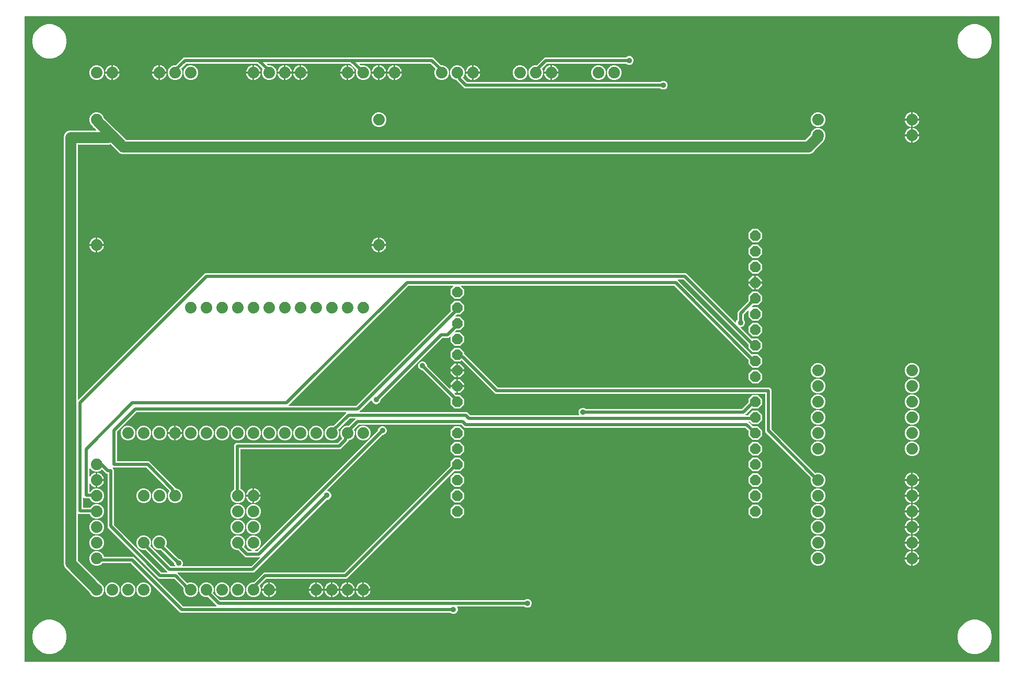
<source format=gbr>
G04 EAGLE Gerber RS-274X export*
G75*
%MOMM*%
%FSLAX34Y34*%
%LPD*%
%INBottom Copper*%
%IPPOS*%
%AMOC8*
5,1,8,0,0,1.08239X$1,22.5*%
G01*
%ADD10C,1.879600*%
%ADD11P,1.814519X8X292.500000*%
%ADD12C,0.508000*%
%ADD13C,1.778000*%
%ADD14C,0.914400*%

G36*
X1589098Y10164D02*
X1589098Y10164D01*
X1589117Y10162D01*
X1589219Y10184D01*
X1589321Y10200D01*
X1589338Y10210D01*
X1589358Y10214D01*
X1589447Y10267D01*
X1589538Y10316D01*
X1589552Y10330D01*
X1589569Y10340D01*
X1589636Y10419D01*
X1589708Y10494D01*
X1589716Y10512D01*
X1589729Y10527D01*
X1589768Y10623D01*
X1589811Y10717D01*
X1589813Y10737D01*
X1589821Y10755D01*
X1589839Y10922D01*
X1589839Y1055878D01*
X1589836Y1055898D01*
X1589838Y1055917D01*
X1589816Y1056019D01*
X1589800Y1056121D01*
X1589790Y1056138D01*
X1589786Y1056158D01*
X1589733Y1056247D01*
X1589684Y1056338D01*
X1589670Y1056352D01*
X1589660Y1056369D01*
X1589581Y1056436D01*
X1589506Y1056508D01*
X1589488Y1056516D01*
X1589473Y1056529D01*
X1589377Y1056568D01*
X1589283Y1056611D01*
X1589263Y1056613D01*
X1589245Y1056621D01*
X1589078Y1056639D01*
X10922Y1056639D01*
X10902Y1056636D01*
X10883Y1056638D01*
X10781Y1056616D01*
X10679Y1056600D01*
X10662Y1056590D01*
X10642Y1056586D01*
X10553Y1056533D01*
X10462Y1056484D01*
X10448Y1056470D01*
X10431Y1056460D01*
X10364Y1056381D01*
X10292Y1056306D01*
X10284Y1056288D01*
X10271Y1056273D01*
X10232Y1056177D01*
X10189Y1056083D01*
X10187Y1056063D01*
X10179Y1056045D01*
X10161Y1055878D01*
X10161Y10922D01*
X10164Y10902D01*
X10162Y10883D01*
X10184Y10781D01*
X10200Y10679D01*
X10210Y10662D01*
X10214Y10642D01*
X10267Y10553D01*
X10316Y10462D01*
X10330Y10448D01*
X10340Y10431D01*
X10419Y10364D01*
X10494Y10292D01*
X10512Y10284D01*
X10527Y10271D01*
X10623Y10232D01*
X10717Y10189D01*
X10737Y10187D01*
X10755Y10179D01*
X10922Y10161D01*
X1589078Y10161D01*
X1589098Y10164D01*
G37*
%LPC*%
G36*
X124625Y115061D02*
X124625Y115061D01*
X120237Y116879D01*
X116879Y120237D01*
X115722Y123031D01*
X115687Y123087D01*
X115661Y123147D01*
X115609Y123212D01*
X115592Y123240D01*
X115577Y123252D01*
X115557Y123278D01*
X75310Y163525D01*
X73569Y167726D01*
X73569Y862274D01*
X75310Y866475D01*
X78525Y869690D01*
X82726Y871431D01*
X125566Y871431D01*
X125637Y871442D01*
X125708Y871444D01*
X125757Y871462D01*
X125809Y871470D01*
X125872Y871504D01*
X125939Y871529D01*
X125980Y871561D01*
X126026Y871586D01*
X126075Y871637D01*
X126131Y871682D01*
X126160Y871726D01*
X126195Y871764D01*
X126226Y871829D01*
X126264Y871889D01*
X126277Y871940D01*
X126299Y871987D01*
X126307Y872058D01*
X126325Y872128D01*
X126320Y872180D01*
X126326Y872231D01*
X126311Y872302D01*
X126305Y872373D01*
X126285Y872421D01*
X126274Y872472D01*
X126237Y872533D01*
X126209Y872599D01*
X126164Y872655D01*
X126148Y872683D01*
X126130Y872698D01*
X126104Y872730D01*
X123004Y875830D01*
X122995Y875837D01*
X122988Y875846D01*
X122854Y875947D01*
X122220Y876323D01*
X121375Y877448D01*
X121352Y877471D01*
X121305Y877530D01*
X120310Y878525D01*
X120168Y878866D01*
X120134Y878922D01*
X120108Y878982D01*
X120056Y879047D01*
X120039Y879075D01*
X120024Y879087D01*
X120003Y879113D01*
X116879Y882237D01*
X115061Y886625D01*
X115061Y891375D01*
X116879Y895763D01*
X120237Y899121D01*
X124625Y900939D01*
X129375Y900939D01*
X133763Y899121D01*
X137121Y895763D01*
X138201Y893157D01*
X138207Y893147D01*
X138210Y893136D01*
X138295Y892991D01*
X138625Y892552D01*
X138648Y892529D01*
X138695Y892470D01*
X156368Y874798D01*
X156368Y874797D01*
X159797Y871368D01*
X159798Y871368D01*
X174512Y856654D01*
X174586Y856601D01*
X174655Y856541D01*
X174685Y856529D01*
X174712Y856510D01*
X174798Y856483D01*
X174883Y856449D01*
X174924Y856445D01*
X174947Y856438D01*
X174979Y856439D01*
X175050Y856431D01*
X1274950Y856431D01*
X1275040Y856445D01*
X1275131Y856453D01*
X1275161Y856465D01*
X1275193Y856470D01*
X1275273Y856513D01*
X1275357Y856549D01*
X1275389Y856575D01*
X1275410Y856586D01*
X1275432Y856609D01*
X1275488Y856654D01*
X1283238Y864404D01*
X1283291Y864478D01*
X1283351Y864547D01*
X1283363Y864577D01*
X1283382Y864604D01*
X1283409Y864690D01*
X1283443Y864775D01*
X1283447Y864816D01*
X1283454Y864839D01*
X1283453Y864871D01*
X1283461Y864942D01*
X1283461Y865975D01*
X1285279Y870363D01*
X1288637Y873721D01*
X1293025Y875539D01*
X1297775Y875539D01*
X1302163Y873721D01*
X1305521Y870363D01*
X1307339Y865975D01*
X1307339Y861225D01*
X1306489Y859173D01*
X1306474Y859109D01*
X1306449Y859048D01*
X1306440Y858966D01*
X1306433Y858934D01*
X1306434Y858914D01*
X1306431Y858882D01*
X1306431Y857726D01*
X1306223Y857225D01*
X1306218Y857202D01*
X1306206Y857181D01*
X1306170Y857017D01*
X1306110Y856478D01*
X1305339Y855078D01*
X1305329Y855051D01*
X1305302Y855002D01*
X1304691Y853525D01*
X1304307Y853141D01*
X1304293Y853122D01*
X1304275Y853107D01*
X1304178Y852970D01*
X1303916Y852494D01*
X1302668Y851496D01*
X1302649Y851475D01*
X1302605Y851440D01*
X1289798Y838632D01*
X1286475Y835310D01*
X1282274Y833569D01*
X167726Y833569D01*
X163525Y835310D01*
X149749Y849086D01*
X149655Y849153D01*
X149560Y849224D01*
X149554Y849226D01*
X149549Y849229D01*
X149438Y849263D01*
X149326Y849300D01*
X149320Y849300D01*
X149314Y849302D01*
X149197Y849299D01*
X149080Y849298D01*
X149073Y849295D01*
X149068Y849295D01*
X149050Y849289D01*
X148919Y849251D01*
X147274Y848569D01*
X97192Y848569D01*
X97172Y848566D01*
X97153Y848568D01*
X97051Y848546D01*
X96949Y848530D01*
X96932Y848520D01*
X96912Y848516D01*
X96823Y848463D01*
X96732Y848414D01*
X96718Y848400D01*
X96701Y848390D01*
X96634Y848311D01*
X96562Y848236D01*
X96554Y848218D01*
X96541Y848203D01*
X96502Y848107D01*
X96459Y848013D01*
X96457Y847993D01*
X96449Y847975D01*
X96431Y847808D01*
X96431Y435454D01*
X96442Y435383D01*
X96444Y435311D01*
X96462Y435262D01*
X96470Y435211D01*
X96504Y435148D01*
X96529Y435080D01*
X96561Y435040D01*
X96586Y434994D01*
X96637Y434944D01*
X96682Y434888D01*
X96726Y434860D01*
X96764Y434824D01*
X96829Y434794D01*
X96889Y434755D01*
X96940Y434743D01*
X96987Y434721D01*
X97058Y434713D01*
X97128Y434695D01*
X97180Y434699D01*
X97231Y434694D01*
X97302Y434709D01*
X97373Y434714D01*
X97421Y434735D01*
X97472Y434746D01*
X97533Y434783D01*
X97599Y434811D01*
X97655Y434855D01*
X97683Y434872D01*
X97698Y434890D01*
X97730Y434916D01*
X98118Y435304D01*
X302895Y640081D01*
X1082105Y640081D01*
X1085304Y636882D01*
X1161588Y560597D01*
X1161646Y560556D01*
X1161698Y560506D01*
X1161745Y560484D01*
X1161787Y560454D01*
X1161856Y560433D01*
X1161921Y560403D01*
X1161973Y560397D01*
X1162023Y560382D01*
X1162094Y560383D01*
X1162165Y560376D01*
X1162216Y560387D01*
X1162268Y560388D01*
X1162336Y560413D01*
X1162406Y560428D01*
X1162450Y560454D01*
X1162499Y560472D01*
X1162555Y560517D01*
X1162617Y560554D01*
X1162651Y560594D01*
X1162691Y560626D01*
X1162730Y560686D01*
X1162777Y560741D01*
X1162796Y560789D01*
X1162824Y560833D01*
X1162842Y560902D01*
X1162869Y560969D01*
X1162877Y561040D01*
X1162885Y561072D01*
X1162883Y561095D01*
X1162887Y561136D01*
X1162887Y561415D01*
X1163970Y564029D01*
X1164696Y564755D01*
X1164749Y564829D01*
X1164809Y564899D01*
X1164821Y564929D01*
X1164840Y564955D01*
X1164867Y565042D01*
X1164901Y565127D01*
X1164905Y565168D01*
X1164912Y565190D01*
X1164911Y565222D01*
X1164919Y565294D01*
X1164919Y577105D01*
X1182654Y594840D01*
X1182707Y594913D01*
X1182767Y594983D01*
X1182779Y595013D01*
X1182798Y595039D01*
X1182825Y595126D01*
X1182859Y595211D01*
X1182863Y595252D01*
X1182870Y595274D01*
X1182869Y595307D01*
X1182877Y595378D01*
X1182877Y603964D01*
X1189276Y610363D01*
X1198324Y610363D01*
X1204723Y603964D01*
X1204723Y594916D01*
X1198324Y588517D01*
X1191018Y588517D01*
X1190928Y588503D01*
X1190837Y588495D01*
X1190807Y588483D01*
X1190775Y588478D01*
X1190695Y588435D01*
X1190611Y588399D01*
X1190578Y588373D01*
X1190558Y588362D01*
X1190536Y588339D01*
X1190480Y588294D01*
X1188447Y586262D01*
X1188406Y586204D01*
X1188356Y586152D01*
X1188334Y586105D01*
X1188304Y586063D01*
X1188283Y585994D01*
X1188253Y585929D01*
X1188247Y585877D01*
X1188232Y585827D01*
X1188233Y585756D01*
X1188226Y585685D01*
X1188237Y585634D01*
X1188238Y585582D01*
X1188263Y585514D01*
X1188278Y585444D01*
X1188305Y585399D01*
X1188322Y585351D01*
X1188367Y585295D01*
X1188404Y585233D01*
X1188444Y585199D01*
X1188476Y585159D01*
X1188536Y585120D01*
X1188591Y585073D01*
X1188639Y585054D01*
X1188683Y585026D01*
X1188752Y585008D01*
X1188819Y584981D01*
X1188890Y584973D01*
X1188922Y584965D01*
X1188945Y584967D01*
X1188986Y584963D01*
X1198324Y584963D01*
X1204723Y578564D01*
X1204723Y569516D01*
X1198324Y563117D01*
X1189276Y563117D01*
X1182877Y569516D01*
X1182877Y578854D01*
X1182866Y578925D01*
X1182864Y578997D01*
X1182846Y579046D01*
X1182838Y579097D01*
X1182804Y579160D01*
X1182779Y579228D01*
X1182747Y579268D01*
X1182722Y579314D01*
X1182670Y579364D01*
X1182626Y579420D01*
X1182582Y579448D01*
X1182544Y579484D01*
X1182479Y579514D01*
X1182419Y579553D01*
X1182368Y579565D01*
X1182321Y579587D01*
X1182250Y579595D01*
X1182180Y579613D01*
X1182128Y579609D01*
X1182077Y579614D01*
X1182006Y579599D01*
X1181935Y579594D01*
X1181887Y579573D01*
X1181836Y579562D01*
X1181775Y579525D01*
X1181709Y579497D01*
X1181653Y579453D01*
X1181625Y579436D01*
X1181610Y579418D01*
X1181578Y579393D01*
X1175304Y573118D01*
X1175251Y573045D01*
X1175191Y572975D01*
X1175179Y572945D01*
X1175160Y572919D01*
X1175133Y572832D01*
X1175099Y572747D01*
X1175095Y572706D01*
X1175088Y572684D01*
X1175089Y572651D01*
X1175081Y572580D01*
X1175081Y565294D01*
X1175095Y565203D01*
X1175103Y565113D01*
X1175115Y565083D01*
X1175120Y565051D01*
X1175163Y564970D01*
X1175199Y564886D01*
X1175225Y564854D01*
X1175236Y564833D01*
X1175259Y564811D01*
X1175304Y564755D01*
X1176030Y564029D01*
X1177113Y561415D01*
X1177113Y558585D01*
X1176030Y555971D01*
X1174029Y553970D01*
X1171415Y552887D01*
X1171136Y552887D01*
X1171065Y552876D01*
X1170993Y552874D01*
X1170944Y552856D01*
X1170893Y552848D01*
X1170830Y552814D01*
X1170762Y552789D01*
X1170722Y552757D01*
X1170676Y552732D01*
X1170626Y552681D01*
X1170570Y552636D01*
X1170542Y552592D01*
X1170506Y552554D01*
X1170476Y552489D01*
X1170437Y552429D01*
X1170425Y552378D01*
X1170403Y552331D01*
X1170395Y552260D01*
X1170377Y552190D01*
X1170381Y552138D01*
X1170376Y552087D01*
X1170391Y552016D01*
X1170396Y551945D01*
X1170417Y551897D01*
X1170428Y551846D01*
X1170465Y551785D01*
X1170493Y551719D01*
X1170537Y551663D01*
X1170554Y551635D01*
X1170572Y551620D01*
X1170597Y551588D01*
X1188111Y534074D01*
X1188127Y534063D01*
X1188139Y534047D01*
X1188227Y533991D01*
X1188311Y533931D01*
X1188330Y533925D01*
X1188346Y533914D01*
X1188447Y533889D01*
X1188546Y533859D01*
X1188566Y533859D01*
X1188585Y533854D01*
X1188688Y533862D01*
X1188792Y533865D01*
X1188810Y533872D01*
X1188830Y533873D01*
X1188925Y533914D01*
X1189023Y533949D01*
X1189038Y533962D01*
X1189056Y533970D01*
X1189187Y534074D01*
X1189276Y534163D01*
X1198324Y534163D01*
X1204723Y527764D01*
X1204723Y518716D01*
X1198324Y512317D01*
X1189276Y512317D01*
X1182877Y518716D01*
X1182877Y524622D01*
X1182863Y524712D01*
X1182855Y524803D01*
X1182843Y524833D01*
X1182838Y524865D01*
X1182795Y524946D01*
X1182759Y525030D01*
X1182733Y525062D01*
X1182722Y525082D01*
X1182699Y525105D01*
X1182654Y525160D01*
X1078118Y629696D01*
X1078045Y629749D01*
X1077975Y629809D01*
X1077945Y629821D01*
X1077919Y629840D01*
X1077832Y629867D01*
X1077747Y629901D01*
X1077706Y629905D01*
X1077684Y629912D01*
X1077651Y629911D01*
X1077580Y629919D01*
X1069104Y629919D01*
X1069033Y629908D01*
X1068961Y629906D01*
X1068912Y629888D01*
X1068861Y629880D01*
X1068798Y629846D01*
X1068730Y629821D01*
X1068690Y629789D01*
X1068644Y629764D01*
X1068594Y629712D01*
X1068538Y629668D01*
X1068510Y629624D01*
X1068474Y629586D01*
X1068444Y629521D01*
X1068405Y629461D01*
X1068393Y629410D01*
X1068371Y629363D01*
X1068363Y629292D01*
X1068345Y629222D01*
X1068349Y629170D01*
X1068344Y629119D01*
X1068359Y629048D01*
X1068364Y628977D01*
X1068385Y628929D01*
X1068396Y628878D01*
X1068433Y628817D01*
X1068461Y628751D01*
X1068505Y628695D01*
X1068522Y628667D01*
X1068540Y628652D01*
X1068565Y628620D01*
X1070304Y626882D01*
X1188311Y508874D01*
X1188327Y508863D01*
X1188340Y508847D01*
X1188427Y508791D01*
X1188511Y508731D01*
X1188530Y508725D01*
X1188546Y508714D01*
X1188647Y508689D01*
X1188746Y508659D01*
X1188766Y508659D01*
X1188785Y508654D01*
X1188888Y508662D01*
X1188992Y508665D01*
X1189010Y508672D01*
X1189030Y508673D01*
X1189125Y508714D01*
X1189223Y508749D01*
X1189238Y508762D01*
X1189240Y508763D01*
X1198324Y508763D01*
X1204723Y502364D01*
X1204723Y493316D01*
X1198324Y486917D01*
X1189276Y486917D01*
X1182877Y493316D01*
X1182877Y499622D01*
X1182863Y499712D01*
X1182855Y499803D01*
X1182843Y499833D01*
X1182838Y499865D01*
X1182795Y499946D01*
X1182759Y500030D01*
X1182733Y500062D01*
X1182722Y500082D01*
X1182699Y500105D01*
X1182679Y500130D01*
X1182675Y500135D01*
X1182672Y500138D01*
X1182654Y500160D01*
X1063118Y619696D01*
X1063045Y619749D01*
X1062975Y619809D01*
X1062945Y619821D01*
X1062919Y619840D01*
X1062832Y619867D01*
X1062747Y619901D01*
X1062706Y619905D01*
X1062684Y619912D01*
X1062651Y619911D01*
X1062580Y619919D01*
X718166Y619919D01*
X718095Y619908D01*
X718023Y619906D01*
X717974Y619888D01*
X717923Y619880D01*
X717860Y619846D01*
X717792Y619821D01*
X717752Y619789D01*
X717705Y619764D01*
X717656Y619712D01*
X717600Y619668D01*
X717572Y619624D01*
X717536Y619586D01*
X717506Y619521D01*
X717467Y619461D01*
X717454Y619410D01*
X717432Y619363D01*
X717425Y619292D01*
X717407Y619222D01*
X717411Y619170D01*
X717405Y619119D01*
X717421Y619048D01*
X717426Y618977D01*
X717447Y618929D01*
X717458Y618878D01*
X717494Y618817D01*
X717523Y618751D01*
X717567Y618695D01*
X717584Y618667D01*
X717602Y618652D01*
X717627Y618620D01*
X722123Y614124D01*
X722123Y605076D01*
X715724Y598677D01*
X706676Y598677D01*
X700277Y605076D01*
X700277Y614124D01*
X704773Y618620D01*
X704815Y618678D01*
X704864Y618730D01*
X704886Y618777D01*
X704916Y618819D01*
X704937Y618888D01*
X704968Y618953D01*
X704973Y619005D01*
X704989Y619055D01*
X704987Y619126D01*
X704995Y619197D01*
X704984Y619248D01*
X704982Y619300D01*
X704958Y619368D01*
X704942Y619438D01*
X704916Y619483D01*
X704898Y619531D01*
X704853Y619587D01*
X704816Y619649D01*
X704777Y619683D01*
X704744Y619723D01*
X704684Y619762D01*
X704629Y619809D01*
X704581Y619828D01*
X704537Y619856D01*
X704468Y619874D01*
X704401Y619901D01*
X704330Y619909D01*
X704299Y619917D01*
X704275Y619915D01*
X704234Y619919D01*
X632420Y619919D01*
X632330Y619905D01*
X632239Y619897D01*
X632209Y619885D01*
X632177Y619880D01*
X632096Y619837D01*
X632013Y619801D01*
X631980Y619775D01*
X631960Y619764D01*
X631938Y619741D01*
X631882Y619696D01*
X440304Y428118D01*
X438565Y426380D01*
X438524Y426322D01*
X438474Y426270D01*
X438452Y426223D01*
X438422Y426181D01*
X438401Y426112D01*
X438371Y426047D01*
X438365Y425995D01*
X438350Y425945D01*
X438351Y425874D01*
X438344Y425803D01*
X438355Y425752D01*
X438356Y425700D01*
X438381Y425632D01*
X438396Y425562D01*
X438423Y425517D01*
X438440Y425469D01*
X438485Y425413D01*
X438522Y425351D01*
X438562Y425317D01*
X438594Y425277D01*
X438654Y425238D01*
X438709Y425191D01*
X438757Y425172D01*
X438801Y425144D01*
X438870Y425126D01*
X438937Y425099D01*
X439008Y425091D01*
X439040Y425083D01*
X439063Y425085D01*
X439104Y425081D01*
X547580Y425081D01*
X547670Y425095D01*
X547761Y425103D01*
X547791Y425115D01*
X547823Y425120D01*
X547904Y425163D01*
X547987Y425199D01*
X548020Y425225D01*
X548040Y425236D01*
X548062Y425259D01*
X548118Y425304D01*
X700846Y578031D01*
X700857Y578047D01*
X700873Y578059D01*
X700929Y578147D01*
X700989Y578231D01*
X700995Y578250D01*
X701006Y578266D01*
X701031Y578367D01*
X701061Y578466D01*
X701061Y578486D01*
X701066Y578505D01*
X701058Y578608D01*
X701055Y578712D01*
X701048Y578730D01*
X701047Y578750D01*
X701006Y578845D01*
X700971Y578943D01*
X700958Y578958D01*
X700950Y578976D01*
X700846Y579107D01*
X700277Y579676D01*
X700277Y588724D01*
X706676Y595123D01*
X715724Y595123D01*
X722123Y588724D01*
X722123Y579676D01*
X715724Y573277D01*
X710778Y573277D01*
X710688Y573263D01*
X710597Y573255D01*
X710567Y573243D01*
X710535Y573238D01*
X710454Y573195D01*
X710370Y573159D01*
X710338Y573133D01*
X710318Y573122D01*
X710295Y573099D01*
X710240Y573054D01*
X708207Y571022D01*
X708166Y570964D01*
X708116Y570912D01*
X708094Y570865D01*
X708064Y570823D01*
X708043Y570754D01*
X708013Y570689D01*
X708007Y570637D01*
X707992Y570587D01*
X707993Y570516D01*
X707986Y570445D01*
X707997Y570394D01*
X707998Y570342D01*
X708023Y570274D01*
X708038Y570204D01*
X708064Y570160D01*
X708082Y570111D01*
X708127Y570055D01*
X708164Y569993D01*
X708204Y569959D01*
X708236Y569919D01*
X708296Y569880D01*
X708351Y569833D01*
X708399Y569814D01*
X708443Y569786D01*
X708512Y569768D01*
X708579Y569741D01*
X708650Y569733D01*
X708682Y569725D01*
X708705Y569727D01*
X708746Y569723D01*
X715724Y569723D01*
X722123Y563324D01*
X722123Y554276D01*
X715724Y547877D01*
X710378Y547877D01*
X710288Y547863D01*
X710197Y547855D01*
X710167Y547843D01*
X710135Y547838D01*
X710054Y547795D01*
X709970Y547759D01*
X709938Y547733D01*
X709918Y547722D01*
X709895Y547699D01*
X709840Y547654D01*
X707807Y545622D01*
X707766Y545564D01*
X707716Y545512D01*
X707694Y545465D01*
X707664Y545423D01*
X707643Y545354D01*
X707613Y545289D01*
X707607Y545237D01*
X707592Y545187D01*
X707593Y545116D01*
X707586Y545045D01*
X707597Y544994D01*
X707598Y544942D01*
X707623Y544874D01*
X707638Y544804D01*
X707664Y544760D01*
X707682Y544711D01*
X707727Y544655D01*
X707764Y544593D01*
X707804Y544559D01*
X707836Y544519D01*
X707896Y544480D01*
X707951Y544433D01*
X707999Y544414D01*
X708043Y544386D01*
X708112Y544368D01*
X708179Y544341D01*
X708250Y544333D01*
X708282Y544325D01*
X708305Y544327D01*
X708346Y544323D01*
X715724Y544323D01*
X722123Y537924D01*
X722123Y528876D01*
X715724Y522477D01*
X706676Y522477D01*
X700277Y528876D01*
X700277Y536254D01*
X700266Y536325D01*
X700264Y536397D01*
X700246Y536446D01*
X700238Y536497D01*
X700204Y536560D01*
X700179Y536628D01*
X700147Y536668D01*
X700122Y536714D01*
X700070Y536764D01*
X700026Y536820D01*
X699982Y536848D01*
X699944Y536884D01*
X699879Y536914D01*
X699819Y536953D01*
X699768Y536965D01*
X699721Y536987D01*
X699650Y536995D01*
X699580Y537013D01*
X699528Y537009D01*
X699477Y537014D01*
X699406Y536999D01*
X699335Y536994D01*
X699287Y536973D01*
X699236Y536962D01*
X699175Y536925D01*
X699109Y536897D01*
X699053Y536853D01*
X699025Y536836D01*
X699010Y536818D01*
X698978Y536793D01*
X697105Y534919D01*
X687420Y534919D01*
X687330Y534905D01*
X687239Y534897D01*
X687209Y534885D01*
X687177Y534880D01*
X687096Y534837D01*
X687013Y534801D01*
X686980Y534775D01*
X686960Y534764D01*
X686938Y534741D01*
X686882Y534696D01*
X587336Y435150D01*
X587283Y435077D01*
X587223Y435007D01*
X587211Y434977D01*
X587192Y434951D01*
X587165Y434864D01*
X587131Y434779D01*
X587127Y434738D01*
X587120Y434716D01*
X587121Y434683D01*
X587113Y434612D01*
X587113Y433585D01*
X586030Y430971D01*
X584029Y428970D01*
X581415Y427887D01*
X578585Y427887D01*
X575971Y428970D01*
X573970Y430971D01*
X572887Y433585D01*
X572887Y433864D01*
X572876Y433935D01*
X572874Y434007D01*
X572856Y434056D01*
X572848Y434107D01*
X572814Y434170D01*
X572789Y434238D01*
X572757Y434278D01*
X572732Y434324D01*
X572680Y434374D01*
X572636Y434430D01*
X572592Y434458D01*
X572554Y434494D01*
X572489Y434524D01*
X572429Y434563D01*
X572378Y434575D01*
X572331Y434597D01*
X572260Y434605D01*
X572190Y434623D01*
X572138Y434619D01*
X572087Y434624D01*
X572016Y434609D01*
X571945Y434604D01*
X571897Y434583D01*
X571846Y434572D01*
X571785Y434535D01*
X571719Y434507D01*
X571663Y434463D01*
X571635Y434446D01*
X571620Y434428D01*
X571588Y434403D01*
X555304Y418118D01*
X553565Y416380D01*
X553524Y416322D01*
X553474Y416270D01*
X553452Y416223D01*
X553422Y416181D01*
X553401Y416112D01*
X553371Y416047D01*
X553365Y415995D01*
X553350Y415945D01*
X553351Y415874D01*
X553344Y415803D01*
X553355Y415752D01*
X553356Y415700D01*
X553381Y415632D01*
X553396Y415562D01*
X553423Y415517D01*
X553440Y415469D01*
X553485Y415413D01*
X553522Y415351D01*
X553562Y415317D01*
X553594Y415277D01*
X553654Y415238D01*
X553709Y415191D01*
X553757Y415172D01*
X553801Y415144D01*
X553870Y415126D01*
X553937Y415099D01*
X554008Y415091D01*
X554040Y415083D01*
X554063Y415085D01*
X554104Y415081D01*
X727105Y415081D01*
X731882Y410304D01*
X731955Y410251D01*
X732025Y410191D01*
X732055Y410179D01*
X732081Y410160D01*
X732168Y410133D01*
X732253Y410099D01*
X732294Y410095D01*
X732316Y410088D01*
X732349Y410089D01*
X732420Y410081D01*
X908200Y410081D01*
X908245Y410088D01*
X908291Y410086D01*
X908366Y410108D01*
X908442Y410120D01*
X908483Y410142D01*
X908527Y410155D01*
X908591Y410199D01*
X908660Y410236D01*
X908691Y410269D01*
X908729Y410295D01*
X908776Y410358D01*
X908829Y410414D01*
X908848Y410456D01*
X908876Y410492D01*
X908900Y410566D01*
X908933Y410637D01*
X908938Y410683D01*
X908952Y410726D01*
X908951Y410804D01*
X908960Y410881D01*
X908950Y410926D01*
X908950Y410972D01*
X908912Y411104D01*
X908908Y411122D01*
X908905Y411126D01*
X908903Y411133D01*
X907887Y413585D01*
X907887Y416415D01*
X908970Y419029D01*
X910971Y421030D01*
X913585Y422113D01*
X916415Y422113D01*
X919029Y421030D01*
X919755Y420304D01*
X919829Y420251D01*
X919899Y420191D01*
X919929Y420179D01*
X919955Y420160D01*
X920042Y420133D01*
X920127Y420099D01*
X920168Y420095D01*
X920190Y420088D01*
X920222Y420089D01*
X920294Y420081D01*
X1172580Y420081D01*
X1172670Y420095D01*
X1172761Y420103D01*
X1172791Y420115D01*
X1172823Y420120D01*
X1172904Y420163D01*
X1172987Y420199D01*
X1173020Y420225D01*
X1173040Y420236D01*
X1173062Y420259D01*
X1173118Y420304D01*
X1182654Y429840D01*
X1182697Y429899D01*
X1182738Y429943D01*
X1182746Y429958D01*
X1182767Y429983D01*
X1182779Y430013D01*
X1182798Y430039D01*
X1182825Y430126D01*
X1182830Y430141D01*
X1182842Y430166D01*
X1182843Y430171D01*
X1182859Y430211D01*
X1182863Y430252D01*
X1182870Y430274D01*
X1182869Y430307D01*
X1182877Y430378D01*
X1182877Y436324D01*
X1189276Y442723D01*
X1198324Y442723D01*
X1204723Y436324D01*
X1204723Y427276D01*
X1198324Y420877D01*
X1189276Y420877D01*
X1189207Y420946D01*
X1189191Y420957D01*
X1189179Y420973D01*
X1189092Y421029D01*
X1189008Y421089D01*
X1188989Y421095D01*
X1188972Y421106D01*
X1188872Y421131D01*
X1188773Y421161D01*
X1188753Y421161D01*
X1188733Y421166D01*
X1188630Y421158D01*
X1188527Y421155D01*
X1188508Y421148D01*
X1188488Y421147D01*
X1188393Y421106D01*
X1188296Y421071D01*
X1188280Y421058D01*
X1188262Y421050D01*
X1188131Y420946D01*
X1180304Y413118D01*
X1178565Y411380D01*
X1178524Y411322D01*
X1178474Y411270D01*
X1178452Y411223D01*
X1178422Y411181D01*
X1178401Y411112D01*
X1178371Y411047D01*
X1178365Y410995D01*
X1178350Y410945D01*
X1178351Y410874D01*
X1178344Y410803D01*
X1178355Y410752D01*
X1178356Y410700D01*
X1178381Y410632D01*
X1178396Y410562D01*
X1178423Y410517D01*
X1178440Y410469D01*
X1178485Y410413D01*
X1178522Y410351D01*
X1178562Y410317D01*
X1178594Y410277D01*
X1178654Y410238D01*
X1178709Y410191D01*
X1178757Y410172D01*
X1178801Y410144D01*
X1178870Y410126D01*
X1178937Y410099D01*
X1179008Y410091D01*
X1179040Y410083D01*
X1179063Y410085D01*
X1179104Y410081D01*
X1182116Y410081D01*
X1182136Y410084D01*
X1182155Y410082D01*
X1182257Y410104D01*
X1182359Y410120D01*
X1182376Y410130D01*
X1182396Y410134D01*
X1182485Y410187D01*
X1182576Y410236D01*
X1182590Y410250D01*
X1182607Y410260D01*
X1182674Y410339D01*
X1182746Y410414D01*
X1182754Y410432D01*
X1182767Y410447D01*
X1182806Y410543D01*
X1182849Y410637D01*
X1182851Y410657D01*
X1182859Y410675D01*
X1182877Y410842D01*
X1182877Y410924D01*
X1189276Y417323D01*
X1198324Y417323D01*
X1204723Y410924D01*
X1204723Y401876D01*
X1198324Y395477D01*
X1189276Y395477D01*
X1185057Y399696D01*
X1184983Y399749D01*
X1184913Y399809D01*
X1184883Y399821D01*
X1184857Y399840D01*
X1184770Y399867D01*
X1184685Y399901D01*
X1184644Y399905D01*
X1184622Y399912D01*
X1184590Y399911D01*
X1184518Y399919D01*
X1184104Y399919D01*
X1184033Y399908D01*
X1183961Y399906D01*
X1183912Y399888D01*
X1183861Y399880D01*
X1183798Y399846D01*
X1183730Y399821D01*
X1183690Y399789D01*
X1183644Y399764D01*
X1183594Y399712D01*
X1183538Y399668D01*
X1183510Y399624D01*
X1183474Y399586D01*
X1183444Y399521D01*
X1183405Y399461D01*
X1183393Y399410D01*
X1183371Y399363D01*
X1183363Y399292D01*
X1183345Y399222D01*
X1183349Y399170D01*
X1183344Y399119D01*
X1183359Y399048D01*
X1183364Y398977D01*
X1183385Y398929D01*
X1183396Y398878D01*
X1183433Y398817D01*
X1183461Y398751D01*
X1183505Y398695D01*
X1183522Y398667D01*
X1183540Y398652D01*
X1183565Y398620D01*
X1185304Y396882D01*
X1190040Y392146D01*
X1190114Y392093D01*
X1190183Y392033D01*
X1190213Y392021D01*
X1190239Y392002D01*
X1190326Y391975D01*
X1190411Y391941D01*
X1190452Y391937D01*
X1190474Y391930D01*
X1190507Y391931D01*
X1190578Y391923D01*
X1198324Y391923D01*
X1204723Y385524D01*
X1204723Y376476D01*
X1198324Y370077D01*
X1189276Y370077D01*
X1182877Y376476D01*
X1182877Y384622D01*
X1182863Y384712D01*
X1182855Y384803D01*
X1182843Y384833D01*
X1182838Y384865D01*
X1182795Y384946D01*
X1182759Y385030D01*
X1182733Y385062D01*
X1182722Y385082D01*
X1182699Y385105D01*
X1182654Y385160D01*
X1178118Y389696D01*
X1178044Y389749D01*
X1177975Y389809D01*
X1177945Y389821D01*
X1177919Y389840D01*
X1177832Y389867D01*
X1177747Y389901D01*
X1177706Y389905D01*
X1177684Y389912D01*
X1177651Y389911D01*
X1177580Y389919D01*
X722895Y389919D01*
X718118Y394696D01*
X718045Y394749D01*
X717975Y394809D01*
X717945Y394821D01*
X717919Y394840D01*
X717832Y394867D01*
X717747Y394901D01*
X717706Y394905D01*
X717684Y394912D01*
X717651Y394911D01*
X717580Y394919D01*
X552420Y394919D01*
X552330Y394905D01*
X552239Y394897D01*
X552209Y394885D01*
X552177Y394880D01*
X552096Y394837D01*
X552013Y394801D01*
X551980Y394775D01*
X551960Y394764D01*
X551938Y394741D01*
X551882Y394696D01*
X544299Y387114D01*
X544230Y387018D01*
X544161Y386925D01*
X544159Y386919D01*
X544155Y386914D01*
X544121Y386803D01*
X544085Y386691D01*
X544085Y386685D01*
X544083Y386679D01*
X544086Y386562D01*
X544087Y386445D01*
X544089Y386438D01*
X544089Y386433D01*
X544096Y386415D01*
X544134Y386284D01*
X545339Y383375D01*
X545339Y378625D01*
X543521Y374237D01*
X540163Y370879D01*
X535739Y369046D01*
X535701Y369038D01*
X535599Y369022D01*
X535582Y369012D01*
X535562Y369008D01*
X535473Y368955D01*
X535382Y368906D01*
X535368Y368892D01*
X535351Y368882D01*
X535284Y368803D01*
X535212Y368728D01*
X535204Y368710D01*
X535191Y368695D01*
X535152Y368599D01*
X535109Y368505D01*
X535107Y368485D01*
X535099Y368467D01*
X535081Y368300D01*
X535081Y367895D01*
X522105Y354919D01*
X360842Y354919D01*
X360822Y354916D01*
X360803Y354918D01*
X360701Y354896D01*
X360599Y354880D01*
X360582Y354870D01*
X360562Y354866D01*
X360473Y354813D01*
X360382Y354764D01*
X360368Y354750D01*
X360351Y354740D01*
X360284Y354661D01*
X360212Y354586D01*
X360204Y354568D01*
X360191Y354553D01*
X360152Y354457D01*
X360109Y354363D01*
X360107Y354343D01*
X360099Y354325D01*
X360081Y354158D01*
X360081Y290975D01*
X360100Y290860D01*
X360117Y290744D01*
X360119Y290738D01*
X360120Y290732D01*
X360175Y290630D01*
X360228Y290525D01*
X360233Y290520D01*
X360236Y290515D01*
X360320Y290435D01*
X360404Y290353D01*
X360410Y290349D01*
X360414Y290346D01*
X360431Y290338D01*
X360551Y290272D01*
X362363Y289521D01*
X365721Y286163D01*
X367539Y281775D01*
X367539Y277025D01*
X365721Y272637D01*
X362363Y269279D01*
X357975Y267461D01*
X353225Y267461D01*
X348837Y269279D01*
X345479Y272637D01*
X343661Y277025D01*
X343661Y281775D01*
X345479Y286163D01*
X348837Y289521D01*
X349449Y289775D01*
X349549Y289836D01*
X349649Y289896D01*
X349653Y289901D01*
X349658Y289904D01*
X349733Y289994D01*
X349809Y290083D01*
X349811Y290089D01*
X349815Y290094D01*
X349857Y290202D01*
X349901Y290311D01*
X349902Y290319D01*
X349903Y290323D01*
X349904Y290342D01*
X349919Y290478D01*
X349919Y362105D01*
X352895Y365081D01*
X517580Y365081D01*
X517670Y365095D01*
X517761Y365103D01*
X517791Y365115D01*
X517823Y365120D01*
X517904Y365163D01*
X517987Y365199D01*
X518020Y365225D01*
X518040Y365236D01*
X518062Y365259D01*
X518118Y365304D01*
X524627Y371812D01*
X524639Y371829D01*
X524654Y371841D01*
X524710Y371928D01*
X524771Y372012D01*
X524777Y372031D01*
X524787Y372048D01*
X524813Y372148D01*
X524843Y372247D01*
X524843Y372267D01*
X524847Y372286D01*
X524839Y372389D01*
X524837Y372493D01*
X524830Y372512D01*
X524828Y372532D01*
X524788Y372626D01*
X524752Y372724D01*
X524740Y372740D01*
X524732Y372758D01*
X524627Y372889D01*
X523279Y374237D01*
X521461Y378625D01*
X521461Y383375D01*
X523279Y387763D01*
X526637Y391121D01*
X531025Y392939D01*
X535438Y392939D01*
X535528Y392953D01*
X535619Y392961D01*
X535649Y392973D01*
X535681Y392978D01*
X535762Y393021D01*
X535846Y393057D01*
X535878Y393083D01*
X535898Y393094D01*
X535921Y393117D01*
X535976Y393162D01*
X546435Y403620D01*
X546476Y403678D01*
X546526Y403730D01*
X546548Y403777D01*
X546578Y403819D01*
X546599Y403888D01*
X546629Y403953D01*
X546635Y404005D01*
X546650Y404055D01*
X546649Y404126D01*
X546656Y404197D01*
X546645Y404248D01*
X546644Y404300D01*
X546619Y404368D01*
X546604Y404438D01*
X546578Y404482D01*
X546560Y404531D01*
X546515Y404587D01*
X546478Y404649D01*
X546438Y404683D01*
X546406Y404723D01*
X546346Y404762D01*
X546291Y404809D01*
X546243Y404828D01*
X546199Y404856D01*
X546130Y404874D01*
X546063Y404901D01*
X545992Y404909D01*
X545960Y404917D01*
X545937Y404915D01*
X545896Y404919D01*
X537420Y404919D01*
X537330Y404905D01*
X537239Y404897D01*
X537209Y404885D01*
X537177Y404880D01*
X537096Y404837D01*
X537013Y404801D01*
X536980Y404775D01*
X536960Y404764D01*
X536938Y404741D01*
X536882Y404696D01*
X519016Y386831D01*
X518948Y386737D01*
X518878Y386642D01*
X518876Y386636D01*
X518872Y386631D01*
X518838Y386520D01*
X518802Y386408D01*
X518802Y386402D01*
X518800Y386396D01*
X518803Y386279D01*
X518804Y386162D01*
X518806Y386155D01*
X518806Y386150D01*
X518813Y386133D01*
X518851Y386001D01*
X519939Y383375D01*
X519939Y378625D01*
X518121Y374237D01*
X514763Y370879D01*
X510375Y369061D01*
X505625Y369061D01*
X501237Y370879D01*
X497879Y374237D01*
X496061Y378625D01*
X496061Y383375D01*
X497879Y387763D01*
X501237Y391121D01*
X505625Y392939D01*
X510438Y392939D01*
X510528Y392953D01*
X510619Y392961D01*
X510649Y392973D01*
X510681Y392978D01*
X510762Y393021D01*
X510845Y393057D01*
X510878Y393083D01*
X510898Y393094D01*
X510920Y393117D01*
X510976Y393162D01*
X531435Y413620D01*
X531476Y413678D01*
X531526Y413730D01*
X531548Y413777D01*
X531578Y413819D01*
X531599Y413888D01*
X531629Y413953D01*
X531635Y414005D01*
X531650Y414055D01*
X531649Y414126D01*
X531656Y414197D01*
X531645Y414248D01*
X531644Y414300D01*
X531619Y414368D01*
X531604Y414438D01*
X531577Y414483D01*
X531560Y414531D01*
X531515Y414587D01*
X531478Y414649D01*
X531438Y414683D01*
X531406Y414723D01*
X531346Y414762D01*
X531291Y414809D01*
X531243Y414828D01*
X531199Y414856D01*
X531130Y414874D01*
X531063Y414901D01*
X530992Y414909D01*
X530960Y414917D01*
X530937Y414915D01*
X530896Y414919D01*
X192420Y414919D01*
X192330Y414905D01*
X192239Y414897D01*
X192209Y414885D01*
X192177Y414880D01*
X192096Y414837D01*
X192013Y414801D01*
X191980Y414775D01*
X191960Y414764D01*
X191938Y414741D01*
X191882Y414696D01*
X160304Y383118D01*
X160251Y383045D01*
X160191Y382975D01*
X160179Y382945D01*
X160160Y382919D01*
X160133Y382832D01*
X160099Y382747D01*
X160095Y382706D01*
X160088Y382684D01*
X160089Y382651D01*
X160081Y382580D01*
X160081Y335842D01*
X160084Y335822D01*
X160082Y335803D01*
X160104Y335701D01*
X160120Y335599D01*
X160130Y335582D01*
X160134Y335562D01*
X160187Y335473D01*
X160236Y335382D01*
X160250Y335368D01*
X160260Y335351D01*
X160339Y335284D01*
X160414Y335212D01*
X160432Y335204D01*
X160447Y335191D01*
X160543Y335152D01*
X160637Y335109D01*
X160657Y335107D01*
X160675Y335099D01*
X160842Y335081D01*
X212105Y335081D01*
X255081Y292105D01*
X255081Y292100D01*
X255084Y292080D01*
X255082Y292061D01*
X255104Y291959D01*
X255120Y291857D01*
X255130Y291840D01*
X255134Y291820D01*
X255187Y291731D01*
X255236Y291640D01*
X255250Y291626D01*
X255260Y291609D01*
X255339Y291542D01*
X255414Y291470D01*
X255432Y291462D01*
X255447Y291449D01*
X255543Y291410D01*
X255637Y291367D01*
X255657Y291365D01*
X255675Y291357D01*
X255842Y291339D01*
X256375Y291339D01*
X260763Y289521D01*
X264121Y286163D01*
X265939Y281775D01*
X265939Y277025D01*
X264121Y272637D01*
X260763Y269279D01*
X256375Y267461D01*
X251625Y267461D01*
X247237Y269279D01*
X243879Y272637D01*
X242061Y277025D01*
X242061Y281775D01*
X243879Y286163D01*
X244696Y286980D01*
X244749Y287054D01*
X244809Y287124D01*
X244821Y287154D01*
X244840Y287180D01*
X244867Y287267D01*
X244901Y287352D01*
X244905Y287393D01*
X244912Y287415D01*
X244911Y287447D01*
X244919Y287519D01*
X244919Y287580D01*
X244905Y287670D01*
X244897Y287761D01*
X244885Y287791D01*
X244880Y287823D01*
X244837Y287904D01*
X244801Y287987D01*
X244775Y288020D01*
X244764Y288040D01*
X244741Y288062D01*
X244696Y288118D01*
X208118Y324696D01*
X208045Y324749D01*
X207975Y324809D01*
X207945Y324821D01*
X207919Y324840D01*
X207832Y324867D01*
X207747Y324901D01*
X207706Y324905D01*
X207684Y324912D01*
X207651Y324911D01*
X207580Y324919D01*
X154104Y324919D01*
X154033Y324908D01*
X153961Y324906D01*
X153912Y324888D01*
X153861Y324880D01*
X153798Y324846D01*
X153730Y324821D01*
X153690Y324789D01*
X153644Y324764D01*
X153594Y324712D01*
X153538Y324668D01*
X153510Y324624D01*
X153474Y324586D01*
X153444Y324521D01*
X153405Y324461D01*
X153393Y324410D01*
X153371Y324363D01*
X153363Y324292D01*
X153345Y324222D01*
X153349Y324170D01*
X153344Y324119D01*
X153359Y324048D01*
X153364Y323977D01*
X153385Y323929D01*
X153396Y323878D01*
X153433Y323817D01*
X153461Y323751D01*
X153505Y323695D01*
X153522Y323667D01*
X153540Y323652D01*
X153565Y323620D01*
X155081Y322105D01*
X155081Y232420D01*
X155082Y232411D01*
X155082Y232406D01*
X155087Y232384D01*
X155095Y232330D01*
X155103Y232239D01*
X155115Y232209D01*
X155120Y232177D01*
X155163Y232096D01*
X155199Y232013D01*
X155225Y231980D01*
X155236Y231960D01*
X155259Y231938D01*
X155304Y231882D01*
X231882Y155304D01*
X231955Y155251D01*
X232025Y155191D01*
X232055Y155179D01*
X232081Y155160D01*
X232168Y155133D01*
X232253Y155099D01*
X232294Y155095D01*
X232316Y155088D01*
X232349Y155089D01*
X232420Y155081D01*
X240896Y155081D01*
X240967Y155092D01*
X241039Y155094D01*
X241088Y155112D01*
X241139Y155120D01*
X241202Y155154D01*
X241270Y155179D01*
X241310Y155211D01*
X241356Y155236D01*
X241406Y155287D01*
X241462Y155332D01*
X241490Y155376D01*
X241526Y155414D01*
X241556Y155479D01*
X241595Y155539D01*
X241607Y155590D01*
X241629Y155637D01*
X241637Y155708D01*
X241655Y155778D01*
X241651Y155830D01*
X241656Y155881D01*
X241641Y155952D01*
X241636Y156023D01*
X241615Y156071D01*
X241604Y156122D01*
X241567Y156183D01*
X241539Y156249D01*
X241495Y156305D01*
X241478Y156333D01*
X241460Y156348D01*
X241435Y156380D01*
X206627Y191188D01*
X206532Y191256D01*
X206438Y191326D01*
X206432Y191328D01*
X206427Y191332D01*
X206315Y191366D01*
X206204Y191402D01*
X206198Y191402D01*
X206192Y191404D01*
X206075Y191401D01*
X205958Y191400D01*
X205951Y191398D01*
X205946Y191398D01*
X205928Y191391D01*
X205797Y191353D01*
X205575Y191261D01*
X200825Y191261D01*
X196437Y193079D01*
X193079Y196437D01*
X191261Y200825D01*
X191261Y205575D01*
X193079Y209963D01*
X196437Y213321D01*
X200825Y215139D01*
X205575Y215139D01*
X209963Y213321D01*
X213321Y209963D01*
X215139Y205575D01*
X215139Y200825D01*
X214227Y198623D01*
X214200Y198510D01*
X214171Y198396D01*
X214172Y198390D01*
X214170Y198384D01*
X214181Y198267D01*
X214191Y198151D01*
X214193Y198145D01*
X214194Y198139D01*
X214241Y198031D01*
X214287Y197925D01*
X214291Y197919D01*
X214294Y197914D01*
X214306Y197900D01*
X214392Y197794D01*
X246882Y165304D01*
X246955Y165251D01*
X247025Y165191D01*
X247055Y165179D01*
X247081Y165160D01*
X247168Y165133D01*
X247253Y165099D01*
X247294Y165095D01*
X247316Y165088D01*
X247349Y165089D01*
X247420Y165081D01*
X253200Y165081D01*
X253245Y165088D01*
X253291Y165086D01*
X253366Y165108D01*
X253442Y165120D01*
X253483Y165142D01*
X253527Y165155D01*
X253591Y165199D01*
X253660Y165236D01*
X253691Y165269D01*
X253729Y165295D01*
X253776Y165358D01*
X253829Y165414D01*
X253848Y165456D01*
X253876Y165492D01*
X253900Y165566D01*
X253933Y165637D01*
X253938Y165683D01*
X253952Y165726D01*
X253951Y165804D01*
X253960Y165881D01*
X253950Y165926D01*
X253950Y165972D01*
X253912Y166104D01*
X253908Y166122D01*
X253905Y166126D01*
X253903Y166133D01*
X252887Y168585D01*
X252887Y169612D01*
X252873Y169702D01*
X252865Y169793D01*
X252853Y169823D01*
X252848Y169855D01*
X252805Y169936D01*
X252769Y170019D01*
X252743Y170052D01*
X252732Y170072D01*
X252709Y170094D01*
X252664Y170150D01*
X231744Y191071D01*
X231649Y191139D01*
X231555Y191209D01*
X231549Y191211D01*
X231544Y191215D01*
X231432Y191249D01*
X231321Y191285D01*
X231315Y191285D01*
X231309Y191287D01*
X231191Y191284D01*
X231075Y191283D01*
X231068Y191281D01*
X231063Y191281D01*
X231045Y191274D01*
X231001Y191261D01*
X226225Y191261D01*
X221837Y193079D01*
X218479Y196437D01*
X216661Y200825D01*
X216661Y205575D01*
X218479Y209963D01*
X221837Y213321D01*
X226225Y215139D01*
X230975Y215139D01*
X235363Y213321D01*
X238721Y209963D01*
X240539Y205575D01*
X240539Y200825D01*
X239509Y198340D01*
X239483Y198227D01*
X239454Y198113D01*
X239455Y198107D01*
X239453Y198101D01*
X239464Y197984D01*
X239473Y197868D01*
X239476Y197862D01*
X239476Y197856D01*
X239524Y197748D01*
X239570Y197642D01*
X239574Y197636D01*
X239576Y197631D01*
X239589Y197618D01*
X239674Y197511D01*
X259850Y177336D01*
X259923Y177283D01*
X259993Y177223D01*
X260023Y177211D01*
X260049Y177192D01*
X260136Y177165D01*
X260221Y177131D01*
X260262Y177127D01*
X260284Y177120D01*
X260317Y177121D01*
X260388Y177113D01*
X261415Y177113D01*
X264029Y176030D01*
X266030Y174029D01*
X267113Y171415D01*
X267113Y168585D01*
X266097Y166133D01*
X266087Y166089D01*
X266067Y166047D01*
X266059Y165970D01*
X266041Y165894D01*
X266045Y165848D01*
X266040Y165803D01*
X266057Y165726D01*
X266064Y165649D01*
X266083Y165607D01*
X266092Y165562D01*
X266132Y165495D01*
X266164Y165424D01*
X266195Y165390D01*
X266219Y165351D01*
X266278Y165300D01*
X266330Y165243D01*
X266371Y165221D01*
X266406Y165191D01*
X266478Y165162D01*
X266546Y165125D01*
X266591Y165116D01*
X266634Y165099D01*
X266770Y165084D01*
X266788Y165081D01*
X266793Y165082D01*
X266800Y165081D01*
X377580Y165081D01*
X377670Y165095D01*
X377761Y165103D01*
X377791Y165115D01*
X377823Y165120D01*
X377904Y165163D01*
X377987Y165199D01*
X378020Y165225D01*
X378040Y165236D01*
X378062Y165259D01*
X378118Y165304D01*
X391435Y178620D01*
X391476Y178678D01*
X391526Y178730D01*
X391548Y178777D01*
X391578Y178819D01*
X391599Y178888D01*
X391629Y178953D01*
X391635Y179005D01*
X391650Y179055D01*
X391649Y179126D01*
X391656Y179197D01*
X391645Y179248D01*
X391644Y179300D01*
X391619Y179368D01*
X391604Y179438D01*
X391577Y179483D01*
X391560Y179531D01*
X391515Y179587D01*
X391478Y179649D01*
X391438Y179683D01*
X391406Y179723D01*
X391346Y179762D01*
X391291Y179809D01*
X391243Y179828D01*
X391199Y179856D01*
X391130Y179874D01*
X391063Y179901D01*
X390992Y179909D01*
X390960Y179917D01*
X390937Y179915D01*
X390896Y179919D01*
X367895Y179919D01*
X356776Y191038D01*
X356703Y191091D01*
X356633Y191151D01*
X356603Y191163D01*
X356577Y191182D01*
X356490Y191209D01*
X356405Y191243D01*
X356364Y191247D01*
X356342Y191254D01*
X356309Y191253D01*
X356238Y191261D01*
X353225Y191261D01*
X348837Y193079D01*
X345479Y196437D01*
X343661Y200825D01*
X343661Y205575D01*
X345479Y209963D01*
X348837Y213321D01*
X353225Y215139D01*
X357975Y215139D01*
X362363Y213321D01*
X365721Y209963D01*
X367539Y205575D01*
X367539Y200825D01*
X365924Y196926D01*
X365915Y196889D01*
X365907Y196872D01*
X365904Y196841D01*
X365897Y196813D01*
X365868Y196699D01*
X365869Y196693D01*
X365867Y196687D01*
X365878Y196570D01*
X365888Y196454D01*
X365890Y196448D01*
X365891Y196442D01*
X365939Y196334D01*
X365984Y196228D01*
X365989Y196222D01*
X365991Y196217D01*
X366003Y196203D01*
X366089Y196097D01*
X371882Y190304D01*
X371955Y190251D01*
X372025Y190191D01*
X372055Y190179D01*
X372081Y190160D01*
X372168Y190133D01*
X372253Y190099D01*
X372294Y190095D01*
X372316Y190088D01*
X372349Y190089D01*
X372420Y190081D01*
X377648Y190081D01*
X377744Y190096D01*
X377841Y190106D01*
X377865Y190116D01*
X377891Y190120D01*
X377977Y190166D01*
X378066Y190206D01*
X378085Y190223D01*
X378108Y190236D01*
X378175Y190306D01*
X378247Y190372D01*
X378260Y190395D01*
X378278Y190414D01*
X378319Y190502D01*
X378366Y190588D01*
X378370Y190613D01*
X378381Y190637D01*
X378392Y190734D01*
X378409Y190830D01*
X378406Y190856D01*
X378408Y190881D01*
X378388Y190977D01*
X378374Y191073D01*
X378362Y191096D01*
X378356Y191122D01*
X378306Y191205D01*
X378262Y191292D01*
X378243Y191311D01*
X378230Y191333D01*
X378156Y191396D01*
X378087Y191464D01*
X378058Y191480D01*
X378043Y191493D01*
X378012Y191505D01*
X377940Y191545D01*
X374237Y193079D01*
X370879Y196437D01*
X369061Y200825D01*
X369061Y205575D01*
X370879Y209963D01*
X374237Y213321D01*
X378625Y215139D01*
X383375Y215139D01*
X387763Y213321D01*
X391121Y209963D01*
X392939Y205575D01*
X392939Y200825D01*
X391121Y196437D01*
X387763Y193079D01*
X384060Y191545D01*
X383978Y191494D01*
X383892Y191448D01*
X383874Y191429D01*
X383851Y191416D01*
X383789Y191341D01*
X383722Y191270D01*
X383711Y191246D01*
X383695Y191226D01*
X383660Y191135D01*
X383619Y191047D01*
X383616Y191021D01*
X383606Y190997D01*
X383602Y190899D01*
X383592Y190803D01*
X383597Y190777D01*
X383596Y190751D01*
X383623Y190657D01*
X383644Y190562D01*
X383657Y190540D01*
X383664Y190515D01*
X383720Y190435D01*
X383770Y190351D01*
X383790Y190334D01*
X383805Y190313D01*
X383883Y190254D01*
X383957Y190191D01*
X383981Y190181D01*
X384002Y190166D01*
X384095Y190136D01*
X384185Y190099D01*
X384217Y190096D01*
X384236Y190090D01*
X384269Y190090D01*
X384352Y190081D01*
X387580Y190081D01*
X387670Y190095D01*
X387761Y190103D01*
X387791Y190115D01*
X387823Y190120D01*
X387904Y190163D01*
X387987Y190199D01*
X388020Y190225D01*
X388040Y190236D01*
X388062Y190259D01*
X388118Y190304D01*
X582664Y384850D01*
X582717Y384923D01*
X582777Y384993D01*
X582789Y385023D01*
X582808Y385049D01*
X582835Y385136D01*
X582869Y385221D01*
X582873Y385262D01*
X582880Y385284D01*
X582879Y385317D01*
X582887Y385388D01*
X582887Y386415D01*
X583970Y389029D01*
X585971Y391030D01*
X588585Y392113D01*
X591415Y392113D01*
X594029Y391030D01*
X596030Y389029D01*
X597113Y386415D01*
X597113Y383585D01*
X596030Y380971D01*
X594029Y378970D01*
X591415Y377887D01*
X590388Y377887D01*
X590298Y377873D01*
X590207Y377865D01*
X590177Y377853D01*
X590145Y377848D01*
X590064Y377805D01*
X589981Y377769D01*
X589948Y377743D01*
X589928Y377732D01*
X589906Y377709D01*
X589850Y377664D01*
X500597Y288412D01*
X500556Y288354D01*
X500506Y288302D01*
X500484Y288255D01*
X500454Y288213D01*
X500433Y288144D01*
X500403Y288079D01*
X500397Y288027D01*
X500382Y287977D01*
X500383Y287906D01*
X500376Y287835D01*
X500387Y287784D01*
X500388Y287732D01*
X500413Y287664D01*
X500428Y287594D01*
X500454Y287550D01*
X500472Y287501D01*
X500517Y287445D01*
X500554Y287383D01*
X500594Y287349D01*
X500626Y287309D01*
X500686Y287270D01*
X500741Y287223D01*
X500789Y287204D01*
X500833Y287176D01*
X500902Y287158D01*
X500969Y287131D01*
X501040Y287123D01*
X501072Y287115D01*
X501095Y287117D01*
X501136Y287113D01*
X501415Y287113D01*
X504029Y286030D01*
X506030Y284029D01*
X507113Y281415D01*
X507113Y278585D01*
X506030Y275971D01*
X504029Y273970D01*
X501415Y272887D01*
X500388Y272887D01*
X500298Y272873D01*
X500207Y272865D01*
X500177Y272853D01*
X500145Y272848D01*
X500064Y272805D01*
X499981Y272769D01*
X499948Y272743D01*
X499928Y272732D01*
X499906Y272709D01*
X499850Y272664D01*
X382105Y154919D01*
X259104Y154919D01*
X259033Y154908D01*
X258961Y154906D01*
X258912Y154888D01*
X258861Y154880D01*
X258798Y154846D01*
X258730Y154821D01*
X258690Y154789D01*
X258644Y154764D01*
X258594Y154712D01*
X258538Y154668D01*
X258510Y154624D01*
X258474Y154586D01*
X258444Y154521D01*
X258405Y154461D01*
X258393Y154410D01*
X258371Y154363D01*
X258363Y154292D01*
X258345Y154222D01*
X258349Y154170D01*
X258344Y154119D01*
X258359Y154048D01*
X258364Y153977D01*
X258385Y153929D01*
X258396Y153878D01*
X258433Y153817D01*
X258461Y153751D01*
X258505Y153695D01*
X258522Y153667D01*
X258540Y153652D01*
X258565Y153620D01*
X260304Y151882D01*
X273994Y138192D01*
X274088Y138124D01*
X274182Y138054D01*
X274188Y138052D01*
X274193Y138048D01*
X274304Y138014D01*
X274416Y137978D01*
X274422Y137978D01*
X274428Y137976D01*
X274545Y137979D01*
X274662Y137980D01*
X274669Y137982D01*
X274674Y137982D01*
X274692Y137989D01*
X274823Y138027D01*
X277025Y138939D01*
X281775Y138939D01*
X286163Y137121D01*
X289521Y133763D01*
X291339Y129375D01*
X291339Y124625D01*
X289521Y120237D01*
X286163Y116879D01*
X281775Y115061D01*
X277025Y115061D01*
X272637Y116879D01*
X269279Y120237D01*
X267461Y124625D01*
X267461Y129375D01*
X267553Y129597D01*
X267580Y129710D01*
X267609Y129824D01*
X267608Y129830D01*
X267609Y129836D01*
X267598Y129953D01*
X267589Y130069D01*
X267587Y130075D01*
X267586Y130081D01*
X267538Y130189D01*
X267493Y130296D01*
X267488Y130301D01*
X267486Y130306D01*
X267474Y130320D01*
X267388Y130427D01*
X253118Y144696D01*
X253045Y144749D01*
X252975Y144809D01*
X252945Y144821D01*
X252919Y144840D01*
X252832Y144867D01*
X252747Y144901D01*
X252706Y144905D01*
X252684Y144912D01*
X252651Y144911D01*
X252580Y144919D01*
X227895Y144919D01*
X144919Y227895D01*
X144919Y314158D01*
X144916Y314178D01*
X144918Y314197D01*
X144896Y314299D01*
X144880Y314401D01*
X144870Y314418D01*
X144866Y314438D01*
X144813Y314527D01*
X144764Y314618D01*
X144750Y314632D01*
X144740Y314649D01*
X144661Y314716D01*
X144586Y314788D01*
X144568Y314796D01*
X144553Y314809D01*
X144457Y314848D01*
X144363Y314891D01*
X144343Y314893D01*
X144325Y314901D01*
X144158Y314919D01*
X142895Y314919D01*
X136288Y321527D01*
X136271Y321539D01*
X136259Y321554D01*
X136172Y321610D01*
X136088Y321671D01*
X136069Y321677D01*
X136052Y321687D01*
X135952Y321713D01*
X135853Y321743D01*
X135833Y321743D01*
X135814Y321747D01*
X135711Y321739D01*
X135607Y321737D01*
X135588Y321730D01*
X135568Y321728D01*
X135473Y321688D01*
X135376Y321652D01*
X135360Y321640D01*
X135342Y321632D01*
X135211Y321527D01*
X133763Y320079D01*
X129375Y318261D01*
X124625Y318261D01*
X120237Y320079D01*
X116879Y323437D01*
X116545Y324243D01*
X116494Y324325D01*
X116448Y324411D01*
X116429Y324429D01*
X116416Y324452D01*
X116341Y324514D01*
X116270Y324581D01*
X116246Y324592D01*
X116226Y324608D01*
X116135Y324643D01*
X116047Y324684D01*
X116021Y324687D01*
X115997Y324697D01*
X115899Y324701D01*
X115803Y324711D01*
X115777Y324706D01*
X115751Y324707D01*
X115657Y324680D01*
X115562Y324659D01*
X115540Y324646D01*
X115515Y324638D01*
X115435Y324583D01*
X115351Y324533D01*
X115334Y324513D01*
X115313Y324498D01*
X115254Y324420D01*
X115191Y324346D01*
X115181Y324322D01*
X115166Y324301D01*
X115136Y324208D01*
X115099Y324118D01*
X115096Y324085D01*
X115090Y324067D01*
X115090Y324034D01*
X115081Y323951D01*
X115081Y310875D01*
X115092Y310808D01*
X115093Y310741D01*
X115111Y310688D01*
X115120Y310633D01*
X115152Y310573D01*
X115175Y310509D01*
X115209Y310465D01*
X115236Y310415D01*
X115285Y310369D01*
X115327Y310315D01*
X115373Y310284D01*
X115414Y310246D01*
X115475Y310217D01*
X115532Y310180D01*
X115586Y310166D01*
X115637Y310142D01*
X115704Y310135D01*
X115770Y310117D01*
X115826Y310121D01*
X115881Y310115D01*
X115948Y310129D01*
X116015Y310134D01*
X116067Y310155D01*
X116122Y310167D01*
X116180Y310202D01*
X116243Y310228D01*
X116285Y310265D01*
X116333Y310293D01*
X116377Y310345D01*
X116428Y310390D01*
X116471Y310455D01*
X116493Y310480D01*
X116501Y310500D01*
X116520Y310530D01*
X116789Y311057D01*
X117894Y312578D01*
X119222Y313906D01*
X120743Y315011D01*
X122417Y315864D01*
X124204Y316445D01*
X125477Y316646D01*
X125477Y305562D01*
X125480Y305542D01*
X125478Y305523D01*
X125500Y305421D01*
X125517Y305319D01*
X125526Y305302D01*
X125530Y305282D01*
X125583Y305193D01*
X125632Y305102D01*
X125646Y305088D01*
X125656Y305071D01*
X125735Y305004D01*
X125810Y304933D01*
X125828Y304924D01*
X125843Y304911D01*
X125939Y304873D01*
X126033Y304829D01*
X126053Y304827D01*
X126071Y304819D01*
X126238Y304801D01*
X127001Y304801D01*
X127001Y304799D01*
X126238Y304799D01*
X126218Y304796D01*
X126199Y304798D01*
X126097Y304776D01*
X125995Y304759D01*
X125978Y304750D01*
X125958Y304746D01*
X125869Y304693D01*
X125778Y304644D01*
X125764Y304630D01*
X125747Y304620D01*
X125680Y304541D01*
X125609Y304466D01*
X125600Y304448D01*
X125587Y304433D01*
X125548Y304336D01*
X125505Y304243D01*
X125503Y304223D01*
X125495Y304205D01*
X125477Y304038D01*
X125477Y292954D01*
X124204Y293155D01*
X122417Y293736D01*
X120743Y294589D01*
X119222Y295694D01*
X117894Y297022D01*
X116789Y298543D01*
X116520Y299070D01*
X116480Y299125D01*
X116448Y299185D01*
X116408Y299223D01*
X116375Y299269D01*
X116319Y299308D01*
X116270Y299354D01*
X116219Y299378D01*
X116173Y299410D01*
X116108Y299429D01*
X116047Y299458D01*
X115991Y299464D01*
X115938Y299480D01*
X115870Y299477D01*
X115803Y299485D01*
X115748Y299473D01*
X115692Y299471D01*
X115628Y299447D01*
X115562Y299433D01*
X115514Y299404D01*
X115462Y299384D01*
X115409Y299341D01*
X115351Y299307D01*
X115315Y299264D01*
X115271Y299229D01*
X115235Y299171D01*
X115191Y299120D01*
X115170Y299068D01*
X115140Y299020D01*
X115125Y298954D01*
X115099Y298891D01*
X115091Y298813D01*
X115083Y298781D01*
X115085Y298760D01*
X115081Y298725D01*
X115081Y285842D01*
X115084Y285822D01*
X115082Y285803D01*
X115104Y285701D01*
X115120Y285599D01*
X115130Y285582D01*
X115134Y285562D01*
X115187Y285473D01*
X115236Y285382D01*
X115250Y285368D01*
X115260Y285351D01*
X115339Y285284D01*
X115414Y285212D01*
X115432Y285204D01*
X115447Y285191D01*
X115543Y285152D01*
X115637Y285109D01*
X115657Y285107D01*
X115675Y285099D01*
X115842Y285081D01*
X115922Y285081D01*
X116037Y285100D01*
X116153Y285117D01*
X116159Y285119D01*
X116165Y285120D01*
X116268Y285175D01*
X116372Y285228D01*
X116377Y285233D01*
X116382Y285236D01*
X116463Y285321D01*
X116544Y285404D01*
X116548Y285410D01*
X116552Y285414D01*
X116559Y285431D01*
X116625Y285551D01*
X116879Y286163D01*
X120237Y289521D01*
X124625Y291339D01*
X129375Y291339D01*
X133763Y289521D01*
X137121Y286163D01*
X138939Y281775D01*
X138939Y277025D01*
X137121Y272637D01*
X133763Y269279D01*
X129375Y267461D01*
X124625Y267461D01*
X120237Y269279D01*
X116879Y272637D01*
X116128Y274449D01*
X116067Y274549D01*
X116007Y274649D01*
X116002Y274653D01*
X115999Y274658D01*
X115909Y274733D01*
X115820Y274809D01*
X115814Y274811D01*
X115809Y274815D01*
X115701Y274857D01*
X115592Y274901D01*
X115584Y274902D01*
X115580Y274903D01*
X115561Y274904D01*
X115425Y274919D01*
X107895Y274919D01*
X106380Y276435D01*
X106322Y276476D01*
X106270Y276526D01*
X106223Y276548D01*
X106181Y276578D01*
X106112Y276599D01*
X106047Y276629D01*
X105995Y276635D01*
X105945Y276650D01*
X105874Y276649D01*
X105803Y276656D01*
X105752Y276645D01*
X105700Y276644D01*
X105632Y276619D01*
X105562Y276604D01*
X105517Y276577D01*
X105469Y276560D01*
X105413Y276515D01*
X105351Y276478D01*
X105317Y276438D01*
X105277Y276406D01*
X105238Y276346D01*
X105191Y276291D01*
X105172Y276243D01*
X105144Y276199D01*
X105126Y276130D01*
X105099Y276063D01*
X105091Y275992D01*
X105083Y275960D01*
X105085Y275937D01*
X105081Y275896D01*
X105081Y260842D01*
X105084Y260822D01*
X105082Y260803D01*
X105104Y260701D01*
X105120Y260599D01*
X105130Y260582D01*
X105134Y260562D01*
X105187Y260473D01*
X105236Y260382D01*
X105250Y260368D01*
X105260Y260351D01*
X105339Y260284D01*
X105414Y260212D01*
X105432Y260204D01*
X105447Y260191D01*
X105543Y260152D01*
X105637Y260109D01*
X105657Y260107D01*
X105675Y260099D01*
X105842Y260081D01*
X116088Y260081D01*
X116202Y260099D01*
X116319Y260117D01*
X116324Y260119D01*
X116330Y260120D01*
X116433Y260175D01*
X116538Y260228D01*
X116542Y260233D01*
X116548Y260236D01*
X116628Y260320D01*
X116710Y260404D01*
X116714Y260410D01*
X116717Y260414D01*
X116725Y260431D01*
X116791Y260551D01*
X116879Y260763D01*
X120237Y264121D01*
X124625Y265939D01*
X129375Y265939D01*
X133763Y264121D01*
X137121Y260763D01*
X138939Y256375D01*
X138939Y251625D01*
X137121Y247237D01*
X133763Y243879D01*
X129375Y242061D01*
X124625Y242061D01*
X120237Y243879D01*
X116879Y247237D01*
X115963Y249449D01*
X115901Y249549D01*
X115841Y249649D01*
X115836Y249653D01*
X115833Y249658D01*
X115743Y249733D01*
X115654Y249809D01*
X115648Y249811D01*
X115643Y249815D01*
X115535Y249857D01*
X115426Y249901D01*
X115418Y249902D01*
X115414Y249903D01*
X115396Y249904D01*
X115259Y249919D01*
X97896Y249919D01*
X97730Y250084D01*
X97672Y250126D01*
X97620Y250176D01*
X97573Y250198D01*
X97531Y250228D01*
X97462Y250249D01*
X97397Y250279D01*
X97345Y250285D01*
X97295Y250300D01*
X97224Y250299D01*
X97153Y250306D01*
X97102Y250295D01*
X97050Y250294D01*
X96982Y250269D01*
X96912Y250254D01*
X96867Y250227D01*
X96819Y250210D01*
X96763Y250165D01*
X96701Y250128D01*
X96667Y250088D01*
X96627Y250056D01*
X96588Y249996D01*
X96541Y249941D01*
X96522Y249893D01*
X96494Y249849D01*
X96476Y249780D01*
X96449Y249713D01*
X96441Y249642D01*
X96433Y249610D01*
X96435Y249587D01*
X96431Y249546D01*
X96431Y175050D01*
X96445Y174960D01*
X96453Y174869D01*
X96465Y174839D01*
X96470Y174807D01*
X96513Y174727D01*
X96549Y174643D01*
X96575Y174611D01*
X96586Y174590D01*
X96609Y174568D01*
X96654Y174512D01*
X132238Y138927D01*
X132258Y138913D01*
X132353Y138833D01*
X133250Y138232D01*
X133841Y137345D01*
X133857Y137328D01*
X133936Y137229D01*
X134690Y136475D01*
X134832Y136134D01*
X134866Y136078D01*
X134892Y136018D01*
X134944Y135953D01*
X134961Y135925D01*
X134976Y135913D01*
X134997Y135887D01*
X137121Y133763D01*
X138939Y129375D01*
X138939Y124625D01*
X137121Y120237D01*
X133763Y116879D01*
X129375Y115061D01*
X124625Y115061D01*
G37*
%LPD*%
%LPC*%
G36*
X703585Y87887D02*
X703585Y87887D01*
X700971Y88970D01*
X700245Y89696D01*
X700171Y89749D01*
X700101Y89809D01*
X700071Y89821D01*
X700045Y89840D01*
X699958Y89867D01*
X699873Y89901D01*
X699832Y89905D01*
X699810Y89912D01*
X699778Y89911D01*
X699706Y89919D01*
X262895Y89919D01*
X183118Y169696D01*
X183045Y169749D01*
X182975Y169809D01*
X182945Y169821D01*
X182919Y169840D01*
X182832Y169867D01*
X182747Y169901D01*
X182706Y169905D01*
X182684Y169912D01*
X182651Y169911D01*
X182580Y169919D01*
X136319Y169919D01*
X136228Y169905D01*
X136138Y169897D01*
X136108Y169885D01*
X136076Y169880D01*
X135995Y169837D01*
X135911Y169801D01*
X135879Y169775D01*
X135858Y169764D01*
X135836Y169741D01*
X135780Y169696D01*
X133763Y167679D01*
X129375Y165861D01*
X124625Y165861D01*
X120237Y167679D01*
X116879Y171037D01*
X115061Y175425D01*
X115061Y180175D01*
X116879Y184563D01*
X120237Y187921D01*
X124625Y189739D01*
X129375Y189739D01*
X133763Y187921D01*
X137121Y184563D01*
X138783Y180551D01*
X138845Y180451D01*
X138905Y180351D01*
X138909Y180347D01*
X138913Y180342D01*
X139002Y180267D01*
X139091Y180191D01*
X139097Y180189D01*
X139102Y180185D01*
X139210Y180143D01*
X139320Y180099D01*
X139327Y180098D01*
X139332Y180097D01*
X139350Y180096D01*
X139486Y180081D01*
X187105Y180081D01*
X266882Y100304D01*
X266955Y100251D01*
X267025Y100191D01*
X267055Y100179D01*
X267081Y100160D01*
X267168Y100133D01*
X267253Y100099D01*
X267294Y100095D01*
X267316Y100088D01*
X267349Y100089D01*
X267420Y100081D01*
X320896Y100081D01*
X320967Y100092D01*
X321039Y100094D01*
X321088Y100112D01*
X321139Y100120D01*
X321202Y100154D01*
X321270Y100179D01*
X321310Y100211D01*
X321356Y100236D01*
X321406Y100288D01*
X321462Y100332D01*
X321490Y100376D01*
X321526Y100414D01*
X321556Y100479D01*
X321595Y100539D01*
X321607Y100590D01*
X321629Y100637D01*
X321637Y100708D01*
X321655Y100778D01*
X321651Y100830D01*
X321656Y100881D01*
X321641Y100952D01*
X321636Y101023D01*
X321615Y101071D01*
X321604Y101122D01*
X321567Y101183D01*
X321539Y101249D01*
X321495Y101305D01*
X321478Y101333D01*
X321460Y101348D01*
X321435Y101380D01*
X308119Y114696D01*
X307944Y114871D01*
X307848Y114940D01*
X307755Y115009D01*
X307749Y115011D01*
X307744Y115015D01*
X307632Y115049D01*
X307521Y115085D01*
X307515Y115085D01*
X307509Y115087D01*
X307391Y115084D01*
X307275Y115083D01*
X307268Y115081D01*
X307263Y115081D01*
X307246Y115074D01*
X307201Y115061D01*
X302425Y115061D01*
X298037Y116879D01*
X294679Y120237D01*
X292861Y124625D01*
X292861Y129375D01*
X294679Y133763D01*
X298037Y137121D01*
X302425Y138939D01*
X307175Y138939D01*
X311563Y137121D01*
X314921Y133763D01*
X316739Y129375D01*
X316739Y124625D01*
X315709Y122140D01*
X315683Y122027D01*
X315654Y121913D01*
X315655Y121907D01*
X315653Y121901D01*
X315664Y121784D01*
X315673Y121668D01*
X315676Y121662D01*
X315676Y121656D01*
X315724Y121548D01*
X315770Y121442D01*
X315774Y121436D01*
X315776Y121431D01*
X315789Y121418D01*
X315874Y121311D01*
X326882Y110304D01*
X326955Y110251D01*
X327025Y110191D01*
X327055Y110179D01*
X327081Y110160D01*
X327168Y110133D01*
X327253Y110099D01*
X327294Y110095D01*
X327316Y110088D01*
X327349Y110089D01*
X327420Y110081D01*
X819707Y110081D01*
X819797Y110095D01*
X819888Y110103D01*
X819917Y110115D01*
X819949Y110120D01*
X820030Y110163D01*
X820114Y110199D01*
X820146Y110225D01*
X820167Y110236D01*
X820189Y110259D01*
X820245Y110304D01*
X820971Y111030D01*
X823585Y112113D01*
X826415Y112113D01*
X829029Y111030D01*
X831030Y109029D01*
X832113Y106415D01*
X832113Y103585D01*
X831030Y100971D01*
X829029Y98970D01*
X826415Y97887D01*
X823585Y97887D01*
X820971Y98970D01*
X820245Y99696D01*
X820171Y99749D01*
X820101Y99809D01*
X820071Y99821D01*
X820045Y99840D01*
X819958Y99867D01*
X819873Y99901D01*
X819832Y99905D01*
X819810Y99912D01*
X819778Y99911D01*
X819707Y99919D01*
X711800Y99919D01*
X711755Y99912D01*
X711709Y99914D01*
X711634Y99892D01*
X711558Y99880D01*
X711517Y99858D01*
X711473Y99845D01*
X711409Y99801D01*
X711340Y99764D01*
X711309Y99731D01*
X711271Y99705D01*
X711224Y99642D01*
X711171Y99586D01*
X711152Y99544D01*
X711124Y99508D01*
X711100Y99434D01*
X711067Y99363D01*
X711062Y99317D01*
X711048Y99274D01*
X711049Y99196D01*
X711040Y99119D01*
X711050Y99074D01*
X711050Y99028D01*
X711088Y98896D01*
X711092Y98878D01*
X711095Y98874D01*
X711097Y98867D01*
X712113Y96415D01*
X712113Y93585D01*
X711030Y90971D01*
X709029Y88970D01*
X706415Y87887D01*
X703585Y87887D01*
G37*
%LPD*%
%LPC*%
G36*
X1293025Y292861D02*
X1293025Y292861D01*
X1288637Y294679D01*
X1285279Y298037D01*
X1283461Y302425D01*
X1283461Y307175D01*
X1283905Y308245D01*
X1283931Y308359D01*
X1283960Y308473D01*
X1283959Y308479D01*
X1283961Y308485D01*
X1283950Y308602D01*
X1283941Y308718D01*
X1283938Y308723D01*
X1283938Y308730D01*
X1283890Y308837D01*
X1283845Y308944D01*
X1283840Y308950D01*
X1283838Y308955D01*
X1283825Y308968D01*
X1283740Y309075D01*
X1213118Y379696D01*
X1209919Y382895D01*
X1209919Y444158D01*
X1209916Y444178D01*
X1209918Y444197D01*
X1209896Y444299D01*
X1209880Y444401D01*
X1209870Y444418D01*
X1209866Y444438D01*
X1209813Y444527D01*
X1209764Y444618D01*
X1209750Y444632D01*
X1209740Y444649D01*
X1209661Y444716D01*
X1209586Y444788D01*
X1209568Y444796D01*
X1209553Y444809D01*
X1209457Y444848D01*
X1209363Y444891D01*
X1209343Y444893D01*
X1209325Y444901D01*
X1209158Y444919D01*
X772895Y444919D01*
X718769Y499046D01*
X718753Y499057D01*
X718741Y499073D01*
X718653Y499129D01*
X718569Y499189D01*
X718551Y499195D01*
X718534Y499206D01*
X718433Y499231D01*
X718334Y499261D01*
X718314Y499261D01*
X718295Y499266D01*
X718192Y499258D01*
X718089Y499255D01*
X718070Y499248D01*
X718050Y499247D01*
X717955Y499206D01*
X717857Y499171D01*
X717842Y499158D01*
X717824Y499150D01*
X717693Y499046D01*
X715724Y497077D01*
X706676Y497077D01*
X700277Y503476D01*
X700277Y512524D01*
X706676Y518923D01*
X715724Y518923D01*
X722123Y512524D01*
X722123Y510378D01*
X722137Y510288D01*
X722145Y510197D01*
X722157Y510167D01*
X722162Y510135D01*
X722205Y510054D01*
X722241Y509971D01*
X722267Y509938D01*
X722278Y509918D01*
X722301Y509896D01*
X722346Y509840D01*
X776882Y455304D01*
X776955Y455251D01*
X777025Y455191D01*
X777055Y455179D01*
X777081Y455160D01*
X777168Y455133D01*
X777253Y455099D01*
X777294Y455095D01*
X777316Y455088D01*
X777349Y455089D01*
X777420Y455081D01*
X1217105Y455081D01*
X1220081Y452105D01*
X1220081Y387420D01*
X1220095Y387330D01*
X1220103Y387239D01*
X1220115Y387209D01*
X1220120Y387177D01*
X1220163Y387096D01*
X1220199Y387013D01*
X1220225Y386980D01*
X1220236Y386960D01*
X1220259Y386938D01*
X1220304Y386882D01*
X1290842Y316343D01*
X1290936Y316276D01*
X1291031Y316205D01*
X1291037Y316203D01*
X1291042Y316200D01*
X1291153Y316165D01*
X1291265Y316129D01*
X1291271Y316129D01*
X1291277Y316127D01*
X1291394Y316130D01*
X1291511Y316131D01*
X1291518Y316133D01*
X1291523Y316134D01*
X1291540Y316140D01*
X1291672Y316178D01*
X1293025Y316739D01*
X1297775Y316739D01*
X1302163Y314921D01*
X1305521Y311563D01*
X1307339Y307175D01*
X1307339Y302425D01*
X1305521Y298037D01*
X1302163Y294679D01*
X1297775Y292861D01*
X1293025Y292861D01*
G37*
%LPD*%
%LPC*%
G36*
X251625Y953261D02*
X251625Y953261D01*
X247237Y955079D01*
X243879Y958437D01*
X242061Y962825D01*
X242061Y967575D01*
X243879Y971963D01*
X247237Y975321D01*
X251625Y977139D01*
X254638Y977139D01*
X254728Y977153D01*
X254819Y977161D01*
X254849Y977173D01*
X254881Y977178D01*
X254962Y977221D01*
X255045Y977257D01*
X255078Y977283D01*
X255098Y977294D01*
X255120Y977317D01*
X255176Y977362D01*
X267895Y990081D01*
X672105Y990081D01*
X675304Y986882D01*
X684824Y977362D01*
X684898Y977309D01*
X684967Y977249D01*
X684997Y977237D01*
X685023Y977218D01*
X685110Y977191D01*
X685195Y977157D01*
X685236Y977153D01*
X685258Y977146D01*
X685291Y977147D01*
X685362Y977139D01*
X688175Y977139D01*
X692563Y975321D01*
X695921Y971963D01*
X697739Y967575D01*
X697739Y962825D01*
X695921Y958437D01*
X692563Y955079D01*
X688175Y953261D01*
X683425Y953261D01*
X679037Y955079D01*
X675679Y958437D01*
X673861Y962825D01*
X673861Y967575D01*
X675535Y971615D01*
X675562Y971729D01*
X675590Y971842D01*
X675590Y971849D01*
X675591Y971855D01*
X675580Y971971D01*
X675571Y972088D01*
X675569Y972093D01*
X675568Y972100D01*
X675520Y972207D01*
X675475Y972314D01*
X675470Y972320D01*
X675468Y972324D01*
X675455Y972338D01*
X675370Y972445D01*
X668118Y979696D01*
X668045Y979749D01*
X667975Y979809D01*
X667945Y979821D01*
X667919Y979840D01*
X667832Y979867D01*
X667747Y979901D01*
X667706Y979905D01*
X667684Y979912D01*
X667651Y979911D01*
X667580Y979919D01*
X554104Y979919D01*
X554033Y979908D01*
X553961Y979906D01*
X553912Y979888D01*
X553861Y979880D01*
X553798Y979846D01*
X553730Y979821D01*
X553690Y979789D01*
X553644Y979764D01*
X553594Y979713D01*
X553538Y979668D01*
X553510Y979624D01*
X553474Y979586D01*
X553444Y979521D01*
X553405Y979461D01*
X553393Y979410D01*
X553371Y979363D01*
X553363Y979292D01*
X553345Y979222D01*
X553349Y979170D01*
X553344Y979119D01*
X553359Y979048D01*
X553364Y978977D01*
X553385Y978929D01*
X553396Y978878D01*
X553433Y978817D01*
X553461Y978751D01*
X553505Y978695D01*
X553522Y978667D01*
X553540Y978652D01*
X553565Y978620D01*
X555091Y977095D01*
X555186Y977026D01*
X555279Y976957D01*
X555285Y976955D01*
X555290Y976951D01*
X555402Y976917D01*
X555513Y976880D01*
X555519Y976881D01*
X555525Y976879D01*
X555642Y976882D01*
X555759Y976883D01*
X555766Y976885D01*
X555771Y976885D01*
X555789Y976891D01*
X555920Y976930D01*
X556425Y977139D01*
X561175Y977139D01*
X565563Y975321D01*
X568921Y971963D01*
X570739Y967575D01*
X570739Y962825D01*
X568921Y958437D01*
X565563Y955079D01*
X561175Y953261D01*
X556425Y953261D01*
X552037Y955079D01*
X548679Y958437D01*
X546861Y962825D01*
X546861Y967575D01*
X547656Y969494D01*
X547683Y969608D01*
X547711Y969721D01*
X547711Y969727D01*
X547712Y969733D01*
X547701Y969850D01*
X547692Y969966D01*
X547690Y969972D01*
X547689Y969978D01*
X547641Y970086D01*
X547596Y970193D01*
X547591Y970198D01*
X547589Y970203D01*
X547577Y970217D01*
X547491Y970324D01*
X538118Y979696D01*
X538045Y979749D01*
X537975Y979809D01*
X537945Y979821D01*
X537919Y979840D01*
X537832Y979867D01*
X537747Y979901D01*
X537706Y979905D01*
X537684Y979912D01*
X537651Y979911D01*
X537580Y979919D01*
X404104Y979919D01*
X404033Y979908D01*
X403961Y979906D01*
X403912Y979888D01*
X403861Y979880D01*
X403798Y979846D01*
X403730Y979821D01*
X403690Y979789D01*
X403644Y979764D01*
X403594Y979713D01*
X403538Y979668D01*
X403510Y979624D01*
X403474Y979586D01*
X403444Y979521D01*
X403405Y979461D01*
X403393Y979410D01*
X403371Y979363D01*
X403363Y979292D01*
X403345Y979222D01*
X403349Y979170D01*
X403344Y979119D01*
X403359Y979048D01*
X403364Y978977D01*
X403385Y978929D01*
X403396Y978878D01*
X403433Y978817D01*
X403461Y978751D01*
X403505Y978695D01*
X403522Y978667D01*
X403540Y978652D01*
X403565Y978620D01*
X404824Y977362D01*
X404897Y977309D01*
X404967Y977249D01*
X404997Y977237D01*
X405023Y977218D01*
X405110Y977191D01*
X405195Y977157D01*
X405236Y977153D01*
X405258Y977146D01*
X405291Y977147D01*
X405362Y977139D01*
X408775Y977139D01*
X413163Y975321D01*
X416521Y971963D01*
X418339Y967575D01*
X418339Y962825D01*
X416521Y958437D01*
X413163Y955079D01*
X408775Y953261D01*
X404025Y953261D01*
X399637Y955079D01*
X396279Y958437D01*
X394461Y962825D01*
X394461Y967575D01*
X395959Y971191D01*
X395986Y971305D01*
X396014Y971418D01*
X396014Y971424D01*
X396015Y971430D01*
X396004Y971547D01*
X395995Y971663D01*
X395993Y971669D01*
X395992Y971675D01*
X395944Y971783D01*
X395899Y971890D01*
X395894Y971895D01*
X395892Y971900D01*
X395880Y971914D01*
X395794Y972021D01*
X388118Y979696D01*
X388045Y979749D01*
X387975Y979809D01*
X387945Y979821D01*
X387919Y979840D01*
X387832Y979867D01*
X387747Y979901D01*
X387706Y979905D01*
X387684Y979912D01*
X387651Y979911D01*
X387580Y979919D01*
X272420Y979919D01*
X272330Y979905D01*
X272239Y979897D01*
X272209Y979885D01*
X272177Y979880D01*
X272096Y979837D01*
X272013Y979801D01*
X271980Y979775D01*
X271960Y979764D01*
X271938Y979741D01*
X271882Y979696D01*
X264489Y972303D01*
X264421Y972209D01*
X264351Y972115D01*
X264349Y972109D01*
X264345Y972104D01*
X264311Y971993D01*
X264275Y971881D01*
X264275Y971875D01*
X264273Y971869D01*
X264276Y971752D01*
X264277Y971635D01*
X264279Y971628D01*
X264279Y971623D01*
X264286Y971605D01*
X264324Y971474D01*
X265939Y967575D01*
X265939Y962825D01*
X264121Y958437D01*
X260763Y955079D01*
X256375Y953261D01*
X251625Y953261D01*
G37*
%LPD*%
%LPC*%
G36*
X378625Y115061D02*
X378625Y115061D01*
X374237Y116879D01*
X370879Y120237D01*
X369061Y124625D01*
X369061Y129375D01*
X370879Y133763D01*
X374237Y137121D01*
X378625Y138939D01*
X381438Y138939D01*
X381528Y138953D01*
X381619Y138961D01*
X381649Y138973D01*
X381681Y138978D01*
X381762Y139021D01*
X381846Y139057D01*
X381878Y139083D01*
X381898Y139094D01*
X381921Y139117D01*
X381976Y139162D01*
X397895Y155081D01*
X527580Y155081D01*
X527670Y155095D01*
X527761Y155103D01*
X527791Y155115D01*
X527823Y155120D01*
X527904Y155163D01*
X527987Y155199D01*
X528020Y155225D01*
X528040Y155236D01*
X528062Y155259D01*
X528118Y155304D01*
X700054Y327240D01*
X700107Y327313D01*
X700167Y327383D01*
X700179Y327413D01*
X700198Y327439D01*
X700225Y327526D01*
X700259Y327611D01*
X700263Y327652D01*
X700270Y327674D01*
X700269Y327707D01*
X700277Y327778D01*
X700277Y334724D01*
X706676Y341123D01*
X715724Y341123D01*
X722123Y334724D01*
X722123Y325676D01*
X715724Y319277D01*
X706778Y319277D01*
X706688Y319263D01*
X706597Y319255D01*
X706567Y319243D01*
X706535Y319238D01*
X706454Y319195D01*
X706371Y319159D01*
X706338Y319133D01*
X706318Y319122D01*
X706296Y319099D01*
X706240Y319054D01*
X532105Y144919D01*
X402420Y144919D01*
X402330Y144905D01*
X402239Y144897D01*
X402209Y144885D01*
X402177Y144880D01*
X402096Y144837D01*
X402013Y144801D01*
X401980Y144775D01*
X401960Y144764D01*
X401944Y144748D01*
X401942Y144747D01*
X401934Y144738D01*
X401882Y144696D01*
X391430Y134245D01*
X391362Y134150D01*
X391292Y134056D01*
X391290Y134050D01*
X391287Y134045D01*
X391252Y133934D01*
X391216Y133822D01*
X391216Y133816D01*
X391214Y133810D01*
X391217Y133693D01*
X391218Y133576D01*
X391220Y133569D01*
X391221Y133564D01*
X391227Y133547D01*
X391265Y133415D01*
X392939Y129375D01*
X392939Y124625D01*
X391121Y120237D01*
X387763Y116879D01*
X383375Y115061D01*
X378625Y115061D01*
G37*
%LPD*%
%LPC*%
G36*
X1043585Y937887D02*
X1043585Y937887D01*
X1040971Y938970D01*
X1040245Y939696D01*
X1040171Y939749D01*
X1040101Y939809D01*
X1040071Y939821D01*
X1040045Y939840D01*
X1039958Y939867D01*
X1039873Y939901D01*
X1039832Y939905D01*
X1039810Y939912D01*
X1039778Y939911D01*
X1039706Y939919D01*
X722895Y939919D01*
X713118Y949696D01*
X709776Y953038D01*
X709702Y953091D01*
X709633Y953151D01*
X709603Y953163D01*
X709577Y953182D01*
X709490Y953209D01*
X709405Y953243D01*
X709364Y953247D01*
X709342Y953254D01*
X709309Y953253D01*
X709238Y953261D01*
X708825Y953261D01*
X704437Y955079D01*
X701079Y958437D01*
X699261Y962825D01*
X699261Y967575D01*
X701079Y971963D01*
X704437Y975321D01*
X708825Y977139D01*
X713575Y977139D01*
X717963Y975321D01*
X721321Y971963D01*
X723139Y967575D01*
X723139Y962825D01*
X721321Y958437D01*
X720573Y957689D01*
X720561Y957673D01*
X720546Y957660D01*
X720517Y957616D01*
X720487Y957584D01*
X720467Y957542D01*
X720429Y957489D01*
X720423Y957470D01*
X720413Y957453D01*
X720397Y957390D01*
X720383Y957361D01*
X720379Y957327D01*
X720357Y957254D01*
X720357Y957234D01*
X720353Y957215D01*
X720359Y957139D01*
X720356Y957116D01*
X720361Y957093D01*
X720363Y957008D01*
X720370Y956989D01*
X720372Y956970D01*
X720405Y956892D01*
X720408Y956876D01*
X720417Y956861D01*
X720448Y956777D01*
X720460Y956762D01*
X720468Y956743D01*
X720573Y956612D01*
X726882Y950304D01*
X726955Y950251D01*
X727025Y950191D01*
X727055Y950179D01*
X727081Y950160D01*
X727168Y950133D01*
X727253Y950099D01*
X727294Y950095D01*
X727316Y950088D01*
X727349Y950089D01*
X727420Y950081D01*
X1039706Y950081D01*
X1039797Y950095D01*
X1039887Y950103D01*
X1039917Y950115D01*
X1039949Y950120D01*
X1040030Y950163D01*
X1040114Y950199D01*
X1040146Y950225D01*
X1040167Y950236D01*
X1040189Y950259D01*
X1040245Y950304D01*
X1040971Y951030D01*
X1043585Y952113D01*
X1046415Y952113D01*
X1049029Y951030D01*
X1051030Y949029D01*
X1052113Y946415D01*
X1052113Y943585D01*
X1051030Y940971D01*
X1049029Y938970D01*
X1046415Y937887D01*
X1043585Y937887D01*
G37*
%LPD*%
%LPC*%
G36*
X47158Y23139D02*
X47158Y23139D01*
X40123Y25024D01*
X33816Y28666D01*
X28666Y33816D01*
X25024Y40123D01*
X23139Y47158D01*
X23139Y54442D01*
X25024Y61477D01*
X28666Y67784D01*
X33816Y72934D01*
X40123Y76576D01*
X47158Y78461D01*
X54442Y78461D01*
X61477Y76576D01*
X67784Y72934D01*
X72934Y67784D01*
X76576Y61477D01*
X78461Y54442D01*
X78461Y47158D01*
X76576Y40123D01*
X72934Y33816D01*
X67784Y28666D01*
X61477Y25024D01*
X54442Y23139D01*
X47158Y23139D01*
G37*
%LPD*%
%LPC*%
G36*
X1545758Y23139D02*
X1545758Y23139D01*
X1538723Y25024D01*
X1532416Y28666D01*
X1527266Y33816D01*
X1523624Y40123D01*
X1521739Y47158D01*
X1521739Y54442D01*
X1523624Y61477D01*
X1527266Y67784D01*
X1532416Y72934D01*
X1538723Y76576D01*
X1545758Y78461D01*
X1553042Y78461D01*
X1560077Y76576D01*
X1566384Y72934D01*
X1571534Y67784D01*
X1575176Y61477D01*
X1577061Y54442D01*
X1577061Y47158D01*
X1575176Y40123D01*
X1571534Y33816D01*
X1566384Y28666D01*
X1560077Y25024D01*
X1553042Y23139D01*
X1545758Y23139D01*
G37*
%LPD*%
%LPC*%
G36*
X1545758Y988339D02*
X1545758Y988339D01*
X1538723Y990224D01*
X1532416Y993866D01*
X1527266Y999016D01*
X1523624Y1005323D01*
X1521739Y1012358D01*
X1521739Y1019642D01*
X1523624Y1026677D01*
X1527266Y1032984D01*
X1532416Y1038134D01*
X1538723Y1041776D01*
X1545758Y1043661D01*
X1553042Y1043661D01*
X1560077Y1041776D01*
X1566384Y1038134D01*
X1571534Y1032984D01*
X1575176Y1026677D01*
X1577061Y1019642D01*
X1577061Y1012358D01*
X1575176Y1005323D01*
X1571534Y999016D01*
X1566384Y993866D01*
X1560077Y990224D01*
X1553042Y988339D01*
X1545758Y988339D01*
G37*
%LPD*%
%LPC*%
G36*
X47158Y988339D02*
X47158Y988339D01*
X40123Y990224D01*
X33816Y993866D01*
X28666Y999016D01*
X25024Y1005323D01*
X23139Y1012358D01*
X23139Y1019642D01*
X25024Y1026677D01*
X28666Y1032984D01*
X33816Y1038134D01*
X40123Y1041776D01*
X47158Y1043661D01*
X54442Y1043661D01*
X61477Y1041776D01*
X67784Y1038134D01*
X72934Y1032984D01*
X76576Y1026677D01*
X78461Y1019642D01*
X78461Y1012358D01*
X76576Y1005323D01*
X72934Y999016D01*
X67784Y993866D01*
X61477Y990224D01*
X54442Y988339D01*
X47158Y988339D01*
G37*
%LPD*%
%LPC*%
G36*
X835825Y953261D02*
X835825Y953261D01*
X831437Y955079D01*
X828079Y958437D01*
X826261Y962825D01*
X826261Y967575D01*
X828079Y971963D01*
X831437Y975321D01*
X835825Y977139D01*
X839638Y977139D01*
X839728Y977153D01*
X839819Y977161D01*
X839849Y977173D01*
X839881Y977178D01*
X839962Y977221D01*
X840046Y977257D01*
X840078Y977283D01*
X840098Y977294D01*
X840121Y977317D01*
X840176Y977362D01*
X852895Y990081D01*
X984706Y990081D01*
X984797Y990095D01*
X984887Y990103D01*
X984917Y990115D01*
X984949Y990120D01*
X985030Y990163D01*
X985114Y990199D01*
X985146Y990225D01*
X985167Y990236D01*
X985189Y990259D01*
X985245Y990304D01*
X985971Y991030D01*
X988585Y992113D01*
X991415Y992113D01*
X994029Y991030D01*
X996030Y989029D01*
X997113Y986415D01*
X997113Y983585D01*
X996030Y980971D01*
X994029Y978970D01*
X991415Y977887D01*
X988585Y977887D01*
X985971Y978970D01*
X985245Y979696D01*
X985171Y979749D01*
X985101Y979809D01*
X985071Y979821D01*
X985045Y979840D01*
X984958Y979867D01*
X984873Y979901D01*
X984832Y979905D01*
X984810Y979912D01*
X984778Y979911D01*
X984706Y979919D01*
X857420Y979919D01*
X857330Y979905D01*
X857239Y979897D01*
X857209Y979885D01*
X857177Y979880D01*
X857096Y979837D01*
X857013Y979801D01*
X856980Y979775D01*
X856960Y979764D01*
X856938Y979741D01*
X856882Y979696D01*
X848923Y971738D01*
X848855Y971644D01*
X848785Y971549D01*
X848783Y971543D01*
X848779Y971538D01*
X848745Y971427D01*
X848709Y971315D01*
X848709Y971309D01*
X848707Y971303D01*
X848710Y971186D01*
X848711Y971069D01*
X848713Y971062D01*
X848713Y971057D01*
X848720Y971040D01*
X848758Y970908D01*
X850139Y967575D01*
X850139Y962825D01*
X848321Y958437D01*
X844963Y955079D01*
X840575Y953261D01*
X835825Y953261D01*
G37*
%LPD*%
%LPC*%
G36*
X706676Y420877D02*
X706676Y420877D01*
X700277Y427276D01*
X700277Y436324D01*
X700346Y436393D01*
X700357Y436409D01*
X700373Y436421D01*
X700429Y436508D01*
X700489Y436592D01*
X700495Y436611D01*
X700506Y436628D01*
X700531Y436728D01*
X700561Y436827D01*
X700561Y436847D01*
X700566Y436867D01*
X700558Y436970D01*
X700555Y437073D01*
X700548Y437092D01*
X700547Y437112D01*
X700506Y437207D01*
X700471Y437304D01*
X700458Y437320D01*
X700450Y437338D01*
X700346Y437469D01*
X655150Y482664D01*
X655077Y482717D01*
X655007Y482777D01*
X654977Y482789D01*
X654951Y482808D01*
X654864Y482835D01*
X654779Y482869D01*
X654738Y482873D01*
X654716Y482880D01*
X654683Y482879D01*
X654612Y482887D01*
X653585Y482887D01*
X650971Y483970D01*
X648970Y485971D01*
X647887Y488585D01*
X647887Y491415D01*
X648970Y494029D01*
X650971Y496030D01*
X653585Y497113D01*
X656415Y497113D01*
X659029Y496030D01*
X661030Y494029D01*
X662113Y491415D01*
X662113Y490388D01*
X662127Y490298D01*
X662135Y490207D01*
X662147Y490177D01*
X662152Y490145D01*
X662195Y490064D01*
X662231Y489981D01*
X662257Y489948D01*
X662268Y489928D01*
X662291Y489906D01*
X662336Y489850D01*
X698978Y453207D01*
X699036Y453166D01*
X699088Y453116D01*
X699135Y453094D01*
X699177Y453064D01*
X699246Y453043D01*
X699311Y453013D01*
X699363Y453007D01*
X699413Y452992D01*
X699484Y452993D01*
X699555Y452986D01*
X699606Y452997D01*
X699658Y452998D01*
X699726Y453023D01*
X699796Y453038D01*
X699841Y453065D01*
X699889Y453082D01*
X699945Y453127D01*
X700007Y453164D01*
X700041Y453204D01*
X700081Y453236D01*
X700120Y453296D01*
X700167Y453351D01*
X700186Y453399D01*
X700214Y453443D01*
X700232Y453512D01*
X700259Y453579D01*
X700267Y453650D01*
X700275Y453682D01*
X700273Y453705D01*
X700277Y453746D01*
X700277Y455677D01*
X709677Y455677D01*
X709677Y446277D01*
X707746Y446277D01*
X707675Y446266D01*
X707603Y446264D01*
X707554Y446246D01*
X707503Y446238D01*
X707440Y446204D01*
X707372Y446179D01*
X707332Y446147D01*
X707286Y446122D01*
X707236Y446070D01*
X707180Y446026D01*
X707152Y445982D01*
X707116Y445944D01*
X707086Y445879D01*
X707047Y445819D01*
X707035Y445768D01*
X707013Y445721D01*
X707005Y445650D01*
X706987Y445580D01*
X706991Y445528D01*
X706986Y445477D01*
X707001Y445406D01*
X707006Y445335D01*
X707027Y445287D01*
X707038Y445236D01*
X707075Y445175D01*
X707103Y445109D01*
X707147Y445053D01*
X707164Y445025D01*
X707182Y445010D01*
X707207Y444978D01*
X709240Y442946D01*
X709314Y442893D01*
X709383Y442833D01*
X709413Y442821D01*
X709439Y442802D01*
X709526Y442775D01*
X709611Y442741D01*
X709652Y442737D01*
X709674Y442730D01*
X709707Y442731D01*
X709778Y442723D01*
X715724Y442723D01*
X722123Y436324D01*
X722123Y427276D01*
X715724Y420877D01*
X706676Y420877D01*
G37*
%LPD*%
%LPC*%
G36*
X302425Y369061D02*
X302425Y369061D01*
X298037Y370879D01*
X294679Y374237D01*
X292861Y378625D01*
X292861Y383375D01*
X294679Y387763D01*
X298037Y391121D01*
X302425Y392939D01*
X307175Y392939D01*
X311563Y391121D01*
X314921Y387763D01*
X316739Y383375D01*
X316739Y378625D01*
X314921Y374237D01*
X311563Y370879D01*
X307175Y369061D01*
X302425Y369061D01*
G37*
%LPD*%
%LPC*%
G36*
X200825Y369061D02*
X200825Y369061D01*
X196437Y370879D01*
X193079Y374237D01*
X191261Y378625D01*
X191261Y383375D01*
X193079Y387763D01*
X196437Y391121D01*
X200825Y392939D01*
X205575Y392939D01*
X209963Y391121D01*
X213321Y387763D01*
X215139Y383375D01*
X215139Y378625D01*
X213321Y374237D01*
X209963Y370879D01*
X205575Y369061D01*
X200825Y369061D01*
G37*
%LPD*%
%LPC*%
G36*
X277025Y953261D02*
X277025Y953261D01*
X272637Y955079D01*
X269279Y958437D01*
X267461Y962825D01*
X267461Y967575D01*
X269279Y971963D01*
X272637Y975321D01*
X277025Y977139D01*
X281775Y977139D01*
X286163Y975321D01*
X289521Y971963D01*
X291339Y967575D01*
X291339Y962825D01*
X289521Y958437D01*
X286163Y955079D01*
X281775Y953261D01*
X277025Y953261D01*
G37*
%LPD*%
%LPC*%
G36*
X150025Y115061D02*
X150025Y115061D01*
X145637Y116879D01*
X142279Y120237D01*
X140461Y124625D01*
X140461Y129375D01*
X142279Y133763D01*
X145637Y137121D01*
X150025Y138939D01*
X154775Y138939D01*
X159163Y137121D01*
X162521Y133763D01*
X164339Y129375D01*
X164339Y124625D01*
X162521Y120237D01*
X159163Y116879D01*
X154775Y115061D01*
X150025Y115061D01*
G37*
%LPD*%
%LPC*%
G36*
X175425Y115061D02*
X175425Y115061D01*
X171037Y116879D01*
X167679Y120237D01*
X165861Y124625D01*
X165861Y129375D01*
X167679Y133763D01*
X171037Y137121D01*
X175425Y138939D01*
X180175Y138939D01*
X184563Y137121D01*
X187921Y133763D01*
X189739Y129375D01*
X189739Y124625D01*
X187921Y120237D01*
X184563Y116879D01*
X180175Y115061D01*
X175425Y115061D01*
G37*
%LPD*%
%LPC*%
G36*
X200825Y115061D02*
X200825Y115061D01*
X196437Y116879D01*
X193079Y120237D01*
X191261Y124625D01*
X191261Y129375D01*
X193079Y133763D01*
X196437Y137121D01*
X200825Y138939D01*
X205575Y138939D01*
X209963Y137121D01*
X213321Y133763D01*
X215139Y129375D01*
X215139Y124625D01*
X213321Y120237D01*
X209963Y116879D01*
X205575Y115061D01*
X200825Y115061D01*
G37*
%LPD*%
%LPC*%
G36*
X327825Y115061D02*
X327825Y115061D01*
X323437Y116879D01*
X320079Y120237D01*
X318261Y124625D01*
X318261Y129375D01*
X320079Y133763D01*
X323437Y137121D01*
X327825Y138939D01*
X332575Y138939D01*
X336963Y137121D01*
X340321Y133763D01*
X342139Y129375D01*
X342139Y124625D01*
X340321Y120237D01*
X336963Y116879D01*
X332575Y115061D01*
X327825Y115061D01*
G37*
%LPD*%
%LPC*%
G36*
X353225Y115061D02*
X353225Y115061D01*
X348837Y116879D01*
X345479Y120237D01*
X343661Y124625D01*
X343661Y129375D01*
X345479Y133763D01*
X348837Y137121D01*
X353225Y138939D01*
X357975Y138939D01*
X362363Y137121D01*
X365721Y133763D01*
X367539Y129375D01*
X367539Y124625D01*
X365721Y120237D01*
X362363Y116879D01*
X357975Y115061D01*
X353225Y115061D01*
G37*
%LPD*%
%LPC*%
G36*
X962825Y953261D02*
X962825Y953261D01*
X958437Y955079D01*
X955079Y958437D01*
X953261Y962825D01*
X953261Y967575D01*
X955079Y971963D01*
X958437Y975321D01*
X962825Y977139D01*
X967575Y977139D01*
X971963Y975321D01*
X975321Y971963D01*
X977139Y967575D01*
X977139Y962825D01*
X975321Y958437D01*
X971963Y955079D01*
X967575Y953261D01*
X962825Y953261D01*
G37*
%LPD*%
%LPC*%
G36*
X1293025Y165861D02*
X1293025Y165861D01*
X1288637Y167679D01*
X1285279Y171037D01*
X1283461Y175425D01*
X1283461Y180175D01*
X1285279Y184563D01*
X1288637Y187921D01*
X1293025Y189739D01*
X1297775Y189739D01*
X1302163Y187921D01*
X1305521Y184563D01*
X1307339Y180175D01*
X1307339Y175425D01*
X1305521Y171037D01*
X1302163Y167679D01*
X1297775Y165861D01*
X1293025Y165861D01*
G37*
%LPD*%
%LPC*%
G36*
X1293025Y191261D02*
X1293025Y191261D01*
X1288637Y193079D01*
X1285279Y196437D01*
X1283461Y200825D01*
X1283461Y205575D01*
X1285279Y209963D01*
X1288637Y213321D01*
X1293025Y215139D01*
X1297775Y215139D01*
X1302163Y213321D01*
X1305521Y209963D01*
X1307339Y205575D01*
X1307339Y200825D01*
X1305521Y196437D01*
X1302163Y193079D01*
X1297775Y191261D01*
X1293025Y191261D01*
G37*
%LPD*%
%LPC*%
G36*
X124625Y191261D02*
X124625Y191261D01*
X120237Y193079D01*
X116879Y196437D01*
X115061Y200825D01*
X115061Y205575D01*
X116879Y209963D01*
X120237Y213321D01*
X124625Y215139D01*
X129375Y215139D01*
X133763Y213321D01*
X137121Y209963D01*
X138939Y205575D01*
X138939Y200825D01*
X137121Y196437D01*
X133763Y193079D01*
X129375Y191261D01*
X124625Y191261D01*
G37*
%LPD*%
%LPC*%
G36*
X353225Y216661D02*
X353225Y216661D01*
X348837Y218479D01*
X345479Y221837D01*
X343661Y226225D01*
X343661Y230975D01*
X345479Y235363D01*
X348837Y238721D01*
X353225Y240539D01*
X357975Y240539D01*
X362363Y238721D01*
X365721Y235363D01*
X367539Y230975D01*
X367539Y226225D01*
X365721Y221837D01*
X362363Y218479D01*
X357975Y216661D01*
X353225Y216661D01*
G37*
%LPD*%
%LPC*%
G36*
X378625Y216661D02*
X378625Y216661D01*
X374237Y218479D01*
X370879Y221837D01*
X369061Y226225D01*
X369061Y230975D01*
X370879Y235363D01*
X374237Y238721D01*
X378625Y240539D01*
X383375Y240539D01*
X387763Y238721D01*
X391121Y235363D01*
X392939Y230975D01*
X392939Y226225D01*
X391121Y221837D01*
X387763Y218479D01*
X383375Y216661D01*
X378625Y216661D01*
G37*
%LPD*%
%LPC*%
G36*
X1293025Y216661D02*
X1293025Y216661D01*
X1288637Y218479D01*
X1285279Y221837D01*
X1283461Y226225D01*
X1283461Y230975D01*
X1285279Y235363D01*
X1288637Y238721D01*
X1293025Y240539D01*
X1297775Y240539D01*
X1302163Y238721D01*
X1305521Y235363D01*
X1307339Y230975D01*
X1307339Y226225D01*
X1305521Y221837D01*
X1302163Y218479D01*
X1297775Y216661D01*
X1293025Y216661D01*
G37*
%LPD*%
%LPC*%
G36*
X124625Y216661D02*
X124625Y216661D01*
X120237Y218479D01*
X116879Y221837D01*
X115061Y226225D01*
X115061Y230975D01*
X116879Y235363D01*
X120237Y238721D01*
X124625Y240539D01*
X129375Y240539D01*
X133763Y238721D01*
X137121Y235363D01*
X138939Y230975D01*
X138939Y226225D01*
X137121Y221837D01*
X133763Y218479D01*
X129375Y216661D01*
X124625Y216661D01*
G37*
%LPD*%
%LPC*%
G36*
X353225Y242061D02*
X353225Y242061D01*
X348837Y243879D01*
X345479Y247237D01*
X343661Y251625D01*
X343661Y256375D01*
X345479Y260763D01*
X348837Y264121D01*
X353225Y265939D01*
X357975Y265939D01*
X362363Y264121D01*
X365721Y260763D01*
X367539Y256375D01*
X367539Y251625D01*
X365721Y247237D01*
X362363Y243879D01*
X357975Y242061D01*
X353225Y242061D01*
G37*
%LPD*%
%LPC*%
G36*
X1293025Y242061D02*
X1293025Y242061D01*
X1288637Y243879D01*
X1285279Y247237D01*
X1283461Y251625D01*
X1283461Y256375D01*
X1285279Y260763D01*
X1288637Y264121D01*
X1293025Y265939D01*
X1297775Y265939D01*
X1302163Y264121D01*
X1305521Y260763D01*
X1307339Y256375D01*
X1307339Y251625D01*
X1305521Y247237D01*
X1302163Y243879D01*
X1297775Y242061D01*
X1293025Y242061D01*
G37*
%LPD*%
%LPC*%
G36*
X378625Y242061D02*
X378625Y242061D01*
X374237Y243879D01*
X370879Y247237D01*
X369061Y251625D01*
X369061Y256375D01*
X370879Y260763D01*
X374237Y264121D01*
X378625Y265939D01*
X383375Y265939D01*
X387763Y264121D01*
X391121Y260763D01*
X392939Y256375D01*
X392939Y251625D01*
X391121Y247237D01*
X387763Y243879D01*
X383375Y242061D01*
X378625Y242061D01*
G37*
%LPD*%
%LPC*%
G36*
X200825Y267461D02*
X200825Y267461D01*
X196437Y269279D01*
X193079Y272637D01*
X191261Y277025D01*
X191261Y281775D01*
X193079Y286163D01*
X196437Y289521D01*
X200825Y291339D01*
X205575Y291339D01*
X209963Y289521D01*
X213321Y286163D01*
X215139Y281775D01*
X215139Y277025D01*
X213321Y272637D01*
X209963Y269279D01*
X205575Y267461D01*
X200825Y267461D01*
G37*
%LPD*%
%LPC*%
G36*
X226225Y267461D02*
X226225Y267461D01*
X221837Y269279D01*
X218479Y272637D01*
X216661Y277025D01*
X216661Y281775D01*
X218479Y286163D01*
X221837Y289521D01*
X226225Y291339D01*
X230975Y291339D01*
X235363Y289521D01*
X238721Y286163D01*
X240539Y281775D01*
X240539Y277025D01*
X238721Y272637D01*
X235363Y269279D01*
X230975Y267461D01*
X226225Y267461D01*
G37*
%LPD*%
%LPC*%
G36*
X1293025Y267461D02*
X1293025Y267461D01*
X1288637Y269279D01*
X1285279Y272637D01*
X1283461Y277025D01*
X1283461Y281775D01*
X1285279Y286163D01*
X1288637Y289521D01*
X1293025Y291339D01*
X1297775Y291339D01*
X1302163Y289521D01*
X1305521Y286163D01*
X1307339Y281775D01*
X1307339Y277025D01*
X1305521Y272637D01*
X1302163Y269279D01*
X1297775Y267461D01*
X1293025Y267461D01*
G37*
%LPD*%
%LPC*%
G36*
X937425Y953261D02*
X937425Y953261D01*
X933037Y955079D01*
X929679Y958437D01*
X927861Y962825D01*
X927861Y967575D01*
X929679Y971963D01*
X933037Y975321D01*
X937425Y977139D01*
X942175Y977139D01*
X946563Y975321D01*
X949921Y971963D01*
X951739Y967575D01*
X951739Y962825D01*
X949921Y958437D01*
X946563Y955079D01*
X942175Y953261D01*
X937425Y953261D01*
G37*
%LPD*%
%LPC*%
G36*
X1293025Y343661D02*
X1293025Y343661D01*
X1288637Y345479D01*
X1285279Y348837D01*
X1283461Y353225D01*
X1283461Y357975D01*
X1285279Y362363D01*
X1288637Y365721D01*
X1293025Y367539D01*
X1297775Y367539D01*
X1302163Y365721D01*
X1305521Y362363D01*
X1307339Y357975D01*
X1307339Y353225D01*
X1305521Y348837D01*
X1302163Y345479D01*
X1297775Y343661D01*
X1293025Y343661D01*
G37*
%LPD*%
%LPC*%
G36*
X1445425Y343661D02*
X1445425Y343661D01*
X1441037Y345479D01*
X1437679Y348837D01*
X1435861Y353225D01*
X1435861Y357975D01*
X1437679Y362363D01*
X1441037Y365721D01*
X1445425Y367539D01*
X1450175Y367539D01*
X1454563Y365721D01*
X1457921Y362363D01*
X1459739Y357975D01*
X1459739Y353225D01*
X1457921Y348837D01*
X1454563Y345479D01*
X1450175Y343661D01*
X1445425Y343661D01*
G37*
%LPD*%
%LPC*%
G36*
X454825Y369061D02*
X454825Y369061D01*
X450437Y370879D01*
X447079Y374237D01*
X445261Y378625D01*
X445261Y383375D01*
X447079Y387763D01*
X450437Y391121D01*
X454825Y392939D01*
X459575Y392939D01*
X463963Y391121D01*
X467321Y387763D01*
X469139Y383375D01*
X469139Y378625D01*
X467321Y374237D01*
X463963Y370879D01*
X459575Y369061D01*
X454825Y369061D01*
G37*
%LPD*%
%LPC*%
G36*
X480225Y369061D02*
X480225Y369061D01*
X475837Y370879D01*
X472479Y374237D01*
X470661Y378625D01*
X470661Y383375D01*
X472479Y387763D01*
X475837Y391121D01*
X480225Y392939D01*
X484975Y392939D01*
X489363Y391121D01*
X492721Y387763D01*
X494539Y383375D01*
X494539Y378625D01*
X492721Y374237D01*
X489363Y370879D01*
X484975Y369061D01*
X480225Y369061D01*
G37*
%LPD*%
%LPC*%
G36*
X556425Y369061D02*
X556425Y369061D01*
X552037Y370879D01*
X548679Y374237D01*
X546861Y378625D01*
X546861Y383375D01*
X548679Y387763D01*
X552037Y391121D01*
X556425Y392939D01*
X561175Y392939D01*
X565563Y391121D01*
X568921Y387763D01*
X570739Y383375D01*
X570739Y378625D01*
X568921Y374237D01*
X565563Y370879D01*
X561175Y369061D01*
X556425Y369061D01*
G37*
%LPD*%
%LPC*%
G36*
X1293025Y369061D02*
X1293025Y369061D01*
X1288637Y370879D01*
X1285279Y374237D01*
X1283461Y378625D01*
X1283461Y383375D01*
X1285279Y387763D01*
X1288637Y391121D01*
X1293025Y392939D01*
X1297775Y392939D01*
X1302163Y391121D01*
X1305521Y387763D01*
X1307339Y383375D01*
X1307339Y378625D01*
X1305521Y374237D01*
X1302163Y370879D01*
X1297775Y369061D01*
X1293025Y369061D01*
G37*
%LPD*%
%LPC*%
G36*
X1445425Y369061D02*
X1445425Y369061D01*
X1441037Y370879D01*
X1437679Y374237D01*
X1435861Y378625D01*
X1435861Y383375D01*
X1437679Y387763D01*
X1441037Y391121D01*
X1445425Y392939D01*
X1450175Y392939D01*
X1454563Y391121D01*
X1457921Y387763D01*
X1459739Y383375D01*
X1459739Y378625D01*
X1457921Y374237D01*
X1454563Y370879D01*
X1450175Y369061D01*
X1445425Y369061D01*
G37*
%LPD*%
%LPC*%
G36*
X226225Y369061D02*
X226225Y369061D01*
X221837Y370879D01*
X218479Y374237D01*
X216661Y378625D01*
X216661Y383375D01*
X218479Y387763D01*
X221837Y391121D01*
X226225Y392939D01*
X230975Y392939D01*
X235363Y391121D01*
X238721Y387763D01*
X240539Y383375D01*
X240539Y378625D01*
X238721Y374237D01*
X235363Y370879D01*
X230975Y369061D01*
X226225Y369061D01*
G37*
%LPD*%
%LPC*%
G36*
X404025Y369061D02*
X404025Y369061D01*
X399637Y370879D01*
X396279Y374237D01*
X394461Y378625D01*
X394461Y383375D01*
X396279Y387763D01*
X399637Y391121D01*
X404025Y392939D01*
X408775Y392939D01*
X413163Y391121D01*
X416521Y387763D01*
X418339Y383375D01*
X418339Y378625D01*
X416521Y374237D01*
X413163Y370879D01*
X408775Y369061D01*
X404025Y369061D01*
G37*
%LPD*%
%LPC*%
G36*
X175425Y369061D02*
X175425Y369061D01*
X171037Y370879D01*
X167679Y374237D01*
X165861Y378625D01*
X165861Y383375D01*
X167679Y387763D01*
X171037Y391121D01*
X175425Y392939D01*
X180175Y392939D01*
X184563Y391121D01*
X187921Y387763D01*
X189739Y383375D01*
X189739Y378625D01*
X187921Y374237D01*
X184563Y370879D01*
X180175Y369061D01*
X175425Y369061D01*
G37*
%LPD*%
%LPC*%
G36*
X277025Y369061D02*
X277025Y369061D01*
X272637Y370879D01*
X269279Y374237D01*
X267461Y378625D01*
X267461Y383375D01*
X269279Y387763D01*
X272637Y391121D01*
X277025Y392939D01*
X281775Y392939D01*
X286163Y391121D01*
X289521Y387763D01*
X291339Y383375D01*
X291339Y378625D01*
X289521Y374237D01*
X286163Y370879D01*
X281775Y369061D01*
X277025Y369061D01*
G37*
%LPD*%
%LPC*%
G36*
X378625Y369061D02*
X378625Y369061D01*
X374237Y370879D01*
X370879Y374237D01*
X369061Y378625D01*
X369061Y383375D01*
X370879Y387763D01*
X374237Y391121D01*
X378625Y392939D01*
X383375Y392939D01*
X387763Y391121D01*
X391121Y387763D01*
X392939Y383375D01*
X392939Y378625D01*
X391121Y374237D01*
X387763Y370879D01*
X383375Y369061D01*
X378625Y369061D01*
G37*
%LPD*%
%LPC*%
G36*
X353225Y369061D02*
X353225Y369061D01*
X348837Y370879D01*
X345479Y374237D01*
X343661Y378625D01*
X343661Y383375D01*
X345479Y387763D01*
X348837Y391121D01*
X353225Y392939D01*
X357975Y392939D01*
X362363Y391121D01*
X365721Y387763D01*
X367539Y383375D01*
X367539Y378625D01*
X365721Y374237D01*
X362363Y370879D01*
X357975Y369061D01*
X353225Y369061D01*
G37*
%LPD*%
%LPC*%
G36*
X327825Y369061D02*
X327825Y369061D01*
X323437Y370879D01*
X320079Y374237D01*
X318261Y378625D01*
X318261Y383375D01*
X320079Y387763D01*
X323437Y391121D01*
X327825Y392939D01*
X332575Y392939D01*
X336963Y391121D01*
X340321Y387763D01*
X342139Y383375D01*
X342139Y378625D01*
X340321Y374237D01*
X336963Y370879D01*
X332575Y369061D01*
X327825Y369061D01*
G37*
%LPD*%
%LPC*%
G36*
X124625Y953261D02*
X124625Y953261D01*
X120237Y955079D01*
X116879Y958437D01*
X115061Y962825D01*
X115061Y967575D01*
X116879Y971963D01*
X120237Y975321D01*
X124625Y977139D01*
X129375Y977139D01*
X133763Y975321D01*
X137121Y971963D01*
X138939Y967575D01*
X138939Y962825D01*
X137121Y958437D01*
X133763Y955079D01*
X129375Y953261D01*
X124625Y953261D01*
G37*
%LPD*%
%LPC*%
G36*
X429425Y369061D02*
X429425Y369061D01*
X425037Y370879D01*
X421679Y374237D01*
X419861Y378625D01*
X419861Y383375D01*
X421679Y387763D01*
X425037Y391121D01*
X429425Y392939D01*
X434175Y392939D01*
X438563Y391121D01*
X441921Y387763D01*
X443739Y383375D01*
X443739Y378625D01*
X441921Y374237D01*
X438563Y370879D01*
X434175Y369061D01*
X429425Y369061D01*
G37*
%LPD*%
%LPC*%
G36*
X1293025Y394461D02*
X1293025Y394461D01*
X1288637Y396279D01*
X1285279Y399637D01*
X1283461Y404025D01*
X1283461Y408775D01*
X1285279Y413163D01*
X1288637Y416521D01*
X1293025Y418339D01*
X1297775Y418339D01*
X1302163Y416521D01*
X1305521Y413163D01*
X1307339Y408775D01*
X1307339Y404025D01*
X1305521Y399637D01*
X1302163Y396279D01*
X1297775Y394461D01*
X1293025Y394461D01*
G37*
%LPD*%
%LPC*%
G36*
X1445425Y394461D02*
X1445425Y394461D01*
X1441037Y396279D01*
X1437679Y399637D01*
X1435861Y404025D01*
X1435861Y408775D01*
X1437679Y413163D01*
X1441037Y416521D01*
X1445425Y418339D01*
X1450175Y418339D01*
X1454563Y416521D01*
X1457921Y413163D01*
X1459739Y408775D01*
X1459739Y404025D01*
X1457921Y399637D01*
X1454563Y396279D01*
X1450175Y394461D01*
X1445425Y394461D01*
G37*
%LPD*%
%LPC*%
G36*
X1293025Y419861D02*
X1293025Y419861D01*
X1288637Y421679D01*
X1285279Y425037D01*
X1283461Y429425D01*
X1283461Y434175D01*
X1285279Y438563D01*
X1288637Y441921D01*
X1293025Y443739D01*
X1297775Y443739D01*
X1302163Y441921D01*
X1305521Y438563D01*
X1307339Y434175D01*
X1307339Y429425D01*
X1305521Y425037D01*
X1302163Y421679D01*
X1297775Y419861D01*
X1293025Y419861D01*
G37*
%LPD*%
%LPC*%
G36*
X1445425Y419861D02*
X1445425Y419861D01*
X1441037Y421679D01*
X1437679Y425037D01*
X1435861Y429425D01*
X1435861Y434175D01*
X1437679Y438563D01*
X1441037Y441921D01*
X1445425Y443739D01*
X1450175Y443739D01*
X1454563Y441921D01*
X1457921Y438563D01*
X1459739Y434175D01*
X1459739Y429425D01*
X1457921Y425037D01*
X1454563Y421679D01*
X1450175Y419861D01*
X1445425Y419861D01*
G37*
%LPD*%
%LPC*%
G36*
X1293025Y445261D02*
X1293025Y445261D01*
X1288637Y447079D01*
X1285279Y450437D01*
X1283461Y454825D01*
X1283461Y459575D01*
X1285279Y463963D01*
X1288637Y467321D01*
X1293025Y469139D01*
X1297775Y469139D01*
X1302163Y467321D01*
X1305521Y463963D01*
X1307339Y459575D01*
X1307339Y454825D01*
X1305521Y450437D01*
X1302163Y447079D01*
X1297775Y445261D01*
X1293025Y445261D01*
G37*
%LPD*%
%LPC*%
G36*
X1445425Y445261D02*
X1445425Y445261D01*
X1441037Y447079D01*
X1437679Y450437D01*
X1435861Y454825D01*
X1435861Y459575D01*
X1437679Y463963D01*
X1441037Y467321D01*
X1445425Y469139D01*
X1450175Y469139D01*
X1454563Y467321D01*
X1457921Y463963D01*
X1459739Y459575D01*
X1459739Y454825D01*
X1457921Y450437D01*
X1454563Y447079D01*
X1450175Y445261D01*
X1445425Y445261D01*
G37*
%LPD*%
%LPC*%
G36*
X1293025Y470661D02*
X1293025Y470661D01*
X1288637Y472479D01*
X1285279Y475837D01*
X1283461Y480225D01*
X1283461Y484975D01*
X1285279Y489363D01*
X1288637Y492721D01*
X1293025Y494539D01*
X1297775Y494539D01*
X1302163Y492721D01*
X1305521Y489363D01*
X1307339Y484975D01*
X1307339Y480225D01*
X1305521Y475837D01*
X1302163Y472479D01*
X1297775Y470661D01*
X1293025Y470661D01*
G37*
%LPD*%
%LPC*%
G36*
X1445425Y470661D02*
X1445425Y470661D01*
X1441037Y472479D01*
X1437679Y475837D01*
X1435861Y480225D01*
X1435861Y484975D01*
X1437679Y489363D01*
X1441037Y492721D01*
X1445425Y494539D01*
X1450175Y494539D01*
X1454563Y492721D01*
X1457921Y489363D01*
X1459739Y484975D01*
X1459739Y480225D01*
X1457921Y475837D01*
X1454563Y472479D01*
X1450175Y470661D01*
X1445425Y470661D01*
G37*
%LPD*%
%LPC*%
G36*
X581825Y877061D02*
X581825Y877061D01*
X577437Y878879D01*
X574079Y882237D01*
X572261Y886625D01*
X572261Y891375D01*
X574079Y895763D01*
X577437Y899121D01*
X581825Y900939D01*
X586575Y900939D01*
X590963Y899121D01*
X594321Y895763D01*
X596139Y891375D01*
X596139Y886625D01*
X594321Y882237D01*
X590963Y878879D01*
X586575Y877061D01*
X581825Y877061D01*
G37*
%LPD*%
%LPC*%
G36*
X1293025Y877061D02*
X1293025Y877061D01*
X1288637Y878879D01*
X1285279Y882237D01*
X1283461Y886625D01*
X1283461Y891375D01*
X1285279Y895763D01*
X1288637Y899121D01*
X1293025Y900939D01*
X1297775Y900939D01*
X1302163Y899121D01*
X1305521Y895763D01*
X1307339Y891375D01*
X1307339Y886625D01*
X1305521Y882237D01*
X1302163Y878879D01*
X1297775Y877061D01*
X1293025Y877061D01*
G37*
%LPD*%
%LPC*%
G36*
X810425Y953261D02*
X810425Y953261D01*
X806037Y955079D01*
X802679Y958437D01*
X800861Y962825D01*
X800861Y967575D01*
X802679Y971963D01*
X806037Y975321D01*
X810425Y977139D01*
X815175Y977139D01*
X819563Y975321D01*
X822921Y971963D01*
X824739Y967575D01*
X824739Y962825D01*
X822921Y958437D01*
X819563Y955079D01*
X815175Y953261D01*
X810425Y953261D01*
G37*
%LPD*%
%LPC*%
G36*
X706676Y370077D02*
X706676Y370077D01*
X700277Y376476D01*
X700277Y385524D01*
X706676Y391923D01*
X715724Y391923D01*
X722123Y385524D01*
X722123Y376476D01*
X715724Y370077D01*
X706676Y370077D01*
G37*
%LPD*%
%LPC*%
G36*
X706676Y344677D02*
X706676Y344677D01*
X700277Y351076D01*
X700277Y360124D01*
X706676Y366523D01*
X715724Y366523D01*
X722123Y360124D01*
X722123Y351076D01*
X715724Y344677D01*
X706676Y344677D01*
G37*
%LPD*%
%LPC*%
G36*
X1189276Y344677D02*
X1189276Y344677D01*
X1182877Y351076D01*
X1182877Y360124D01*
X1189276Y366523D01*
X1198324Y366523D01*
X1204723Y360124D01*
X1204723Y351076D01*
X1198324Y344677D01*
X1189276Y344677D01*
G37*
%LPD*%
%LPC*%
G36*
X1189276Y319277D02*
X1189276Y319277D01*
X1182877Y325676D01*
X1182877Y334724D01*
X1189276Y341123D01*
X1198324Y341123D01*
X1204723Y334724D01*
X1204723Y325676D01*
X1198324Y319277D01*
X1189276Y319277D01*
G37*
%LPD*%
%LPC*%
G36*
X1189276Y461517D02*
X1189276Y461517D01*
X1182877Y467916D01*
X1182877Y476964D01*
X1189276Y483363D01*
X1198324Y483363D01*
X1204723Y476964D01*
X1204723Y467916D01*
X1198324Y461517D01*
X1189276Y461517D01*
G37*
%LPD*%
%LPC*%
G36*
X1189276Y293877D02*
X1189276Y293877D01*
X1182877Y300276D01*
X1182877Y309324D01*
X1189276Y315723D01*
X1198324Y315723D01*
X1204723Y309324D01*
X1204723Y300276D01*
X1198324Y293877D01*
X1189276Y293877D01*
G37*
%LPD*%
%LPC*%
G36*
X706676Y293877D02*
X706676Y293877D01*
X700277Y300276D01*
X700277Y309324D01*
X706676Y315723D01*
X715724Y315723D01*
X722123Y309324D01*
X722123Y300276D01*
X715724Y293877D01*
X706676Y293877D01*
G37*
%LPD*%
%LPC*%
G36*
X1189276Y537717D02*
X1189276Y537717D01*
X1182877Y544116D01*
X1182877Y553164D01*
X1189276Y559563D01*
X1198324Y559563D01*
X1204723Y553164D01*
X1204723Y544116D01*
X1198324Y537717D01*
X1189276Y537717D01*
G37*
%LPD*%
%LPC*%
G36*
X706676Y268477D02*
X706676Y268477D01*
X700277Y274876D01*
X700277Y283924D01*
X706676Y290323D01*
X715724Y290323D01*
X722123Y283924D01*
X722123Y274876D01*
X715724Y268477D01*
X706676Y268477D01*
G37*
%LPD*%
%LPC*%
G36*
X1189276Y268477D02*
X1189276Y268477D01*
X1182877Y274876D01*
X1182877Y283924D01*
X1189276Y290323D01*
X1198324Y290323D01*
X1204723Y283924D01*
X1204723Y274876D01*
X1198324Y268477D01*
X1189276Y268477D01*
G37*
%LPD*%
%LPC*%
G36*
X1189276Y243077D02*
X1189276Y243077D01*
X1182877Y249476D01*
X1182877Y258524D01*
X1189276Y264923D01*
X1198324Y264923D01*
X1204723Y258524D01*
X1204723Y249476D01*
X1198324Y243077D01*
X1189276Y243077D01*
G37*
%LPD*%
%LPC*%
G36*
X1189276Y690117D02*
X1189276Y690117D01*
X1182877Y696516D01*
X1182877Y705564D01*
X1189276Y711963D01*
X1198324Y711963D01*
X1204723Y705564D01*
X1204723Y696516D01*
X1198324Y690117D01*
X1189276Y690117D01*
G37*
%LPD*%
%LPC*%
G36*
X1189276Y639317D02*
X1189276Y639317D01*
X1182877Y645716D01*
X1182877Y654764D01*
X1189276Y661163D01*
X1198324Y661163D01*
X1204723Y654764D01*
X1204723Y645716D01*
X1198324Y639317D01*
X1189276Y639317D01*
G37*
%LPD*%
%LPC*%
G36*
X706676Y243077D02*
X706676Y243077D01*
X700277Y249476D01*
X700277Y258524D01*
X706676Y264923D01*
X715724Y264923D01*
X722123Y258524D01*
X722123Y249476D01*
X715724Y243077D01*
X706676Y243077D01*
G37*
%LPD*%
%LPC*%
G36*
X1189276Y664717D02*
X1189276Y664717D01*
X1182877Y671116D01*
X1182877Y680164D01*
X1189276Y686563D01*
X1198324Y686563D01*
X1204723Y680164D01*
X1204723Y671116D01*
X1198324Y664717D01*
X1189276Y664717D01*
G37*
%LPD*%
%LPC*%
G36*
X153923Y966723D02*
X153923Y966723D01*
X153923Y977046D01*
X155196Y976845D01*
X156983Y976264D01*
X158657Y975411D01*
X160178Y974306D01*
X161506Y972978D01*
X162611Y971457D01*
X163464Y969783D01*
X164045Y967996D01*
X164246Y966723D01*
X153923Y966723D01*
G37*
%LPD*%
%LPC*%
G36*
X458723Y966723D02*
X458723Y966723D01*
X458723Y977046D01*
X459996Y976845D01*
X461783Y976264D01*
X463457Y975411D01*
X464978Y974306D01*
X466306Y972978D01*
X467411Y971457D01*
X468264Y969783D01*
X468845Y967996D01*
X469046Y966723D01*
X458723Y966723D01*
G37*
%LPD*%
%LPC*%
G36*
X1449323Y204723D02*
X1449323Y204723D01*
X1449323Y215046D01*
X1450596Y214845D01*
X1452383Y214264D01*
X1454057Y213411D01*
X1455578Y212306D01*
X1456906Y210978D01*
X1458011Y209457D01*
X1458864Y207783D01*
X1459445Y205996D01*
X1459646Y204723D01*
X1449323Y204723D01*
G37*
%LPD*%
%LPC*%
G36*
X534923Y966723D02*
X534923Y966723D01*
X534923Y977046D01*
X536196Y976845D01*
X537983Y976264D01*
X539657Y975411D01*
X541178Y974306D01*
X542506Y972978D01*
X543611Y971457D01*
X544464Y969783D01*
X545045Y967996D01*
X545246Y966723D01*
X534923Y966723D01*
G37*
%LPD*%
%LPC*%
G36*
X611123Y966723D02*
X611123Y966723D01*
X611123Y977046D01*
X612396Y976845D01*
X614183Y976264D01*
X615857Y975411D01*
X617378Y974306D01*
X618706Y972978D01*
X619811Y971457D01*
X620664Y969783D01*
X621245Y967996D01*
X621446Y966723D01*
X611123Y966723D01*
G37*
%LPD*%
%LPC*%
G36*
X1449323Y230123D02*
X1449323Y230123D01*
X1449323Y240446D01*
X1450596Y240245D01*
X1452383Y239664D01*
X1454057Y238811D01*
X1455578Y237706D01*
X1456906Y236378D01*
X1458011Y234857D01*
X1458864Y233183D01*
X1459445Y231396D01*
X1459646Y230123D01*
X1449323Y230123D01*
G37*
%LPD*%
%LPC*%
G36*
X585723Y966723D02*
X585723Y966723D01*
X585723Y977046D01*
X586996Y976845D01*
X588783Y976264D01*
X590457Y975411D01*
X591978Y974306D01*
X593306Y972978D01*
X594411Y971457D01*
X595264Y969783D01*
X595845Y967996D01*
X596046Y966723D01*
X585723Y966723D01*
G37*
%LPD*%
%LPC*%
G36*
X585723Y687323D02*
X585723Y687323D01*
X585723Y697646D01*
X586996Y697445D01*
X588783Y696864D01*
X590457Y696011D01*
X591978Y694906D01*
X593306Y693578D01*
X594411Y692057D01*
X595264Y690383D01*
X595845Y688596D01*
X596046Y687323D01*
X585723Y687323D01*
G37*
%LPD*%
%LPC*%
G36*
X128523Y687323D02*
X128523Y687323D01*
X128523Y697646D01*
X129796Y697445D01*
X131583Y696864D01*
X133257Y696011D01*
X134778Y694906D01*
X136106Y693578D01*
X137211Y692057D01*
X138064Y690383D01*
X138645Y688596D01*
X138846Y687323D01*
X128523Y687323D01*
G37*
%LPD*%
%LPC*%
G36*
X1449323Y179323D02*
X1449323Y179323D01*
X1449323Y189646D01*
X1450596Y189445D01*
X1452383Y188864D01*
X1454057Y188011D01*
X1455578Y186906D01*
X1456906Y185578D01*
X1458011Y184057D01*
X1458864Y182383D01*
X1459445Y180596D01*
X1459646Y179323D01*
X1449323Y179323D01*
G37*
%LPD*%
%LPC*%
G36*
X1449323Y255523D02*
X1449323Y255523D01*
X1449323Y265846D01*
X1450596Y265645D01*
X1452383Y265064D01*
X1454057Y264211D01*
X1455578Y263106D01*
X1456906Y261778D01*
X1458011Y260257D01*
X1458864Y258583D01*
X1459445Y256796D01*
X1459646Y255523D01*
X1449323Y255523D01*
G37*
%LPD*%
%LPC*%
G36*
X230123Y966723D02*
X230123Y966723D01*
X230123Y977046D01*
X231396Y976845D01*
X233183Y976264D01*
X234857Y975411D01*
X236378Y974306D01*
X237706Y972978D01*
X238811Y971457D01*
X239664Y969783D01*
X240245Y967996D01*
X240446Y966723D01*
X230123Y966723D01*
G37*
%LPD*%
%LPC*%
G36*
X433323Y966723D02*
X433323Y966723D01*
X433323Y977046D01*
X434596Y976845D01*
X436383Y976264D01*
X438057Y975411D01*
X439578Y974306D01*
X440906Y972978D01*
X442011Y971457D01*
X442864Y969783D01*
X443445Y967996D01*
X443646Y966723D01*
X433323Y966723D01*
G37*
%LPD*%
%LPC*%
G36*
X1449323Y280923D02*
X1449323Y280923D01*
X1449323Y291246D01*
X1450596Y291045D01*
X1452383Y290464D01*
X1454057Y289611D01*
X1455578Y288506D01*
X1456906Y287178D01*
X1458011Y285657D01*
X1458864Y283983D01*
X1459445Y282196D01*
X1459646Y280923D01*
X1449323Y280923D01*
G37*
%LPD*%
%LPC*%
G36*
X382523Y966723D02*
X382523Y966723D01*
X382523Y977046D01*
X383796Y976845D01*
X385583Y976264D01*
X387257Y975411D01*
X388778Y974306D01*
X390106Y972978D01*
X391211Y971457D01*
X392064Y969783D01*
X392645Y967996D01*
X392846Y966723D01*
X382523Y966723D01*
G37*
%LPD*%
%LPC*%
G36*
X865123Y966723D02*
X865123Y966723D01*
X865123Y977046D01*
X866396Y976845D01*
X868183Y976264D01*
X869857Y975411D01*
X871378Y974306D01*
X872706Y972978D01*
X873811Y971457D01*
X874664Y969783D01*
X875245Y967996D01*
X875446Y966723D01*
X865123Y966723D01*
G37*
%LPD*%
%LPC*%
G36*
X738123Y966723D02*
X738123Y966723D01*
X738123Y977046D01*
X739396Y976845D01*
X741183Y976264D01*
X742857Y975411D01*
X744378Y974306D01*
X745706Y972978D01*
X746811Y971457D01*
X747664Y969783D01*
X748245Y967996D01*
X748446Y966723D01*
X738123Y966723D01*
G37*
%LPD*%
%LPC*%
G36*
X382523Y280923D02*
X382523Y280923D01*
X382523Y291246D01*
X383796Y291045D01*
X385583Y290464D01*
X387257Y289611D01*
X388778Y288506D01*
X390106Y287178D01*
X391211Y285657D01*
X392064Y283983D01*
X392645Y282196D01*
X392846Y280923D01*
X382523Y280923D01*
G37*
%LPD*%
%LPC*%
G36*
X1449323Y865123D02*
X1449323Y865123D01*
X1449323Y875446D01*
X1450596Y875245D01*
X1452383Y874664D01*
X1454057Y873811D01*
X1455578Y872706D01*
X1456906Y871378D01*
X1458011Y869857D01*
X1458864Y868183D01*
X1459445Y866396D01*
X1459646Y865123D01*
X1449323Y865123D01*
G37*
%LPD*%
%LPC*%
G36*
X560323Y128523D02*
X560323Y128523D01*
X560323Y138846D01*
X561596Y138645D01*
X563383Y138064D01*
X565057Y137211D01*
X566578Y136106D01*
X567906Y134778D01*
X569011Y133257D01*
X569864Y131583D01*
X570445Y129796D01*
X570646Y128523D01*
X560323Y128523D01*
G37*
%LPD*%
%LPC*%
G36*
X1449323Y306323D02*
X1449323Y306323D01*
X1449323Y316646D01*
X1450596Y316445D01*
X1452383Y315864D01*
X1454057Y315011D01*
X1455578Y313906D01*
X1456906Y312578D01*
X1458011Y311057D01*
X1458864Y309383D01*
X1459445Y307596D01*
X1459646Y306323D01*
X1449323Y306323D01*
G37*
%LPD*%
%LPC*%
G36*
X484123Y128523D02*
X484123Y128523D01*
X484123Y138846D01*
X485396Y138645D01*
X487183Y138064D01*
X488857Y137211D01*
X490378Y136106D01*
X491706Y134778D01*
X492811Y133257D01*
X493664Y131583D01*
X494245Y129796D01*
X494446Y128523D01*
X484123Y128523D01*
G37*
%LPD*%
%LPC*%
G36*
X128523Y306323D02*
X128523Y306323D01*
X128523Y316646D01*
X129796Y316445D01*
X131583Y315864D01*
X133257Y315011D01*
X134778Y313906D01*
X136106Y312578D01*
X137211Y311057D01*
X138064Y309383D01*
X138645Y307596D01*
X138846Y306323D01*
X128523Y306323D01*
G37*
%LPD*%
%LPC*%
G36*
X534923Y128523D02*
X534923Y128523D01*
X534923Y138846D01*
X536196Y138645D01*
X537983Y138064D01*
X539657Y137211D01*
X541178Y136106D01*
X542506Y134778D01*
X543611Y133257D01*
X544464Y131583D01*
X545045Y129796D01*
X545246Y128523D01*
X534923Y128523D01*
G37*
%LPD*%
%LPC*%
G36*
X407923Y128523D02*
X407923Y128523D01*
X407923Y138846D01*
X409196Y138645D01*
X410983Y138064D01*
X412657Y137211D01*
X414178Y136106D01*
X415506Y134778D01*
X416611Y133257D01*
X417464Y131583D01*
X418045Y129796D01*
X418246Y128523D01*
X407923Y128523D01*
G37*
%LPD*%
%LPC*%
G36*
X1449323Y890523D02*
X1449323Y890523D01*
X1449323Y900846D01*
X1450596Y900645D01*
X1452383Y900064D01*
X1454057Y899211D01*
X1455578Y898106D01*
X1456906Y896778D01*
X1458011Y895257D01*
X1458864Y893583D01*
X1459445Y891796D01*
X1459646Y890523D01*
X1449323Y890523D01*
G37*
%LPD*%
%LPC*%
G36*
X509523Y128523D02*
X509523Y128523D01*
X509523Y138846D01*
X510796Y138645D01*
X512583Y138064D01*
X514257Y137211D01*
X515778Y136106D01*
X517106Y134778D01*
X518211Y133257D01*
X519064Y131583D01*
X519645Y129796D01*
X519846Y128523D01*
X509523Y128523D01*
G37*
%LPD*%
%LPC*%
G36*
X255523Y382523D02*
X255523Y382523D01*
X255523Y392846D01*
X256796Y392645D01*
X258583Y392064D01*
X260257Y391211D01*
X261778Y390106D01*
X263106Y388778D01*
X264211Y387257D01*
X265064Y385583D01*
X265645Y383796D01*
X265846Y382523D01*
X255523Y382523D01*
G37*
%LPD*%
%LPC*%
G36*
X1449323Y303277D02*
X1449323Y303277D01*
X1459646Y303277D01*
X1459445Y302004D01*
X1458864Y300217D01*
X1458011Y298543D01*
X1456906Y297022D01*
X1455578Y295694D01*
X1454057Y294589D01*
X1452383Y293736D01*
X1450596Y293155D01*
X1449323Y292954D01*
X1449323Y303277D01*
G37*
%LPD*%
%LPC*%
G36*
X851754Y966723D02*
X851754Y966723D01*
X851955Y967996D01*
X852536Y969783D01*
X853389Y971457D01*
X854494Y972978D01*
X855822Y974306D01*
X857343Y975411D01*
X859017Y976264D01*
X860804Y976845D01*
X862077Y977046D01*
X862077Y966723D01*
X851754Y966723D01*
G37*
%LPD*%
%LPC*%
G36*
X724754Y966723D02*
X724754Y966723D01*
X724955Y967996D01*
X725536Y969783D01*
X726389Y971457D01*
X727494Y972978D01*
X728822Y974306D01*
X730343Y975411D01*
X732017Y976264D01*
X733804Y976845D01*
X735077Y977046D01*
X735077Y966723D01*
X724754Y966723D01*
G37*
%LPD*%
%LPC*%
G36*
X572354Y687323D02*
X572354Y687323D01*
X572555Y688596D01*
X573136Y690383D01*
X573989Y692057D01*
X575094Y693578D01*
X576422Y694906D01*
X577943Y696011D01*
X579617Y696864D01*
X581404Y697445D01*
X582677Y697646D01*
X582677Y687323D01*
X572354Y687323D01*
G37*
%LPD*%
%LPC*%
G36*
X534923Y963677D02*
X534923Y963677D01*
X545246Y963677D01*
X545045Y962404D01*
X544464Y960617D01*
X543611Y958943D01*
X542506Y957422D01*
X541178Y956094D01*
X539657Y954989D01*
X537983Y954136D01*
X536196Y953555D01*
X534923Y953354D01*
X534923Y963677D01*
G37*
%LPD*%
%LPC*%
G36*
X1449323Y201677D02*
X1449323Y201677D01*
X1459646Y201677D01*
X1459445Y200404D01*
X1458864Y198617D01*
X1458011Y196943D01*
X1456906Y195422D01*
X1455578Y194094D01*
X1454057Y192989D01*
X1452383Y192136D01*
X1450596Y191555D01*
X1449323Y191354D01*
X1449323Y201677D01*
G37*
%LPD*%
%LPC*%
G36*
X585723Y963677D02*
X585723Y963677D01*
X596046Y963677D01*
X595845Y962404D01*
X595264Y960617D01*
X594411Y958943D01*
X593306Y957422D01*
X591978Y956094D01*
X590457Y954989D01*
X588783Y954136D01*
X586996Y953555D01*
X585723Y953354D01*
X585723Y963677D01*
G37*
%LPD*%
%LPC*%
G36*
X115154Y687323D02*
X115154Y687323D01*
X115355Y688596D01*
X115936Y690383D01*
X116789Y692057D01*
X117894Y693578D01*
X119222Y694906D01*
X120743Y696011D01*
X122417Y696864D01*
X124204Y697445D01*
X125477Y697646D01*
X125477Y687323D01*
X115154Y687323D01*
G37*
%LPD*%
%LPC*%
G36*
X611123Y963677D02*
X611123Y963677D01*
X621446Y963677D01*
X621245Y962404D01*
X620664Y960617D01*
X619811Y958943D01*
X618706Y957422D01*
X617378Y956094D01*
X615857Y954989D01*
X614183Y954136D01*
X612396Y953555D01*
X611123Y953354D01*
X611123Y963677D01*
G37*
%LPD*%
%LPC*%
G36*
X1435954Y204723D02*
X1435954Y204723D01*
X1436155Y205996D01*
X1436736Y207783D01*
X1437589Y209457D01*
X1438694Y210978D01*
X1440022Y212306D01*
X1441543Y213411D01*
X1443217Y214264D01*
X1445004Y214845D01*
X1446277Y215046D01*
X1446277Y204723D01*
X1435954Y204723D01*
G37*
%LPD*%
%LPC*%
G36*
X1435954Y179323D02*
X1435954Y179323D01*
X1436155Y180596D01*
X1436736Y182383D01*
X1437589Y184057D01*
X1438694Y185578D01*
X1440022Y186906D01*
X1441543Y188011D01*
X1443217Y188864D01*
X1445004Y189445D01*
X1446277Y189646D01*
X1446277Y179323D01*
X1435954Y179323D01*
G37*
%LPD*%
%LPC*%
G36*
X1449323Y227077D02*
X1449323Y227077D01*
X1459646Y227077D01*
X1459445Y225804D01*
X1458864Y224017D01*
X1458011Y222343D01*
X1456906Y220822D01*
X1455578Y219494D01*
X1454057Y218389D01*
X1452383Y217536D01*
X1450596Y216955D01*
X1449323Y216754D01*
X1449323Y227077D01*
G37*
%LPD*%
%LPC*%
G36*
X216754Y966723D02*
X216754Y966723D01*
X216955Y967996D01*
X217536Y969783D01*
X218389Y971457D01*
X219494Y972978D01*
X220822Y974306D01*
X222343Y975411D01*
X224017Y976264D01*
X225804Y976845D01*
X227077Y977046D01*
X227077Y966723D01*
X216754Y966723D01*
G37*
%LPD*%
%LPC*%
G36*
X865123Y963677D02*
X865123Y963677D01*
X875446Y963677D01*
X875245Y962404D01*
X874664Y960617D01*
X873811Y958943D01*
X872706Y957422D01*
X871378Y956094D01*
X869857Y954989D01*
X868183Y954136D01*
X866396Y953555D01*
X865123Y953354D01*
X865123Y963677D01*
G37*
%LPD*%
%LPC*%
G36*
X738123Y963677D02*
X738123Y963677D01*
X748446Y963677D01*
X748245Y962404D01*
X747664Y960617D01*
X746811Y958943D01*
X745706Y957422D01*
X744378Y956094D01*
X742857Y954989D01*
X741183Y954136D01*
X739396Y953555D01*
X738123Y953354D01*
X738123Y963677D01*
G37*
%LPD*%
%LPC*%
G36*
X1449323Y176277D02*
X1449323Y176277D01*
X1459646Y176277D01*
X1459445Y175004D01*
X1458864Y173217D01*
X1458011Y171543D01*
X1456906Y170022D01*
X1455578Y168694D01*
X1454057Y167589D01*
X1452383Y166736D01*
X1450596Y166155D01*
X1449323Y165954D01*
X1449323Y176277D01*
G37*
%LPD*%
%LPC*%
G36*
X153923Y963677D02*
X153923Y963677D01*
X164246Y963677D01*
X164045Y962404D01*
X163464Y960617D01*
X162611Y958943D01*
X161506Y957422D01*
X160178Y956094D01*
X158657Y954989D01*
X156983Y954136D01*
X155196Y953555D01*
X153923Y953354D01*
X153923Y963677D01*
G37*
%LPD*%
%LPC*%
G36*
X230123Y963677D02*
X230123Y963677D01*
X240446Y963677D01*
X240245Y962404D01*
X239664Y960617D01*
X238811Y958943D01*
X237706Y957422D01*
X236378Y956094D01*
X234857Y954989D01*
X233183Y954136D01*
X231396Y953555D01*
X230123Y953354D01*
X230123Y963677D01*
G37*
%LPD*%
%LPC*%
G36*
X1435954Y230123D02*
X1435954Y230123D01*
X1436155Y231396D01*
X1436736Y233183D01*
X1437589Y234857D01*
X1438694Y236378D01*
X1440022Y237706D01*
X1441543Y238811D01*
X1443217Y239664D01*
X1445004Y240245D01*
X1446277Y240446D01*
X1446277Y230123D01*
X1435954Y230123D01*
G37*
%LPD*%
%LPC*%
G36*
X128523Y684277D02*
X128523Y684277D01*
X138846Y684277D01*
X138645Y683004D01*
X138064Y681217D01*
X137211Y679543D01*
X136106Y678022D01*
X134778Y676694D01*
X133257Y675589D01*
X131583Y674736D01*
X129796Y674155D01*
X128523Y673954D01*
X128523Y684277D01*
G37*
%LPD*%
%LPC*%
G36*
X509523Y125477D02*
X509523Y125477D01*
X519846Y125477D01*
X519645Y124204D01*
X519064Y122417D01*
X518211Y120743D01*
X517106Y119222D01*
X515778Y117894D01*
X514257Y116789D01*
X512583Y115936D01*
X510796Y115355D01*
X509523Y115154D01*
X509523Y125477D01*
G37*
%LPD*%
%LPC*%
G36*
X140554Y966723D02*
X140554Y966723D01*
X140755Y967996D01*
X141336Y969783D01*
X142189Y971457D01*
X143294Y972978D01*
X144622Y974306D01*
X146143Y975411D01*
X147817Y976264D01*
X149604Y976845D01*
X150877Y977046D01*
X150877Y966723D01*
X140554Y966723D01*
G37*
%LPD*%
%LPC*%
G36*
X572354Y966723D02*
X572354Y966723D01*
X572555Y967996D01*
X573136Y969783D01*
X573989Y971457D01*
X575094Y972978D01*
X576422Y974306D01*
X577943Y975411D01*
X579617Y976264D01*
X581404Y976845D01*
X582677Y977046D01*
X582677Y966723D01*
X572354Y966723D01*
G37*
%LPD*%
%LPC*%
G36*
X242154Y382523D02*
X242154Y382523D01*
X242355Y383796D01*
X242936Y385583D01*
X243789Y387257D01*
X244894Y388778D01*
X246222Y390106D01*
X247743Y391211D01*
X249417Y392064D01*
X251204Y392645D01*
X252477Y392846D01*
X252477Y382523D01*
X242154Y382523D01*
G37*
%LPD*%
%LPC*%
G36*
X458723Y963677D02*
X458723Y963677D01*
X469046Y963677D01*
X468845Y962404D01*
X468264Y960617D01*
X467411Y958943D01*
X466306Y957422D01*
X464978Y956094D01*
X463457Y954989D01*
X461783Y954136D01*
X459996Y953555D01*
X458723Y953354D01*
X458723Y963677D01*
G37*
%LPD*%
%LPC*%
G36*
X534923Y125477D02*
X534923Y125477D01*
X545246Y125477D01*
X545045Y124204D01*
X544464Y122417D01*
X543611Y120743D01*
X542506Y119222D01*
X541178Y117894D01*
X539657Y116789D01*
X537983Y115936D01*
X536196Y115355D01*
X534923Y115154D01*
X534923Y125477D01*
G37*
%LPD*%
%LPC*%
G36*
X369154Y966723D02*
X369154Y966723D01*
X369355Y967996D01*
X369936Y969783D01*
X370789Y971457D01*
X371894Y972978D01*
X373222Y974306D01*
X374743Y975411D01*
X376417Y976264D01*
X378204Y976845D01*
X379477Y977046D01*
X379477Y966723D01*
X369154Y966723D01*
G37*
%LPD*%
%LPC*%
G36*
X255523Y379477D02*
X255523Y379477D01*
X265846Y379477D01*
X265645Y378204D01*
X265064Y376417D01*
X264211Y374743D01*
X263106Y373222D01*
X261778Y371894D01*
X260257Y370789D01*
X258583Y369936D01*
X256796Y369355D01*
X255523Y369154D01*
X255523Y379477D01*
G37*
%LPD*%
%LPC*%
G36*
X1449323Y252477D02*
X1449323Y252477D01*
X1459646Y252477D01*
X1459445Y251204D01*
X1458864Y249417D01*
X1458011Y247743D01*
X1456906Y246222D01*
X1455578Y244894D01*
X1454057Y243789D01*
X1452383Y242936D01*
X1450596Y242355D01*
X1449323Y242154D01*
X1449323Y252477D01*
G37*
%LPD*%
%LPC*%
G36*
X560323Y125477D02*
X560323Y125477D01*
X570646Y125477D01*
X570445Y124204D01*
X569864Y122417D01*
X569011Y120743D01*
X567906Y119222D01*
X566578Y117894D01*
X565057Y116789D01*
X563383Y115936D01*
X561596Y115355D01*
X560323Y115154D01*
X560323Y125477D01*
G37*
%LPD*%
%LPC*%
G36*
X585723Y684277D02*
X585723Y684277D01*
X596046Y684277D01*
X595845Y683004D01*
X595264Y681217D01*
X594411Y679543D01*
X593306Y678022D01*
X591978Y676694D01*
X590457Y675589D01*
X588783Y674736D01*
X586996Y674155D01*
X585723Y673954D01*
X585723Y684277D01*
G37*
%LPD*%
%LPC*%
G36*
X1449323Y862077D02*
X1449323Y862077D01*
X1459646Y862077D01*
X1459445Y860804D01*
X1458864Y859017D01*
X1458011Y857343D01*
X1456906Y855822D01*
X1455578Y854494D01*
X1454057Y853389D01*
X1452383Y852536D01*
X1450596Y851955D01*
X1449323Y851754D01*
X1449323Y862077D01*
G37*
%LPD*%
%LPC*%
G36*
X407923Y125477D02*
X407923Y125477D01*
X418246Y125477D01*
X418045Y124204D01*
X417464Y122417D01*
X416611Y120743D01*
X415506Y119222D01*
X414178Y117894D01*
X412657Y116789D01*
X410983Y115936D01*
X409196Y115355D01*
X407923Y115154D01*
X407923Y125477D01*
G37*
%LPD*%
%LPC*%
G36*
X1435954Y255523D02*
X1435954Y255523D01*
X1436155Y256796D01*
X1436736Y258583D01*
X1437589Y260257D01*
X1438694Y261778D01*
X1440022Y263106D01*
X1441543Y264211D01*
X1443217Y265064D01*
X1445004Y265645D01*
X1446277Y265846D01*
X1446277Y255523D01*
X1435954Y255523D01*
G37*
%LPD*%
%LPC*%
G36*
X484123Y125477D02*
X484123Y125477D01*
X494446Y125477D01*
X494245Y124204D01*
X493664Y122417D01*
X492811Y120743D01*
X491706Y119222D01*
X490378Y117894D01*
X488857Y116789D01*
X487183Y115936D01*
X485396Y115355D01*
X484123Y115154D01*
X484123Y125477D01*
G37*
%LPD*%
%LPC*%
G36*
X470754Y128523D02*
X470754Y128523D01*
X470955Y129796D01*
X471536Y131583D01*
X472389Y133257D01*
X473494Y134778D01*
X474822Y136106D01*
X476343Y137211D01*
X478017Y138064D01*
X479804Y138645D01*
X481077Y138846D01*
X481077Y128523D01*
X470754Y128523D01*
G37*
%LPD*%
%LPC*%
G36*
X1435954Y306323D02*
X1435954Y306323D01*
X1436155Y307596D01*
X1436736Y309383D01*
X1437589Y311057D01*
X1438694Y312578D01*
X1440022Y313906D01*
X1441543Y315011D01*
X1443217Y315864D01*
X1445004Y316445D01*
X1446277Y316646D01*
X1446277Y306323D01*
X1435954Y306323D01*
G37*
%LPD*%
%LPC*%
G36*
X419954Y966723D02*
X419954Y966723D01*
X420155Y967996D01*
X420736Y969783D01*
X421589Y971457D01*
X422694Y972978D01*
X424022Y974306D01*
X425543Y975411D01*
X427217Y976264D01*
X429004Y976845D01*
X430277Y977046D01*
X430277Y966723D01*
X419954Y966723D01*
G37*
%LPD*%
%LPC*%
G36*
X433323Y963677D02*
X433323Y963677D01*
X443646Y963677D01*
X443445Y962404D01*
X442864Y960617D01*
X442011Y958943D01*
X440906Y957422D01*
X439578Y956094D01*
X438057Y954989D01*
X436383Y954136D01*
X434596Y953555D01*
X433323Y953354D01*
X433323Y963677D01*
G37*
%LPD*%
%LPC*%
G36*
X496154Y128523D02*
X496154Y128523D01*
X496355Y129796D01*
X496936Y131583D01*
X497789Y133257D01*
X498894Y134778D01*
X500222Y136106D01*
X501743Y137211D01*
X503417Y138064D01*
X505204Y138645D01*
X506477Y138846D01*
X506477Y128523D01*
X496154Y128523D01*
G37*
%LPD*%
%LPC*%
G36*
X382523Y963677D02*
X382523Y963677D01*
X392846Y963677D01*
X392645Y962404D01*
X392064Y960617D01*
X391211Y958943D01*
X390106Y957422D01*
X388778Y956094D01*
X387257Y954989D01*
X385583Y954136D01*
X383796Y953555D01*
X382523Y953354D01*
X382523Y963677D01*
G37*
%LPD*%
%LPC*%
G36*
X521554Y966723D02*
X521554Y966723D01*
X521755Y967996D01*
X522336Y969783D01*
X523189Y971457D01*
X524294Y972978D01*
X525622Y974306D01*
X527143Y975411D01*
X528817Y976264D01*
X530604Y976845D01*
X531877Y977046D01*
X531877Y966723D01*
X521554Y966723D01*
G37*
%LPD*%
%LPC*%
G36*
X128523Y303277D02*
X128523Y303277D01*
X138846Y303277D01*
X138645Y302004D01*
X138064Y300217D01*
X137211Y298543D01*
X136106Y297022D01*
X134778Y295694D01*
X133257Y294589D01*
X131583Y293736D01*
X129796Y293155D01*
X128523Y292954D01*
X128523Y303277D01*
G37*
%LPD*%
%LPC*%
G36*
X546954Y128523D02*
X546954Y128523D01*
X547155Y129796D01*
X547736Y131583D01*
X548589Y133257D01*
X549694Y134778D01*
X551022Y136106D01*
X552543Y137211D01*
X554217Y138064D01*
X556004Y138645D01*
X557277Y138846D01*
X557277Y128523D01*
X546954Y128523D01*
G37*
%LPD*%
%LPC*%
G36*
X1435954Y890523D02*
X1435954Y890523D01*
X1436155Y891796D01*
X1436736Y893583D01*
X1437589Y895257D01*
X1438694Y896778D01*
X1440022Y898106D01*
X1441543Y899211D01*
X1443217Y900064D01*
X1445004Y900645D01*
X1446277Y900846D01*
X1446277Y890523D01*
X1435954Y890523D01*
G37*
%LPD*%
%LPC*%
G36*
X1449323Y887477D02*
X1449323Y887477D01*
X1459646Y887477D01*
X1459445Y886204D01*
X1458864Y884417D01*
X1458011Y882743D01*
X1456906Y881222D01*
X1455578Y879894D01*
X1454057Y878789D01*
X1452383Y877936D01*
X1450596Y877355D01*
X1449323Y877154D01*
X1449323Y887477D01*
G37*
%LPD*%
%LPC*%
G36*
X1435954Y280923D02*
X1435954Y280923D01*
X1436155Y282196D01*
X1436736Y283983D01*
X1437589Y285657D01*
X1438694Y287178D01*
X1440022Y288506D01*
X1441543Y289611D01*
X1443217Y290464D01*
X1445004Y291045D01*
X1446277Y291246D01*
X1446277Y280923D01*
X1435954Y280923D01*
G37*
%LPD*%
%LPC*%
G36*
X369154Y280923D02*
X369154Y280923D01*
X369355Y282196D01*
X369936Y283983D01*
X370789Y285657D01*
X371894Y287178D01*
X373222Y288506D01*
X374743Y289611D01*
X376417Y290464D01*
X378204Y291045D01*
X379477Y291246D01*
X379477Y280923D01*
X369154Y280923D01*
G37*
%LPD*%
%LPC*%
G36*
X1435954Y865123D02*
X1435954Y865123D01*
X1436155Y866396D01*
X1436736Y868183D01*
X1437589Y869857D01*
X1438694Y871378D01*
X1440022Y872706D01*
X1441543Y873811D01*
X1443217Y874664D01*
X1445004Y875245D01*
X1446277Y875446D01*
X1446277Y865123D01*
X1435954Y865123D01*
G37*
%LPD*%
%LPC*%
G36*
X394554Y128523D02*
X394554Y128523D01*
X394755Y129796D01*
X395336Y131583D01*
X396189Y133257D01*
X397294Y134778D01*
X398622Y136106D01*
X400143Y137211D01*
X401817Y138064D01*
X403604Y138645D01*
X404877Y138846D01*
X404877Y128523D01*
X394554Y128523D01*
G37*
%LPD*%
%LPC*%
G36*
X382523Y277877D02*
X382523Y277877D01*
X392846Y277877D01*
X392645Y276604D01*
X392064Y274817D01*
X391211Y273143D01*
X390106Y271622D01*
X388778Y270294D01*
X387257Y269189D01*
X385583Y268336D01*
X383796Y267755D01*
X382523Y267554D01*
X382523Y277877D01*
G37*
%LPD*%
%LPC*%
G36*
X521554Y128523D02*
X521554Y128523D01*
X521755Y129796D01*
X522336Y131583D01*
X523189Y133257D01*
X524294Y134778D01*
X525622Y136106D01*
X527143Y137211D01*
X528817Y138064D01*
X530604Y138645D01*
X531877Y138846D01*
X531877Y128523D01*
X521554Y128523D01*
G37*
%LPD*%
%LPC*%
G36*
X597754Y966723D02*
X597754Y966723D01*
X597955Y967996D01*
X598536Y969783D01*
X599389Y971457D01*
X600494Y972978D01*
X601822Y974306D01*
X603343Y975411D01*
X605017Y976264D01*
X606804Y976845D01*
X608077Y977046D01*
X608077Y966723D01*
X597754Y966723D01*
G37*
%LPD*%
%LPC*%
G36*
X445354Y966723D02*
X445354Y966723D01*
X445555Y967996D01*
X446136Y969783D01*
X446989Y971457D01*
X448094Y972978D01*
X449422Y974306D01*
X450943Y975411D01*
X452617Y976264D01*
X454404Y976845D01*
X455677Y977046D01*
X455677Y966723D01*
X445354Y966723D01*
G37*
%LPD*%
%LPC*%
G36*
X1449323Y277877D02*
X1449323Y277877D01*
X1459646Y277877D01*
X1459445Y276604D01*
X1458864Y274817D01*
X1458011Y273143D01*
X1456906Y271622D01*
X1455578Y270294D01*
X1454057Y269189D01*
X1452383Y268336D01*
X1450596Y267755D01*
X1449323Y267554D01*
X1449323Y277877D01*
G37*
%LPD*%
%LPC*%
G36*
X1445004Y267755D02*
X1445004Y267755D01*
X1443217Y268336D01*
X1441543Y269189D01*
X1440022Y270294D01*
X1438694Y271622D01*
X1437589Y273143D01*
X1436736Y274817D01*
X1436155Y276604D01*
X1435954Y277877D01*
X1446277Y277877D01*
X1446277Y267554D01*
X1445004Y267755D01*
G37*
%LPD*%
%LPC*%
G36*
X1445004Y877355D02*
X1445004Y877355D01*
X1443217Y877936D01*
X1441543Y878789D01*
X1440022Y879894D01*
X1438694Y881222D01*
X1437589Y882743D01*
X1436736Y884417D01*
X1436155Y886204D01*
X1435954Y887477D01*
X1446277Y887477D01*
X1446277Y877154D01*
X1445004Y877355D01*
G37*
%LPD*%
%LPC*%
G36*
X378204Y267755D02*
X378204Y267755D01*
X376417Y268336D01*
X374743Y269189D01*
X373222Y270294D01*
X371894Y271622D01*
X370789Y273143D01*
X369936Y274817D01*
X369355Y276604D01*
X369154Y277877D01*
X379477Y277877D01*
X379477Y267554D01*
X378204Y267755D01*
G37*
%LPD*%
%LPC*%
G36*
X429004Y953555D02*
X429004Y953555D01*
X427217Y954136D01*
X425543Y954989D01*
X424022Y956094D01*
X422694Y957422D01*
X421589Y958943D01*
X420736Y960617D01*
X420155Y962404D01*
X419954Y963677D01*
X430277Y963677D01*
X430277Y953354D01*
X429004Y953555D01*
G37*
%LPD*%
%LPC*%
G36*
X1445004Y293155D02*
X1445004Y293155D01*
X1443217Y293736D01*
X1441543Y294589D01*
X1440022Y295694D01*
X1438694Y297022D01*
X1437589Y298543D01*
X1436736Y300217D01*
X1436155Y302004D01*
X1435954Y303277D01*
X1446277Y303277D01*
X1446277Y292954D01*
X1445004Y293155D01*
G37*
%LPD*%
%LPC*%
G36*
X530604Y953555D02*
X530604Y953555D01*
X528817Y954136D01*
X527143Y954989D01*
X525622Y956094D01*
X524294Y957422D01*
X523189Y958943D01*
X522336Y960617D01*
X521755Y962404D01*
X521554Y963677D01*
X531877Y963677D01*
X531877Y953354D01*
X530604Y953555D01*
G37*
%LPD*%
%LPC*%
G36*
X479804Y115355D02*
X479804Y115355D01*
X478017Y115936D01*
X476343Y116789D01*
X474822Y117894D01*
X473494Y119222D01*
X472389Y120743D01*
X471536Y122417D01*
X470955Y124204D01*
X470754Y125477D01*
X481077Y125477D01*
X481077Y115154D01*
X479804Y115355D01*
G37*
%LPD*%
%LPC*%
G36*
X403604Y115355D02*
X403604Y115355D01*
X401817Y115936D01*
X400143Y116789D01*
X398622Y117894D01*
X397294Y119222D01*
X396189Y120743D01*
X395336Y122417D01*
X394755Y124204D01*
X394554Y125477D01*
X404877Y125477D01*
X404877Y115154D01*
X403604Y115355D01*
G37*
%LPD*%
%LPC*%
G36*
X1445004Y191555D02*
X1445004Y191555D01*
X1443217Y192136D01*
X1441543Y192989D01*
X1440022Y194094D01*
X1438694Y195422D01*
X1437589Y196943D01*
X1436736Y198617D01*
X1436155Y200404D01*
X1435954Y201677D01*
X1446277Y201677D01*
X1446277Y191354D01*
X1445004Y191555D01*
G37*
%LPD*%
%LPC*%
G36*
X454404Y953555D02*
X454404Y953555D01*
X452617Y954136D01*
X450943Y954989D01*
X449422Y956094D01*
X448094Y957422D01*
X446989Y958943D01*
X446136Y960617D01*
X445555Y962404D01*
X445354Y963677D01*
X455677Y963677D01*
X455677Y953354D01*
X454404Y953555D01*
G37*
%LPD*%
%LPC*%
G36*
X1445004Y166155D02*
X1445004Y166155D01*
X1443217Y166736D01*
X1441543Y167589D01*
X1440022Y168694D01*
X1438694Y170022D01*
X1437589Y171543D01*
X1436736Y173217D01*
X1436155Y175004D01*
X1435954Y176277D01*
X1446277Y176277D01*
X1446277Y165954D01*
X1445004Y166155D01*
G37*
%LPD*%
%LPC*%
G36*
X556004Y115355D02*
X556004Y115355D01*
X554217Y115936D01*
X552543Y116789D01*
X551022Y117894D01*
X549694Y119222D01*
X548589Y120743D01*
X547736Y122417D01*
X547155Y124204D01*
X546954Y125477D01*
X557277Y125477D01*
X557277Y115154D01*
X556004Y115355D01*
G37*
%LPD*%
%LPC*%
G36*
X1445004Y242355D02*
X1445004Y242355D01*
X1443217Y242936D01*
X1441543Y243789D01*
X1440022Y244894D01*
X1438694Y246222D01*
X1437589Y247743D01*
X1436736Y249417D01*
X1436155Y251204D01*
X1435954Y252477D01*
X1446277Y252477D01*
X1446277Y242154D01*
X1445004Y242355D01*
G37*
%LPD*%
%LPC*%
G36*
X251204Y369355D02*
X251204Y369355D01*
X249417Y369936D01*
X247743Y370789D01*
X246222Y371894D01*
X244894Y373222D01*
X243789Y374743D01*
X242936Y376417D01*
X242355Y378204D01*
X242154Y379477D01*
X252477Y379477D01*
X252477Y369154D01*
X251204Y369355D01*
G37*
%LPD*%
%LPC*%
G36*
X581404Y953555D02*
X581404Y953555D01*
X579617Y954136D01*
X577943Y954989D01*
X576422Y956094D01*
X575094Y957422D01*
X573989Y958943D01*
X573136Y960617D01*
X572555Y962404D01*
X572354Y963677D01*
X582677Y963677D01*
X582677Y953354D01*
X581404Y953555D01*
G37*
%LPD*%
%LPC*%
G36*
X530604Y115355D02*
X530604Y115355D01*
X528817Y115936D01*
X527143Y116789D01*
X525622Y117894D01*
X524294Y119222D01*
X523189Y120743D01*
X522336Y122417D01*
X521755Y124204D01*
X521554Y125477D01*
X531877Y125477D01*
X531877Y115154D01*
X530604Y115355D01*
G37*
%LPD*%
%LPC*%
G36*
X581404Y674155D02*
X581404Y674155D01*
X579617Y674736D01*
X577943Y675589D01*
X576422Y676694D01*
X575094Y678022D01*
X573989Y679543D01*
X573136Y681217D01*
X572555Y683004D01*
X572354Y684277D01*
X582677Y684277D01*
X582677Y673954D01*
X581404Y674155D01*
G37*
%LPD*%
%LPC*%
G36*
X505204Y115355D02*
X505204Y115355D01*
X503417Y115936D01*
X501743Y116789D01*
X500222Y117894D01*
X498894Y119222D01*
X497789Y120743D01*
X496936Y122417D01*
X496355Y124204D01*
X496154Y125477D01*
X506477Y125477D01*
X506477Y115154D01*
X505204Y115355D01*
G37*
%LPD*%
%LPC*%
G36*
X378204Y953555D02*
X378204Y953555D01*
X376417Y954136D01*
X374743Y954989D01*
X373222Y956094D01*
X371894Y957422D01*
X370789Y958943D01*
X369936Y960617D01*
X369355Y962404D01*
X369154Y963677D01*
X379477Y963677D01*
X379477Y953354D01*
X378204Y953555D01*
G37*
%LPD*%
%LPC*%
G36*
X149604Y953555D02*
X149604Y953555D01*
X147817Y954136D01*
X146143Y954989D01*
X144622Y956094D01*
X143294Y957422D01*
X142189Y958943D01*
X141336Y960617D01*
X140755Y962404D01*
X140554Y963677D01*
X150877Y963677D01*
X150877Y953354D01*
X149604Y953555D01*
G37*
%LPD*%
%LPC*%
G36*
X1445004Y216955D02*
X1445004Y216955D01*
X1443217Y217536D01*
X1441543Y218389D01*
X1440022Y219494D01*
X1438694Y220822D01*
X1437589Y222343D01*
X1436736Y224017D01*
X1436155Y225804D01*
X1435954Y227077D01*
X1446277Y227077D01*
X1446277Y216754D01*
X1445004Y216955D01*
G37*
%LPD*%
%LPC*%
G36*
X860804Y953555D02*
X860804Y953555D01*
X859017Y954136D01*
X857343Y954989D01*
X855822Y956094D01*
X854494Y957422D01*
X853389Y958943D01*
X852536Y960617D01*
X851955Y962404D01*
X851754Y963677D01*
X862077Y963677D01*
X862077Y953354D01*
X860804Y953555D01*
G37*
%LPD*%
%LPC*%
G36*
X124204Y674155D02*
X124204Y674155D01*
X122417Y674736D01*
X120743Y675589D01*
X119222Y676694D01*
X117894Y678022D01*
X116789Y679543D01*
X115936Y681217D01*
X115355Y683004D01*
X115154Y684277D01*
X125477Y684277D01*
X125477Y673954D01*
X124204Y674155D01*
G37*
%LPD*%
%LPC*%
G36*
X225804Y953555D02*
X225804Y953555D01*
X224017Y954136D01*
X222343Y954989D01*
X220822Y956094D01*
X219494Y957422D01*
X218389Y958943D01*
X217536Y960617D01*
X216955Y962404D01*
X216754Y963677D01*
X227077Y963677D01*
X227077Y953354D01*
X225804Y953555D01*
G37*
%LPD*%
%LPC*%
G36*
X1445004Y851955D02*
X1445004Y851955D01*
X1443217Y852536D01*
X1441543Y853389D01*
X1440022Y854494D01*
X1438694Y855822D01*
X1437589Y857343D01*
X1436736Y859017D01*
X1436155Y860804D01*
X1435954Y862077D01*
X1446277Y862077D01*
X1446277Y851754D01*
X1445004Y851955D01*
G37*
%LPD*%
%LPC*%
G36*
X733804Y953555D02*
X733804Y953555D01*
X732017Y954136D01*
X730343Y954989D01*
X728822Y956094D01*
X727494Y957422D01*
X726389Y958943D01*
X725536Y960617D01*
X724955Y962404D01*
X724754Y963677D01*
X735077Y963677D01*
X735077Y953354D01*
X733804Y953555D01*
G37*
%LPD*%
%LPC*%
G36*
X606804Y953555D02*
X606804Y953555D01*
X605017Y954136D01*
X603343Y954989D01*
X601822Y956094D01*
X600494Y957422D01*
X599389Y958943D01*
X598536Y960617D01*
X597955Y962404D01*
X597754Y963677D01*
X608077Y963677D01*
X608077Y953354D01*
X606804Y953555D01*
G37*
%LPD*%
%LPC*%
G36*
X712723Y458723D02*
X712723Y458723D01*
X712723Y468123D01*
X715724Y468123D01*
X722123Y461724D01*
X722123Y458723D01*
X712723Y458723D01*
G37*
%LPD*%
%LPC*%
G36*
X1195323Y626363D02*
X1195323Y626363D01*
X1195323Y635763D01*
X1198324Y635763D01*
X1204723Y629364D01*
X1204723Y626363D01*
X1195323Y626363D01*
G37*
%LPD*%
%LPC*%
G36*
X712723Y484123D02*
X712723Y484123D01*
X712723Y493523D01*
X715724Y493523D01*
X722123Y487124D01*
X722123Y484123D01*
X712723Y484123D01*
G37*
%LPD*%
%LPC*%
G36*
X1182877Y626363D02*
X1182877Y626363D01*
X1182877Y629364D01*
X1189276Y635763D01*
X1192277Y635763D01*
X1192277Y626363D01*
X1182877Y626363D01*
G37*
%LPD*%
%LPC*%
G36*
X712723Y446277D02*
X712723Y446277D01*
X712723Y455677D01*
X722123Y455677D01*
X722123Y452676D01*
X715724Y446277D01*
X712723Y446277D01*
G37*
%LPD*%
%LPC*%
G36*
X712723Y471677D02*
X712723Y471677D01*
X712723Y481077D01*
X722123Y481077D01*
X722123Y478076D01*
X715724Y471677D01*
X712723Y471677D01*
G37*
%LPD*%
%LPC*%
G36*
X700277Y458723D02*
X700277Y458723D01*
X700277Y461724D01*
X706676Y468123D01*
X709677Y468123D01*
X709677Y458723D01*
X700277Y458723D01*
G37*
%LPD*%
%LPC*%
G36*
X700277Y484123D02*
X700277Y484123D01*
X700277Y487124D01*
X706676Y493523D01*
X709677Y493523D01*
X709677Y484123D01*
X700277Y484123D01*
G37*
%LPD*%
%LPC*%
G36*
X1195323Y613917D02*
X1195323Y613917D01*
X1195323Y623317D01*
X1204723Y623317D01*
X1204723Y620316D01*
X1198324Y613917D01*
X1195323Y613917D01*
G37*
%LPD*%
%LPC*%
G36*
X1189276Y613917D02*
X1189276Y613917D01*
X1182877Y620316D01*
X1182877Y623317D01*
X1192277Y623317D01*
X1192277Y613917D01*
X1189276Y613917D01*
G37*
%LPD*%
%LPC*%
G36*
X706676Y471677D02*
X706676Y471677D01*
X700277Y478076D01*
X700277Y481077D01*
X709677Y481077D01*
X709677Y471677D01*
X706676Y471677D01*
G37*
%LPD*%
%LPC*%
G36*
X228599Y965199D02*
X228599Y965199D01*
X228599Y965201D01*
X228601Y965201D01*
X228601Y965199D01*
X228599Y965199D01*
G37*
%LPD*%
%LPC*%
G36*
X1447799Y279399D02*
X1447799Y279399D01*
X1447799Y279401D01*
X1447801Y279401D01*
X1447801Y279399D01*
X1447799Y279399D01*
G37*
%LPD*%
%LPC*%
G36*
X380999Y279399D02*
X380999Y279399D01*
X380999Y279401D01*
X381001Y279401D01*
X381001Y279399D01*
X380999Y279399D01*
G37*
%LPD*%
%LPC*%
G36*
X1193799Y624839D02*
X1193799Y624839D01*
X1193799Y624841D01*
X1193801Y624841D01*
X1193801Y624839D01*
X1193799Y624839D01*
G37*
%LPD*%
%LPC*%
G36*
X1447799Y863599D02*
X1447799Y863599D01*
X1447799Y863601D01*
X1447801Y863601D01*
X1447801Y863599D01*
X1447799Y863599D01*
G37*
%LPD*%
%LPC*%
G36*
X1447799Y203199D02*
X1447799Y203199D01*
X1447799Y203201D01*
X1447801Y203201D01*
X1447801Y203199D01*
X1447799Y203199D01*
G37*
%LPD*%
%LPC*%
G36*
X533399Y965199D02*
X533399Y965199D01*
X533399Y965201D01*
X533401Y965201D01*
X533401Y965199D01*
X533399Y965199D01*
G37*
%LPD*%
%LPC*%
G36*
X1447799Y888999D02*
X1447799Y888999D01*
X1447799Y889001D01*
X1447801Y889001D01*
X1447801Y888999D01*
X1447799Y888999D01*
G37*
%LPD*%
%LPC*%
G36*
X457199Y965199D02*
X457199Y965199D01*
X457199Y965201D01*
X457201Y965201D01*
X457201Y965199D01*
X457199Y965199D01*
G37*
%LPD*%
%LPC*%
G36*
X609599Y965199D02*
X609599Y965199D01*
X609599Y965201D01*
X609601Y965201D01*
X609601Y965199D01*
X609599Y965199D01*
G37*
%LPD*%
%LPC*%
G36*
X1447799Y253999D02*
X1447799Y253999D01*
X1447799Y254001D01*
X1447801Y254001D01*
X1447801Y253999D01*
X1447799Y253999D01*
G37*
%LPD*%
%LPC*%
G36*
X1447799Y304799D02*
X1447799Y304799D01*
X1447799Y304801D01*
X1447801Y304801D01*
X1447801Y304799D01*
X1447799Y304799D01*
G37*
%LPD*%
%LPC*%
G36*
X1447799Y228599D02*
X1447799Y228599D01*
X1447799Y228601D01*
X1447801Y228601D01*
X1447801Y228599D01*
X1447799Y228599D01*
G37*
%LPD*%
%LPC*%
G36*
X558799Y126999D02*
X558799Y126999D01*
X558799Y127001D01*
X558801Y127001D01*
X558801Y126999D01*
X558799Y126999D01*
G37*
%LPD*%
%LPC*%
G36*
X533399Y126999D02*
X533399Y126999D01*
X533399Y127001D01*
X533401Y127001D01*
X533401Y126999D01*
X533399Y126999D01*
G37*
%LPD*%
%LPC*%
G36*
X507999Y126999D02*
X507999Y126999D01*
X507999Y127001D01*
X508001Y127001D01*
X508001Y126999D01*
X507999Y126999D01*
G37*
%LPD*%
%LPC*%
G36*
X482599Y126999D02*
X482599Y126999D01*
X482599Y127001D01*
X482601Y127001D01*
X482601Y126999D01*
X482599Y126999D01*
G37*
%LPD*%
%LPC*%
G36*
X406399Y126999D02*
X406399Y126999D01*
X406399Y127001D01*
X406401Y127001D01*
X406401Y126999D01*
X406399Y126999D01*
G37*
%LPD*%
%LPC*%
G36*
X711199Y482599D02*
X711199Y482599D01*
X711199Y482601D01*
X711201Y482601D01*
X711201Y482599D01*
X711199Y482599D01*
G37*
%LPD*%
%LPC*%
G36*
X431799Y965199D02*
X431799Y965199D01*
X431799Y965201D01*
X431801Y965201D01*
X431801Y965199D01*
X431799Y965199D01*
G37*
%LPD*%
%LPC*%
G36*
X1447799Y177799D02*
X1447799Y177799D01*
X1447799Y177801D01*
X1447801Y177801D01*
X1447801Y177799D01*
X1447799Y177799D01*
G37*
%LPD*%
%LPC*%
G36*
X584199Y685799D02*
X584199Y685799D01*
X584199Y685801D01*
X584201Y685801D01*
X584201Y685799D01*
X584199Y685799D01*
G37*
%LPD*%
%LPC*%
G36*
X736599Y965199D02*
X736599Y965199D01*
X736599Y965201D01*
X736601Y965201D01*
X736601Y965199D01*
X736599Y965199D01*
G37*
%LPD*%
%LPC*%
G36*
X152399Y965199D02*
X152399Y965199D01*
X152399Y965201D01*
X152401Y965201D01*
X152401Y965199D01*
X152399Y965199D01*
G37*
%LPD*%
%LPC*%
G36*
X253999Y380999D02*
X253999Y380999D01*
X253999Y381001D01*
X254001Y381001D01*
X254001Y380999D01*
X253999Y380999D01*
G37*
%LPD*%
%LPC*%
G36*
X863599Y965199D02*
X863599Y965199D01*
X863599Y965201D01*
X863601Y965201D01*
X863601Y965199D01*
X863599Y965199D01*
G37*
%LPD*%
%LPC*%
G36*
X380999Y965199D02*
X380999Y965199D01*
X380999Y965201D01*
X381001Y965201D01*
X381001Y965199D01*
X380999Y965199D01*
G37*
%LPD*%
%LPC*%
G36*
X584199Y965199D02*
X584199Y965199D01*
X584199Y965201D01*
X584201Y965201D01*
X584201Y965199D01*
X584199Y965199D01*
G37*
%LPD*%
%LPC*%
G36*
X126999Y685799D02*
X126999Y685799D01*
X126999Y685801D01*
X127001Y685801D01*
X127001Y685799D01*
X126999Y685799D01*
G37*
%LPD*%
%LPC*%
G36*
X711199Y457199D02*
X711199Y457199D01*
X711199Y457201D01*
X711201Y457201D01*
X711201Y457199D01*
X711199Y457199D01*
G37*
%LPD*%
D10*
X127000Y127000D03*
X152400Y127000D03*
X177800Y127000D03*
X203200Y127000D03*
X127000Y965200D03*
X152400Y965200D03*
X482600Y127000D03*
X508000Y127000D03*
X533400Y127000D03*
X558800Y127000D03*
X228600Y965200D03*
X254000Y965200D03*
X279400Y965200D03*
D11*
X1193800Y355600D03*
X711200Y381000D03*
X1193800Y330200D03*
X1193800Y304800D03*
X1193800Y279400D03*
X1193800Y254000D03*
X1193800Y381000D03*
X1193800Y406400D03*
X1193800Y431800D03*
X1193800Y472440D03*
X1193800Y497840D03*
X1193800Y523240D03*
X1193800Y548640D03*
X1193800Y574040D03*
X1193800Y599440D03*
X1193800Y624840D03*
X1193800Y650240D03*
X711200Y355600D03*
X711200Y330200D03*
X711200Y304800D03*
X711200Y279400D03*
X711200Y254000D03*
X711200Y431800D03*
X711200Y457200D03*
X711200Y482600D03*
X711200Y508000D03*
X711200Y533400D03*
X711200Y558800D03*
X1193800Y675640D03*
X1193800Y701040D03*
X711200Y584200D03*
X711200Y609600D03*
D10*
X381000Y203200D03*
X355600Y203200D03*
X381000Y228600D03*
X355600Y228600D03*
X381000Y254000D03*
X355600Y254000D03*
X381000Y279400D03*
X355600Y279400D03*
X203200Y279400D03*
X228600Y279400D03*
X254000Y279400D03*
X127000Y889000D03*
X584200Y889000D03*
X127000Y685800D03*
X584200Y685800D03*
X406400Y127000D03*
X381000Y127000D03*
X355600Y127000D03*
X330200Y127000D03*
X304800Y127000D03*
X279400Y127000D03*
X1295400Y177800D03*
X1295400Y203200D03*
X1295400Y228600D03*
X1295400Y254000D03*
X1295400Y279400D03*
X1295400Y304800D03*
X1447800Y177800D03*
X1447800Y203200D03*
X1447800Y228600D03*
X1447800Y254000D03*
X1447800Y279400D03*
X1447800Y304800D03*
X127000Y330200D03*
X127000Y304800D03*
X127000Y279400D03*
X127000Y254000D03*
X127000Y228600D03*
X127000Y203200D03*
X127000Y177800D03*
X203200Y203200D03*
X228600Y203200D03*
X279400Y584200D03*
X304800Y584200D03*
X330200Y584200D03*
X355600Y584200D03*
X381000Y584200D03*
X406400Y584200D03*
X431800Y584200D03*
X457200Y584200D03*
X482600Y584200D03*
X508000Y584200D03*
X533400Y584200D03*
X558800Y584200D03*
X177800Y381000D03*
X203200Y381000D03*
X228600Y381000D03*
X254000Y381000D03*
X279400Y381000D03*
X304800Y381000D03*
X330200Y381000D03*
X355600Y381000D03*
X381000Y381000D03*
X406400Y381000D03*
X431800Y381000D03*
X457200Y381000D03*
X482600Y381000D03*
X508000Y381000D03*
X533400Y381000D03*
X558800Y381000D03*
X685800Y965200D03*
X711200Y965200D03*
X736600Y965200D03*
X812800Y965200D03*
X838200Y965200D03*
X863600Y965200D03*
X939800Y965200D03*
X965200Y965200D03*
X381000Y965200D03*
X406400Y965200D03*
X431800Y965200D03*
X457200Y965200D03*
X533400Y965200D03*
X558800Y965200D03*
X584200Y965200D03*
X609600Y965200D03*
X1295400Y863600D03*
X1295400Y889000D03*
X1447800Y863600D03*
X1447800Y889000D03*
X1295400Y355600D03*
X1295400Y381000D03*
X1295400Y406400D03*
X1295400Y431800D03*
X1295400Y457200D03*
X1295400Y482600D03*
X1447800Y355600D03*
X1447800Y381000D03*
X1447800Y406400D03*
X1447800Y431800D03*
X1447800Y457200D03*
X1447800Y482600D03*
D12*
X275000Y130000D02*
X255000Y150000D01*
X230000Y150000D01*
X150000Y230000D01*
X150000Y320000D01*
X145000Y320000D01*
X135000Y330000D01*
X130000Y330000D01*
X275000Y130000D02*
X279400Y127000D01*
X130000Y330000D02*
X127000Y330200D01*
X255000Y970000D02*
X270000Y985000D01*
X390000Y985000D01*
X405000Y970000D01*
X255000Y970000D02*
X254000Y965200D01*
X405000Y970000D02*
X406400Y965200D01*
X540000Y985000D02*
X555000Y970000D01*
X540000Y985000D02*
X390000Y985000D01*
X555000Y970000D02*
X558800Y965200D01*
X670000Y985000D02*
X685000Y970000D01*
X670000Y985000D02*
X540000Y985000D01*
X685000Y970000D02*
X685800Y965200D01*
X1215000Y385000D02*
X1295000Y305000D01*
X1215000Y385000D02*
X1215000Y450000D01*
X775000Y450000D01*
X720000Y505000D01*
X715000Y505000D01*
X1295000Y305000D02*
X1295400Y304800D01*
X715000Y505000D02*
X711200Y508000D01*
D13*
X1280000Y845000D02*
X1295000Y860000D01*
X1280000Y845000D02*
X170000Y845000D01*
X150000Y865000D02*
X130000Y885000D01*
X150000Y865000D02*
X170000Y845000D01*
X1295000Y860000D02*
X1295400Y863600D01*
X130000Y885000D02*
X127000Y889000D01*
X85000Y170000D02*
X125000Y130000D01*
X85000Y170000D02*
X85000Y860000D01*
X145000Y860000D01*
X125000Y130000D02*
X127000Y127000D01*
X145000Y860000D02*
X150000Y865000D01*
D12*
X500000Y280000D02*
X380000Y160000D01*
X245000Y160000D01*
X205000Y200000D01*
X203200Y203200D01*
D14*
X500000Y280000D03*
D12*
X260000Y170000D02*
X230000Y200000D01*
X228600Y203200D01*
D14*
X260000Y170000D03*
D12*
X725000Y945000D02*
X1045000Y945000D01*
X725000Y945000D02*
X715000Y955000D01*
X715000Y965000D01*
X711200Y965200D01*
D14*
X1045000Y945000D03*
D12*
X990000Y985000D02*
X855000Y985000D01*
X840000Y970000D01*
X838200Y965200D01*
D14*
X990000Y985000D03*
D12*
X1180000Y395000D02*
X1190000Y385000D01*
X1180000Y395000D02*
X725000Y395000D01*
X720000Y400000D01*
X550000Y400000D01*
X535000Y385000D01*
X1190000Y385000D02*
X1193800Y381000D01*
X535000Y385000D02*
X533400Y381000D01*
X355000Y360000D02*
X355000Y280000D01*
X355000Y360000D02*
X520000Y360000D01*
X530000Y370000D01*
X530000Y380000D01*
X355600Y279400D02*
X355000Y280000D01*
X530000Y380000D02*
X533400Y381000D01*
X730000Y405000D02*
X1190000Y405000D01*
X730000Y405000D02*
X725000Y410000D01*
X535000Y410000D01*
X510000Y385000D01*
X1190000Y405000D02*
X1193800Y406400D01*
X510000Y385000D02*
X508000Y381000D01*
X1175000Y415000D02*
X1190000Y430000D01*
X1175000Y415000D02*
X915000Y415000D01*
X1190000Y430000D02*
X1193800Y431800D01*
D14*
X915000Y415000D03*
D12*
X825000Y105000D02*
X325000Y105000D01*
X310000Y120000D01*
X310000Y125000D01*
X305000Y125000D01*
X304800Y127000D01*
D14*
X825000Y105000D03*
D12*
X1190000Y500000D02*
X1065000Y625000D01*
X630000Y625000D01*
X435000Y430000D01*
X185000Y430000D01*
X110000Y355000D01*
X110000Y280000D01*
X125000Y280000D01*
X1190000Y500000D02*
X1193800Y497840D01*
X127000Y279400D02*
X125000Y280000D01*
X1080000Y635000D02*
X1190000Y525000D01*
X1080000Y635000D02*
X305000Y635000D01*
X100000Y430000D01*
X100000Y255000D01*
X125000Y255000D01*
X1190000Y525000D02*
X1193800Y523240D01*
X127000Y254000D02*
X125000Y255000D01*
X1170000Y575000D02*
X1190000Y595000D01*
X1170000Y575000D02*
X1170000Y560000D01*
X705000Y95000D02*
X265000Y95000D01*
X185000Y175000D01*
X130000Y175000D01*
X1190000Y595000D02*
X1193800Y599440D01*
X130000Y175000D02*
X127000Y177800D01*
D14*
X1170000Y560000D03*
X705000Y95000D03*
D12*
X590000Y385000D02*
X390000Y185000D01*
X370000Y185000D01*
X355000Y200000D01*
X355600Y203200D01*
D14*
X590000Y385000D03*
D12*
X655000Y490000D02*
X710000Y435000D01*
X711200Y431800D01*
D14*
X655000Y490000D03*
D12*
X710000Y330000D02*
X530000Y150000D01*
X400000Y150000D01*
X380000Y130000D01*
X710000Y330000D02*
X711200Y330200D01*
X380000Y130000D02*
X381000Y127000D01*
X695000Y540000D02*
X710000Y555000D01*
X695000Y540000D02*
X685000Y540000D01*
X580000Y435000D01*
X710000Y555000D02*
X711200Y558800D01*
D14*
X580000Y435000D03*
D12*
X550000Y420000D02*
X710000Y580000D01*
X550000Y420000D02*
X190000Y420000D01*
X155000Y385000D01*
X155000Y330000D01*
X210000Y330000D01*
X250000Y290000D01*
X250000Y280000D01*
X710000Y580000D02*
X711200Y584200D01*
X254000Y279400D02*
X250000Y280000D01*
M02*

</source>
